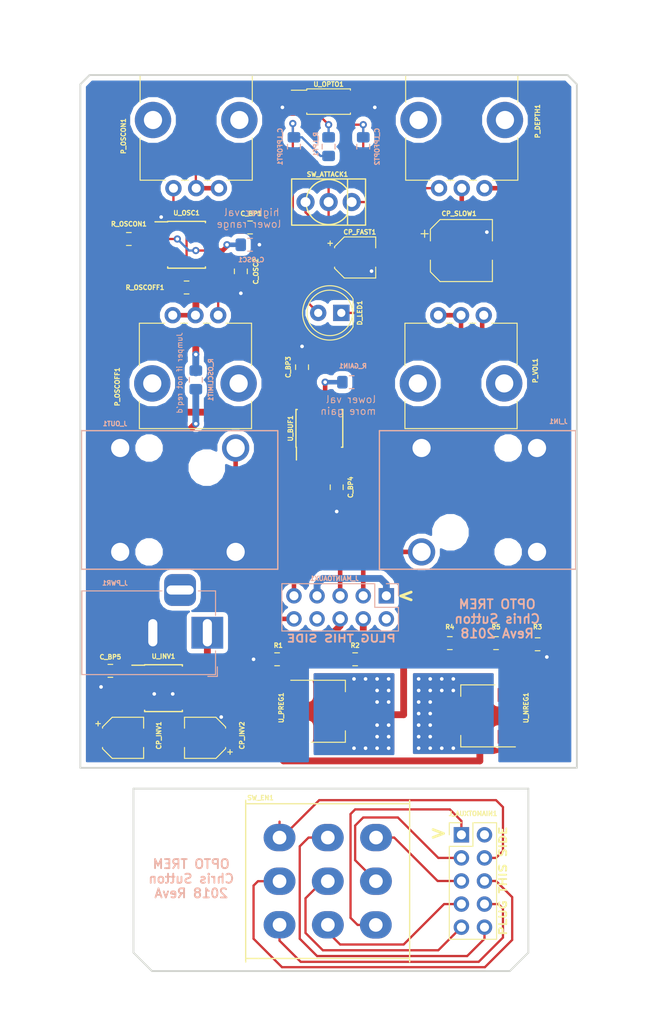
<source format=kicad_pcb>
(kicad_pcb (version 20171130) (host pcbnew "(5.0.0-3-g5ebb6b6)")

  (general
    (thickness 1.6)
    (drawings 27)
    (tracks 397)
    (zones 0)
    (modules 40)
    (nets 41)
  )

  (page A4)
  (title_block
    (comment 1 https://www.hammfg.com/files/parts/pdf/1590B.pdf)
  )

  (layers
    (0 F.Cu signal)
    (31 B.Cu signal)
    (32 B.Adhes user)
    (33 F.Adhes user)
    (34 B.Paste user)
    (35 F.Paste user)
    (36 B.SilkS user)
    (37 F.SilkS user)
    (38 B.Mask user)
    (39 F.Mask user)
    (40 Dwgs.User user)
    (41 Cmts.User user)
    (42 Eco1.User user)
    (43 Eco2.User user)
    (44 Edge.Cuts user)
    (45 Margin user)
    (46 B.CrtYd user hide)
    (47 F.CrtYd user hide)
    (48 B.Fab user hide)
    (49 F.Fab user hide)
  )

  (setup
    (last_trace_width 0.25)
    (user_trace_width 0.5)
    (user_trace_width 0.75)
    (trace_clearance 0.2)
    (zone_clearance 0.508)
    (zone_45_only no)
    (trace_min 0.2)
    (segment_width 0.2)
    (edge_width 0.2)
    (via_size 0.8)
    (via_drill 0.4)
    (via_min_size 0.4)
    (via_min_drill 0.3)
    (uvia_size 0.3)
    (uvia_drill 0.1)
    (uvias_allowed no)
    (uvia_min_size 0.2)
    (uvia_min_drill 0.1)
    (pcb_text_width 0.3)
    (pcb_text_size 1.5 1.5)
    (mod_edge_width 0.15)
    (mod_text_size 0.5 0.5)
    (mod_text_width 0.125)
    (pad_size 1.15 1.4)
    (pad_drill 0)
    (pad_to_mask_clearance 0.2)
    (aux_axis_origin 0 0)
    (visible_elements 7FFFFFFF)
    (pcbplotparams
      (layerselection 0x010fc_ffffffff)
      (usegerberextensions false)
      (usegerberattributes false)
      (usegerberadvancedattributes false)
      (creategerberjobfile false)
      (excludeedgelayer true)
      (linewidth 0.100000)
      (plotframeref false)
      (viasonmask false)
      (mode 1)
      (useauxorigin false)
      (hpglpennumber 1)
      (hpglpenspeed 20)
      (hpglpendiameter 15.000000)
      (psnegative false)
      (psa4output false)
      (plotreference true)
      (plotvalue true)
      (plotinvisibletext false)
      (padsonsilk false)
      (subtractmaskfromsilk false)
      (outputformat 1)
      (mirror false)
      (drillshape 0)
      (scaleselection 1)
      (outputdirectory "docs/GERBERS/"))
  )

  (net 0 "")
  (net 1 -9V)
  (net 2 /3PDT_8_EXT)
  (net 3 +5V)
  (net 4 -5V)
  (net 5 +9V)
  (net 6 "Net-(C_OSC1-Pad1)")
  (net 7 /3PDT_2_EXT)
  (net 8 /3PDT_4_EXT)
  (net 9 /3PDT_3_EXT)
  (net 10 /3PDT_5_EXT)
  (net 11 /3PDT_6_EXT)
  (net 12 "Net-(P_DEPTH1-Pad2)")
  (net 13 "Net-(P_DEPTH1-Pad1)")
  (net 14 "Net-(P_VOL1-Pad1)")
  (net 15 "Net-(R1-Pad1)")
  (net 16 "Net-(R3-Pad1)")
  (net 17 "Net-(R4-Pad1)")
  (net 18 "Net-(R_LPF1-Pad2)")
  (net 19 "Net-(C_LPFOPT1-Pad1)")
  (net 20 "Net-(CP_INV1-Pad2)")
  (net 21 "Net-(CP_INV1-Pad1)")
  (net 22 "Net-(C_OSC2-Pad1)")
  (net 23 /555PWMTremolo_3PDT/3PDT_9_INT)
  (net 24 /555PWMTremolo_3PDT/3PDT_8_INT)
  (net 25 /555PWMTremolo_3PDT/3PDT_7_INT)
  (net 26 /555PWMTremolo_3PDT/3PDT_6_INT)
  (net 27 /555PWMTremolo_3PDT/3PDT_5_INT)
  (net 28 /555PWMTremolo_3PDT/3PDT_4_INT)
  (net 29 /555PWMTremolo_3PDT/3PDT_3_INT)
  (net 30 /555PWMTremolo_3PDT/3PDT_2_INT)
  (net 31 /555PWMTremolo_3PDT/3PDT_1_INT)
  (net 32 /555PWMTremolo_Clock/CLK_OUT)
  (net 33 "Net-(P_OSCOFF1-Pad1)")
  (net 34 "Net-(P_OSCOFF1-Pad3)")
  (net 35 "Net-(P_OSCON1-Pad1)")
  (net 36 /GND)
  (net 37 "Net-(C_BP1-Pad1)")
  (net 38 "Net-(C_LPFOPT2-Pad1)")
  (net 39 "Net-(CP_FAST1-Pad1)")
  (net 40 "Net-(CP_SLOW1-Pad1)")

  (net_class Default "This is the default net class."
    (clearance 0.2)
    (trace_width 0.25)
    (via_dia 0.8)
    (via_drill 0.4)
    (uvia_dia 0.3)
    (uvia_drill 0.1)
    (add_net +5V)
    (add_net +9V)
    (add_net -5V)
    (add_net -9V)
    (add_net /3PDT_2_EXT)
    (add_net /3PDT_3_EXT)
    (add_net /3PDT_4_EXT)
    (add_net /3PDT_5_EXT)
    (add_net /3PDT_6_EXT)
    (add_net /3PDT_8_EXT)
    (add_net /555PWMTremolo_3PDT/3PDT_1_INT)
    (add_net /555PWMTremolo_3PDT/3PDT_2_INT)
    (add_net /555PWMTremolo_3PDT/3PDT_3_INT)
    (add_net /555PWMTremolo_3PDT/3PDT_4_INT)
    (add_net /555PWMTremolo_3PDT/3PDT_5_INT)
    (add_net /555PWMTremolo_3PDT/3PDT_6_INT)
    (add_net /555PWMTremolo_3PDT/3PDT_7_INT)
    (add_net /555PWMTremolo_3PDT/3PDT_8_INT)
    (add_net /555PWMTremolo_3PDT/3PDT_9_INT)
    (add_net /555PWMTremolo_Clock/CLK_OUT)
    (add_net /GND)
    (add_net "Net-(CP_FAST1-Pad1)")
    (add_net "Net-(CP_INV1-Pad1)")
    (add_net "Net-(CP_INV1-Pad2)")
    (add_net "Net-(CP_SLOW1-Pad1)")
    (add_net "Net-(C_BP1-Pad1)")
    (add_net "Net-(C_LPFOPT1-Pad1)")
    (add_net "Net-(C_LPFOPT2-Pad1)")
    (add_net "Net-(C_OSC1-Pad1)")
    (add_net "Net-(C_OSC2-Pad1)")
    (add_net "Net-(P_DEPTH1-Pad1)")
    (add_net "Net-(P_DEPTH1-Pad2)")
    (add_net "Net-(P_OSCOFF1-Pad1)")
    (add_net "Net-(P_OSCOFF1-Pad3)")
    (add_net "Net-(P_OSCON1-Pad1)")
    (add_net "Net-(P_VOL1-Pad1)")
    (add_net "Net-(R1-Pad1)")
    (add_net "Net-(R3-Pad1)")
    (add_net "Net-(R4-Pad1)")
    (add_net "Net-(R_LPF1-Pad2)")
  )

  (module Capacitor_SMD:C_0805_2012Metric_Pad1.15x1.40mm_HandSolder (layer B.Cu) (tedit 5B36C52B) (tstamp 5C2A2B57)
    (at 76.835 79.248 270)
    (descr "Capacitor SMD 0805 (2012 Metric), square (rectangular) end terminal, IPC_7351 nominal with elongated pad for handsoldering. (Body size source: https://docs.google.com/spreadsheets/d/1BsfQQcO9C6DZCsRaXUlFlo91Tg2WpOkGARC1WS5S8t0/edit?usp=sharing), generated with kicad-footprint-generator")
    (tags "capacitor handsolder")
    (path /5BF54A3F/5C18735B)
    (attr smd)
    (fp_text reference C_LPFOPT1 (at 0 1.524 270) (layer B.SilkS)
      (effects (font (size 0.5 0.5) (thickness 0.125)) (justify mirror))
    )
    (fp_text value 100nF (at 0 -1.65 270) (layer B.Fab)
      (effects (font (size 0.5 0.5) (thickness 0.125)) (justify mirror))
    )
    (fp_text user %R (at 0 0 270) (layer B.Fab)
      (effects (font (size 0.5 0.5) (thickness 0.125)) (justify mirror))
    )
    (fp_line (start 1.85 -0.95) (end -1.85 -0.95) (layer B.CrtYd) (width 0.05))
    (fp_line (start 1.85 0.95) (end 1.85 -0.95) (layer B.CrtYd) (width 0.05))
    (fp_line (start -1.85 0.95) (end 1.85 0.95) (layer B.CrtYd) (width 0.05))
    (fp_line (start -1.85 -0.95) (end -1.85 0.95) (layer B.CrtYd) (width 0.05))
    (fp_line (start -0.261252 -0.71) (end 0.261252 -0.71) (layer B.SilkS) (width 0.12))
    (fp_line (start -0.261252 0.71) (end 0.261252 0.71) (layer B.SilkS) (width 0.12))
    (fp_line (start 1 -0.6) (end -1 -0.6) (layer B.Fab) (width 0.1))
    (fp_line (start 1 0.6) (end 1 -0.6) (layer B.Fab) (width 0.1))
    (fp_line (start -1 0.6) (end 1 0.6) (layer B.Fab) (width 0.1))
    (fp_line (start -1 -0.6) (end -1 0.6) (layer B.Fab) (width 0.1))
    (pad 2 smd roundrect (at 1.025 0 270) (size 1.15 1.4) (layers B.Cu B.Paste B.Mask) (roundrect_rratio 0.217391)
      (net 36 /GND))
    (pad 1 smd roundrect (at -1.025 0 270) (size 1.15 1.4) (layers B.Cu B.Paste B.Mask) (roundrect_rratio 0.217391)
      (net 19 "Net-(C_LPFOPT1-Pad1)"))
    (model ${KISYS3DMOD}/Capacitor_SMD.3dshapes/C_0805_2012Metric.wrl
      (at (xyz 0 0 0))
      (scale (xyz 1 1 1))
      (rotate (xyz 0 0 0))
    )
  )

  (module Capacitor_SMD:C_0805_2012Metric_Pad1.15x1.40mm_HandSolder (layer B.Cu) (tedit 5B36C52B) (tstamp 5C2A2B27)
    (at 84.455 79.248 270)
    (descr "Capacitor SMD 0805 (2012 Metric), square (rectangular) end terminal, IPC_7351 nominal with elongated pad for handsoldering. (Body size source: https://docs.google.com/spreadsheets/d/1BsfQQcO9C6DZCsRaXUlFlo91Tg2WpOkGARC1WS5S8t0/edit?usp=sharing), generated with kicad-footprint-generator")
    (tags "capacitor handsolder")
    (path /5BF54A3F/5C18730A)
    (attr smd)
    (fp_text reference C_LPFOPT2 (at 0 -1.524 90) (layer B.SilkS)
      (effects (font (size 0.5 0.5) (thickness 0.125)) (justify mirror))
    )
    (fp_text value 10uF (at 0 -1.65 270) (layer B.Fab)
      (effects (font (size 0.5 0.5) (thickness 0.125)) (justify mirror))
    )
    (fp_line (start -1 -0.6) (end -1 0.6) (layer B.Fab) (width 0.1))
    (fp_line (start -1 0.6) (end 1 0.6) (layer B.Fab) (width 0.1))
    (fp_line (start 1 0.6) (end 1 -0.6) (layer B.Fab) (width 0.1))
    (fp_line (start 1 -0.6) (end -1 -0.6) (layer B.Fab) (width 0.1))
    (fp_line (start -0.261252 0.71) (end 0.261252 0.71) (layer B.SilkS) (width 0.12))
    (fp_line (start -0.261252 -0.71) (end 0.261252 -0.71) (layer B.SilkS) (width 0.12))
    (fp_line (start -1.85 -0.95) (end -1.85 0.95) (layer B.CrtYd) (width 0.05))
    (fp_line (start -1.85 0.95) (end 1.85 0.95) (layer B.CrtYd) (width 0.05))
    (fp_line (start 1.85 0.95) (end 1.85 -0.95) (layer B.CrtYd) (width 0.05))
    (fp_line (start 1.85 -0.95) (end -1.85 -0.95) (layer B.CrtYd) (width 0.05))
    (fp_text user %R (at 0 0 270) (layer B.Fab)
      (effects (font (size 0.5 0.5) (thickness 0.125)) (justify mirror))
    )
    (pad 1 smd roundrect (at -1.025 0 270) (size 1.15 1.4) (layers B.Cu B.Paste B.Mask) (roundrect_rratio 0.217391)
      (net 38 "Net-(C_LPFOPT2-Pad1)"))
    (pad 2 smd roundrect (at 1.025 0 270) (size 1.15 1.4) (layers B.Cu B.Paste B.Mask) (roundrect_rratio 0.217391)
      (net 36 /GND))
    (model ${KISYS3DMOD}/Capacitor_SMD.3dshapes/C_0805_2012Metric.wrl
      (at (xyz 0 0 0))
      (scale (xyz 1 1 1))
      (rotate (xyz 0 0 0))
    )
  )

  (module Resistor_SMD:R_0805_2012Metric_Pad1.15x1.40mm_HandSolder (layer B.Cu) (tedit 5B36C52B) (tstamp 5C2A2D94)
    (at 80.645 79.248 90)
    (descr "Resistor SMD 0805 (2012 Metric), square (rectangular) end terminal, IPC_7351 nominal with elongated pad for handsoldering. (Body size source: https://docs.google.com/spreadsheets/d/1BsfQQcO9C6DZCsRaXUlFlo91Tg2WpOkGARC1WS5S8t0/edit?usp=sharing), generated with kicad-footprint-generator")
    (tags "resistor handsolder")
    (path /5BF54A3F/5BF61CAE)
    (attr smd)
    (fp_text reference R_LPF1 (at 0.254 -1.397 -90) (layer B.SilkS)
      (effects (font (size 0.5 0.5) (thickness 0.125)) (justify mirror))
    )
    (fp_text value 100R (at 0 -1.65 90) (layer B.Fab)
      (effects (font (size 0.5 0.5) (thickness 0.125)) (justify mirror))
    )
    (fp_text user %R (at 0 0 90) (layer B.Fab)
      (effects (font (size 0.5 0.5) (thickness 0.125)) (justify mirror))
    )
    (fp_line (start 1.85 -0.95) (end -1.85 -0.95) (layer B.CrtYd) (width 0.05))
    (fp_line (start 1.85 0.95) (end 1.85 -0.95) (layer B.CrtYd) (width 0.05))
    (fp_line (start -1.85 0.95) (end 1.85 0.95) (layer B.CrtYd) (width 0.05))
    (fp_line (start -1.85 -0.95) (end -1.85 0.95) (layer B.CrtYd) (width 0.05))
    (fp_line (start -0.261252 -0.71) (end 0.261252 -0.71) (layer B.SilkS) (width 0.12))
    (fp_line (start -0.261252 0.71) (end 0.261252 0.71) (layer B.SilkS) (width 0.12))
    (fp_line (start 1 -0.6) (end -1 -0.6) (layer B.Fab) (width 0.1))
    (fp_line (start 1 0.6) (end 1 -0.6) (layer B.Fab) (width 0.1))
    (fp_line (start -1 0.6) (end 1 0.6) (layer B.Fab) (width 0.1))
    (fp_line (start -1 -0.6) (end -1 0.6) (layer B.Fab) (width 0.1))
    (pad 2 smd roundrect (at 1.025 0 90) (size 1.15 1.4) (layers B.Cu B.Paste B.Mask) (roundrect_rratio 0.217391)
      (net 18 "Net-(R_LPF1-Pad2)"))
    (pad 1 smd roundrect (at -1.025 0 90) (size 1.15 1.4) (layers B.Cu B.Paste B.Mask) (roundrect_rratio 0.217391)
      (net 19 "Net-(C_LPFOPT1-Pad1)"))
    (model ${KISYS3DMOD}/Resistor_SMD.3dshapes/R_0805_2012Metric.wrl
      (at (xyz 0 0 0))
      (scale (xyz 1 1 1))
      (rotate (xyz 0 0 0))
    )
  )

  (module custom_sw:SW_3PDT_W18MM_L17.3MM_P5.3MM_D2MM (layer F.Cu) (tedit 5BE45A54) (tstamp 5BE5D8CF)
    (at 80.5434 160.0327 180)
    (path /5BFCF63F/5BFCF869)
    (fp_text reference SW_EN1 (at 7.3914 9.1567 180) (layer F.SilkS)
      (effects (font (size 0.5 0.5) (thickness 0.125)))
    )
    (fp_text value SW_3PDT_on_on (at 0.254 14.478 180) (layer F.Fab)
      (effects (font (size 0.5 0.5) (thickness 0.125)))
    )
    (fp_line (start -8.89 -8.509) (end 7.62 -8.509) (layer F.SilkS) (width 0.15))
    (fp_line (start 7.62 -8.509) (end 8.89 -8.509) (layer F.SilkS) (width 0.15))
    (fp_line (start 9.017 -8.89) (end 9.017 8.89) (layer F.SilkS) (width 0.15))
    (fp_line (start 8.89 8.509) (end -8.89 8.509) (layer F.SilkS) (width 0.15))
    (fp_line (start -9.017 8.89) (end -9.017 -8.89) (layer F.SilkS) (width 0.15))
    (pad 1 thru_hole oval (at -5.29336 -4.81838 180) (size 3.5 3) (drill 1.5) (layers *.Cu *.Mask)
      (net 31 /555PWMTremolo_3PDT/3PDT_1_INT))
    (pad 4 thru_hole oval (at -0.02032 -4.80568 180) (size 3.5 3) (drill 1.5) (layers *.Cu *.Mask)
      (net 28 /555PWMTremolo_3PDT/3PDT_4_INT))
    (pad 7 thru_hole oval (at 5.2959 -4.8006 180) (size 3.5 3) (drill 1.5) (layers *.Cu *.Mask)
      (net 25 /555PWMTremolo_3PDT/3PDT_7_INT))
    (pad 2 thru_hole oval (at -5.3086 -0.0127 180) (size 3.5 3) (drill 1.5) (layers *.Cu *.Mask)
      (net 30 /555PWMTremolo_3PDT/3PDT_2_INT))
    (pad 5 thru_hole oval (at -0.0127 -0.0127 180) (size 3.5 3) (drill 1.5) (layers *.Cu *.Mask)
      (net 27 /555PWMTremolo_3PDT/3PDT_5_INT))
    (pad 8 thru_hole oval (at 5.2959 -0.0127 180) (size 3.5 3) (drill 1.5) (layers *.Cu *.Mask)
      (net 24 /555PWMTremolo_3PDT/3PDT_8_INT))
    (pad 3 thru_hole oval (at -5.3213 4.7879 180) (size 3.5 3) (drill 1.5) (layers *.Cu *.Mask)
      (net 29 /555PWMTremolo_3PDT/3PDT_3_INT))
    (pad 6 thru_hole oval (at -0.0127 4.7879 180) (size 3.5 3) (drill 1.5) (layers *.Cu *.Mask)
      (net 26 /555PWMTremolo_3PDT/3PDT_6_INT))
    (pad 9 thru_hole oval (at 5.2959 4.7879 180) (size 3.5 3) (drill 1.5) (layers *.Cu *.Mask)
      (net 23 /555PWMTremolo_3PDT/3PDT_9_INT))
    (model "${KIPRJMOD}/LIBS/3D/3PDT Switch/3PDT.stp"
      (offset (xyz -9 -6.25 0))
      (scale (xyz 1 1 1))
      (rotate (xyz 0 0 0))
    )
  )

  (module Resistor_SMD:R_0805_2012Metric_Pad1.15x1.40mm_HandSolder (layer B.Cu) (tedit 5B36C52B) (tstamp 5BE52FB6)
    (at 83.185 105.156)
    (descr "Resistor SMD 0805 (2012 Metric), square (rectangular) end terminal, IPC_7351 nominal with elongated pad for handsoldering. (Body size source: https://docs.google.com/spreadsheets/d/1BsfQQcO9C6DZCsRaXUlFlo91Tg2WpOkGARC1WS5S8t0/edit?usp=sharing), generated with kicad-footprint-generator")
    (tags "resistor handsolder")
    (path /5BE2AB83)
    (attr smd)
    (fp_text reference R_GAIN1 (at 0.127 -1.778) (layer B.SilkS)
      (effects (font (size 0.5 0.5) (thickness 0.125)) (justify mirror))
    )
    (fp_text value 3K9 (at 0 -1.65) (layer B.Fab)
      (effects (font (size 0.5 0.5) (thickness 0.125)) (justify mirror))
    )
    (fp_line (start -1 -0.6) (end -1 0.6) (layer B.Fab) (width 0.1))
    (fp_line (start -1 0.6) (end 1 0.6) (layer B.Fab) (width 0.1))
    (fp_line (start 1 0.6) (end 1 -0.6) (layer B.Fab) (width 0.1))
    (fp_line (start 1 -0.6) (end -1 -0.6) (layer B.Fab) (width 0.1))
    (fp_line (start -0.261252 0.71) (end 0.261252 0.71) (layer B.SilkS) (width 0.12))
    (fp_line (start -0.261252 -0.71) (end 0.261252 -0.71) (layer B.SilkS) (width 0.12))
    (fp_line (start -1.85 -0.95) (end -1.85 0.95) (layer B.CrtYd) (width 0.05))
    (fp_line (start -1.85 0.95) (end 1.85 0.95) (layer B.CrtYd) (width 0.05))
    (fp_line (start 1.85 0.95) (end 1.85 -0.95) (layer B.CrtYd) (width 0.05))
    (fp_line (start 1.85 -0.95) (end -1.85 -0.95) (layer B.CrtYd) (width 0.05))
    (fp_text user %R (at 0 0) (layer B.Fab)
      (effects (font (size 0.5 0.5) (thickness 0.125)) (justify mirror))
    )
    (pad 1 smd roundrect (at -1.025 0) (size 1.15 1.4) (layers B.Cu B.Paste B.Mask) (roundrect_rratio 0.217391)
      (net 14 "Net-(P_VOL1-Pad1)"))
    (pad 2 smd roundrect (at 1.025 0) (size 1.15 1.4) (layers B.Cu B.Paste B.Mask) (roundrect_rratio 0.217391)
      (net 36 /GND))
    (model ${KISYS3DMOD}/Resistor_SMD.3dshapes/R_0805_2012Metric.wrl
      (at (xyz 0 0 0))
      (scale (xyz 1 1 1))
      (rotate (xyz 0 0 0))
    )
  )

  (module LED_THT:LED_D5.0mm (layer F.Cu) (tedit 5995936A) (tstamp 5C2A27A7)
    (at 82.042 97.536 180)
    (descr "LED, diameter 5.0mm, 2 pins, http://cdn-reichelt.de/documents/datenblatt/A500/LL-504BC2E-009.pdf")
    (tags "LED diameter 5.0mm 2 pins")
    (path /5BF54A3F/5BF61C9C)
    (fp_text reference D_LED1 (at -2.032 0 90) (layer F.SilkS)
      (effects (font (size 0.5 0.5) (thickness 0.125)))
    )
    (fp_text value LED (at 1.27 3.96 180) (layer F.Fab)
      (effects (font (size 0.5 0.5) (thickness 0.125)))
    )
    (fp_arc (start 1.27 0) (end -1.23 -1.469694) (angle 299.1) (layer F.Fab) (width 0.1))
    (fp_arc (start 1.27 0) (end -1.29 -1.54483) (angle 148.9) (layer F.SilkS) (width 0.12))
    (fp_arc (start 1.27 0) (end -1.29 1.54483) (angle -148.9) (layer F.SilkS) (width 0.12))
    (fp_circle (center 1.27 0) (end 3.77 0) (layer F.Fab) (width 0.1))
    (fp_circle (center 1.27 0) (end 3.77 0) (layer F.SilkS) (width 0.12))
    (fp_line (start -1.23 -1.469694) (end -1.23 1.469694) (layer F.Fab) (width 0.1))
    (fp_line (start -1.29 -1.545) (end -1.29 1.545) (layer F.SilkS) (width 0.12))
    (fp_line (start -1.95 -3.25) (end -1.95 3.25) (layer F.CrtYd) (width 0.05))
    (fp_line (start -1.95 3.25) (end 4.5 3.25) (layer F.CrtYd) (width 0.05))
    (fp_line (start 4.5 3.25) (end 4.5 -3.25) (layer F.CrtYd) (width 0.05))
    (fp_line (start 4.5 -3.25) (end -1.95 -3.25) (layer F.CrtYd) (width 0.05))
    (fp_text user %R (at 1.25 0 180) (layer F.Fab)
      (effects (font (size 0.5 0.5) (thickness 0.125)))
    )
    (pad 1 thru_hole rect (at 0 0 180) (size 1.8 1.8) (drill 0.9) (layers *.Cu *.Mask)
      (net 38 "Net-(C_LPFOPT2-Pad1)"))
    (pad 2 thru_hole circle (at 2.54 0 180) (size 1.8 1.8) (drill 0.9) (layers *.Cu *.Mask)
      (net 19 "Net-(C_LPFOPT1-Pad1)"))
    (model ${KISYS3DMOD}/LED_THT.3dshapes/LED_D5.0mm.wrl
      (at (xyz 0 0 0))
      (scale (xyz 1 1 1))
      (rotate (xyz 0 0 0))
    )
  )

  (module Package_TO_SOT_SMD:SOT-223-3_TabPin2 (layer F.Cu) (tedit 5A02FF57) (tstamp 5BE5A047)
    (at 97.0915 141.859 180)
    (descr "module CMS SOT223 4 pins")
    (tags "CMS SOT")
    (path /5BE2DBE2)
    (attr smd)
    (fp_text reference U_NREG1 (at -5.2705 0.889 90) (layer F.SilkS)
      (effects (font (size 0.5 0.5) (thickness 0.125)))
    )
    (fp_text value LM337_SOT223 (at 0 4.5 180) (layer F.Fab)
      (effects (font (size 0.5 0.5) (thickness 0.125)))
    )
    (fp_line (start 1.85 -3.35) (end 1.85 3.35) (layer F.Fab) (width 0.1))
    (fp_line (start -1.85 3.35) (end 1.85 3.35) (layer F.Fab) (width 0.1))
    (fp_line (start -4.1 -3.41) (end 1.91 -3.41) (layer F.SilkS) (width 0.12))
    (fp_line (start -0.85 -3.35) (end 1.85 -3.35) (layer F.Fab) (width 0.1))
    (fp_line (start -1.85 3.41) (end 1.91 3.41) (layer F.SilkS) (width 0.12))
    (fp_line (start -1.85 -2.35) (end -1.85 3.35) (layer F.Fab) (width 0.1))
    (fp_line (start -1.85 -2.35) (end -0.85 -3.35) (layer F.Fab) (width 0.1))
    (fp_line (start -4.4 -3.6) (end -4.4 3.6) (layer F.CrtYd) (width 0.05))
    (fp_line (start -4.4 3.6) (end 4.4 3.6) (layer F.CrtYd) (width 0.05))
    (fp_line (start 4.4 3.6) (end 4.4 -3.6) (layer F.CrtYd) (width 0.05))
    (fp_line (start 4.4 -3.6) (end -4.4 -3.6) (layer F.CrtYd) (width 0.05))
    (fp_line (start 1.91 -3.41) (end 1.91 -2.15) (layer F.SilkS) (width 0.12))
    (fp_line (start 1.91 3.41) (end 1.91 2.15) (layer F.SilkS) (width 0.12))
    (fp_text user %R (at 0 0 270) (layer F.Fab)
      (effects (font (size 0.5 0.5) (thickness 0.125)))
    )
    (pad 1 smd rect (at -3.15 -2.3 180) (size 2 1.5) (layers F.Cu F.Paste F.Mask)
      (net 16 "Net-(R3-Pad1)"))
    (pad 3 smd rect (at -3.15 2.3 180) (size 2 1.5) (layers F.Cu F.Paste F.Mask)
      (net 4 -5V))
    (pad 2 smd rect (at -3.15 0 180) (size 2 1.5) (layers F.Cu F.Paste F.Mask)
      (net 1 -9V))
    (pad 2 smd rect (at 3.15 0 180) (size 2 3.8) (layers F.Cu F.Paste F.Mask)
      (net 1 -9V))
    (model ${KISYS3DMOD}/Package_TO_SOT_SMD.3dshapes/SOT-223.wrl
      (at (xyz 0 0 0))
      (scale (xyz 1 1 1))
      (rotate (xyz 0 0 0))
    )
  )

  (module Capacitor_SMD:C_0805_2012Metric_Pad1.15x1.40mm_HandSolder (layer F.Cu) (tedit 5B36C52B) (tstamp 5BF13C08)
    (at 72.009 88.138)
    (descr "Capacitor SMD 0805 (2012 Metric), square (rectangular) end terminal, IPC_7351 nominal with elongated pad for handsoldering. (Body size source: https://docs.google.com/spreadsheets/d/1BsfQQcO9C6DZCsRaXUlFlo91Tg2WpOkGARC1WS5S8t0/edit?usp=sharing), generated with kicad-footprint-generator")
    (tags "capacitor handsolder")
    (path /5BF54A3F/5BEBE4C2)
    (attr smd)
    (fp_text reference C_BP1 (at 0.127 -1.524 180) (layer F.SilkS)
      (effects (font (size 0.5 0.5) (thickness 0.125)))
    )
    (fp_text value 100nF (at 0 1.65) (layer F.Fab)
      (effects (font (size 0.5 0.5) (thickness 0.125)))
    )
    (fp_line (start -1 0.6) (end -1 -0.6) (layer F.Fab) (width 0.1))
    (fp_line (start -1 -0.6) (end 1 -0.6) (layer F.Fab) (width 0.1))
    (fp_line (start 1 -0.6) (end 1 0.6) (layer F.Fab) (width 0.1))
    (fp_line (start 1 0.6) (end -1 0.6) (layer F.Fab) (width 0.1))
    (fp_line (start -0.261252 -0.71) (end 0.261252 -0.71) (layer F.SilkS) (width 0.12))
    (fp_line (start -0.261252 0.71) (end 0.261252 0.71) (layer F.SilkS) (width 0.12))
    (fp_line (start -1.85 0.95) (end -1.85 -0.95) (layer F.CrtYd) (width 0.05))
    (fp_line (start -1.85 -0.95) (end 1.85 -0.95) (layer F.CrtYd) (width 0.05))
    (fp_line (start 1.85 -0.95) (end 1.85 0.95) (layer F.CrtYd) (width 0.05))
    (fp_line (start 1.85 0.95) (end -1.85 0.95) (layer F.CrtYd) (width 0.05))
    (fp_text user %R (at 0 0) (layer F.Fab)
      (effects (font (size 0.5 0.5) (thickness 0.125)))
    )
    (pad 1 smd roundrect (at -1.025 0) (size 1.15 1.4) (layers F.Cu F.Paste F.Mask) (roundrect_rratio 0.217391)
      (net 37 "Net-(C_BP1-Pad1)"))
    (pad 2 smd roundrect (at 1.025 0) (size 1.15 1.4) (layers F.Cu F.Paste F.Mask) (roundrect_rratio 0.217391)
      (net 36 /GND))
    (model ${KISYS3DMOD}/Capacitor_SMD.3dshapes/C_0805_2012Metric.wrl
      (at (xyz 0 0 0))
      (scale (xyz 1 1 1))
      (rotate (xyz 0 0 0))
    )
  )

  (module Capacitor_SMD:C_0805_2012Metric_Pad1.15x1.40mm_HandSolder (layer F.Cu) (tedit 5B36C52B) (tstamp 5C165443)
    (at 77.724 103.505 270)
    (descr "Capacitor SMD 0805 (2012 Metric), square (rectangular) end terminal, IPC_7351 nominal with elongated pad for handsoldering. (Body size source: https://docs.google.com/spreadsheets/d/1BsfQQcO9C6DZCsRaXUlFlo91Tg2WpOkGARC1WS5S8t0/edit?usp=sharing), generated with kicad-footprint-generator")
    (tags "capacitor handsolder")
    (path /5BED3C35)
    (attr smd)
    (fp_text reference C_BP3 (at 0 1.524 270) (layer F.SilkS)
      (effects (font (size 0.5 0.5) (thickness 0.125)))
    )
    (fp_text value 100nF (at 0 1.65 270) (layer F.Fab)
      (effects (font (size 0.5 0.5) (thickness 0.125)))
    )
    (fp_text user %R (at 0 0 270) (layer F.Fab)
      (effects (font (size 0.5 0.5) (thickness 0.125)))
    )
    (fp_line (start 1.85 0.95) (end -1.85 0.95) (layer F.CrtYd) (width 0.05))
    (fp_line (start 1.85 -0.95) (end 1.85 0.95) (layer F.CrtYd) (width 0.05))
    (fp_line (start -1.85 -0.95) (end 1.85 -0.95) (layer F.CrtYd) (width 0.05))
    (fp_line (start -1.85 0.95) (end -1.85 -0.95) (layer F.CrtYd) (width 0.05))
    (fp_line (start -0.261252 0.71) (end 0.261252 0.71) (layer F.SilkS) (width 0.12))
    (fp_line (start -0.261252 -0.71) (end 0.261252 -0.71) (layer F.SilkS) (width 0.12))
    (fp_line (start 1 0.6) (end -1 0.6) (layer F.Fab) (width 0.1))
    (fp_line (start 1 -0.6) (end 1 0.6) (layer F.Fab) (width 0.1))
    (fp_line (start -1 -0.6) (end 1 -0.6) (layer F.Fab) (width 0.1))
    (fp_line (start -1 0.6) (end -1 -0.6) (layer F.Fab) (width 0.1))
    (pad 2 smd roundrect (at 1.025 0 270) (size 1.15 1.4) (layers F.Cu F.Paste F.Mask) (roundrect_rratio 0.217391)
      (net 3 +5V))
    (pad 1 smd roundrect (at -1.025 0 270) (size 1.15 1.4) (layers F.Cu F.Paste F.Mask) (roundrect_rratio 0.217391)
      (net 36 /GND))
    (model ${KISYS3DMOD}/Capacitor_SMD.3dshapes/C_0805_2012Metric.wrl
      (at (xyz 0 0 0))
      (scale (xyz 1 1 1))
      (rotate (xyz 0 0 0))
    )
  )

  (module Capacitor_SMD:C_0805_2012Metric_Pad1.15x1.40mm_HandSolder (layer F.Cu) (tedit 5B36C52B) (tstamp 5BE52E0F)
    (at 81.534 116.713 270)
    (descr "Capacitor SMD 0805 (2012 Metric), square (rectangular) end terminal, IPC_7351 nominal with elongated pad for handsoldering. (Body size source: https://docs.google.com/spreadsheets/d/1BsfQQcO9C6DZCsRaXUlFlo91Tg2WpOkGARC1WS5S8t0/edit?usp=sharing), generated with kicad-footprint-generator")
    (tags "capacitor handsolder")
    (path /5BED3C3D)
    (attr smd)
    (fp_text reference C_BP4 (at 0 -1.524 270) (layer F.SilkS)
      (effects (font (size 0.5 0.5) (thickness 0.125)))
    )
    (fp_text value 100nF (at 0 1.65 270) (layer F.Fab)
      (effects (font (size 0.5 0.5) (thickness 0.125)))
    )
    (fp_text user %R (at 0 0 270) (layer F.Fab)
      (effects (font (size 0.5 0.5) (thickness 0.125)))
    )
    (fp_line (start 1.85 0.95) (end -1.85 0.95) (layer F.CrtYd) (width 0.05))
    (fp_line (start 1.85 -0.95) (end 1.85 0.95) (layer F.CrtYd) (width 0.05))
    (fp_line (start -1.85 -0.95) (end 1.85 -0.95) (layer F.CrtYd) (width 0.05))
    (fp_line (start -1.85 0.95) (end -1.85 -0.95) (layer F.CrtYd) (width 0.05))
    (fp_line (start -0.261252 0.71) (end 0.261252 0.71) (layer F.SilkS) (width 0.12))
    (fp_line (start -0.261252 -0.71) (end 0.261252 -0.71) (layer F.SilkS) (width 0.12))
    (fp_line (start 1 0.6) (end -1 0.6) (layer F.Fab) (width 0.1))
    (fp_line (start 1 -0.6) (end 1 0.6) (layer F.Fab) (width 0.1))
    (fp_line (start -1 -0.6) (end 1 -0.6) (layer F.Fab) (width 0.1))
    (fp_line (start -1 0.6) (end -1 -0.6) (layer F.Fab) (width 0.1))
    (pad 2 smd roundrect (at 1.025 0 270) (size 1.15 1.4) (layers F.Cu F.Paste F.Mask) (roundrect_rratio 0.217391)
      (net 36 /GND))
    (pad 1 smd roundrect (at -1.025 0 270) (size 1.15 1.4) (layers F.Cu F.Paste F.Mask) (roundrect_rratio 0.217391)
      (net 4 -5V))
    (model ${KISYS3DMOD}/Capacitor_SMD.3dshapes/C_0805_2012Metric.wrl
      (at (xyz 0 0 0))
      (scale (xyz 1 1 1))
      (rotate (xyz 0 0 0))
    )
  )

  (module Capacitor_SMD:C_0805_2012Metric_Pad1.15x1.40mm_HandSolder (layer F.Cu) (tedit 5B36C52B) (tstamp 5BE5A012)
    (at 56.642 136.906)
    (descr "Capacitor SMD 0805 (2012 Metric), square (rectangular) end terminal, IPC_7351 nominal with elongated pad for handsoldering. (Body size source: https://docs.google.com/spreadsheets/d/1BsfQQcO9C6DZCsRaXUlFlo91Tg2WpOkGARC1WS5S8t0/edit?usp=sharing), generated with kicad-footprint-generator")
    (tags "capacitor handsolder")
    (path /5BF220BE)
    (attr smd)
    (fp_text reference C_BP5 (at 0 -1.524) (layer F.SilkS)
      (effects (font (size 0.5 0.5) (thickness 0.125)))
    )
    (fp_text value 100nF (at 0 1.65) (layer F.Fab)
      (effects (font (size 0.5 0.5) (thickness 0.125)))
    )
    (fp_line (start -1 0.6) (end -1 -0.6) (layer F.Fab) (width 0.1))
    (fp_line (start -1 -0.6) (end 1 -0.6) (layer F.Fab) (width 0.1))
    (fp_line (start 1 -0.6) (end 1 0.6) (layer F.Fab) (width 0.1))
    (fp_line (start 1 0.6) (end -1 0.6) (layer F.Fab) (width 0.1))
    (fp_line (start -0.261252 -0.71) (end 0.261252 -0.71) (layer F.SilkS) (width 0.12))
    (fp_line (start -0.261252 0.71) (end 0.261252 0.71) (layer F.SilkS) (width 0.12))
    (fp_line (start -1.85 0.95) (end -1.85 -0.95) (layer F.CrtYd) (width 0.05))
    (fp_line (start -1.85 -0.95) (end 1.85 -0.95) (layer F.CrtYd) (width 0.05))
    (fp_line (start 1.85 -0.95) (end 1.85 0.95) (layer F.CrtYd) (width 0.05))
    (fp_line (start 1.85 0.95) (end -1.85 0.95) (layer F.CrtYd) (width 0.05))
    (fp_text user %R (at 0 0) (layer F.Fab)
      (effects (font (size 0.5 0.5) (thickness 0.125)))
    )
    (pad 1 smd roundrect (at -1.025 0) (size 1.15 1.4) (layers F.Cu F.Paste F.Mask) (roundrect_rratio 0.217391)
      (net 36 /GND))
    (pad 2 smd roundrect (at 1.025 0) (size 1.15 1.4) (layers F.Cu F.Paste F.Mask) (roundrect_rratio 0.217391)
      (net 5 +9V))
    (model ${KISYS3DMOD}/Capacitor_SMD.3dshapes/C_0805_2012Metric.wrl
      (at (xyz 0 0 0))
      (scale (xyz 1 1 1))
      (rotate (xyz 0 0 0))
    )
  )

  (module Capacitor_SMD:C_0805_2012Metric_Pad1.15x1.40mm_HandSolder (layer B.Cu) (tedit 5B36C52B) (tstamp 5BF13C38)
    (at 72.009 90.043)
    (descr "Capacitor SMD 0805 (2012 Metric), square (rectangular) end terminal, IPC_7351 nominal with elongated pad for handsoldering. (Body size source: https://docs.google.com/spreadsheets/d/1BsfQQcO9C6DZCsRaXUlFlo91Tg2WpOkGARC1WS5S8t0/edit?usp=sharing), generated with kicad-footprint-generator")
    (tags "capacitor handsolder")
    (path /5BF54A3F/5BE6DE72)
    (attr smd)
    (fp_text reference C_OSC1 (at 0.127 1.651 180) (layer B.SilkS)
      (effects (font (size 0.5 0.5) (thickness 0.125)) (justify mirror))
    )
    (fp_text value 22uF (at 0 -1.65) (layer B.Fab)
      (effects (font (size 0.5 0.5) (thickness 0.125)) (justify mirror))
    )
    (fp_line (start -1 -0.6) (end -1 0.6) (layer B.Fab) (width 0.1))
    (fp_line (start -1 0.6) (end 1 0.6) (layer B.Fab) (width 0.1))
    (fp_line (start 1 0.6) (end 1 -0.6) (layer B.Fab) (width 0.1))
    (fp_line (start 1 -0.6) (end -1 -0.6) (layer B.Fab) (width 0.1))
    (fp_line (start -0.261252 0.71) (end 0.261252 0.71) (layer B.SilkS) (width 0.12))
    (fp_line (start -0.261252 -0.71) (end 0.261252 -0.71) (layer B.SilkS) (width 0.12))
    (fp_line (start -1.85 -0.95) (end -1.85 0.95) (layer B.CrtYd) (width 0.05))
    (fp_line (start -1.85 0.95) (end 1.85 0.95) (layer B.CrtYd) (width 0.05))
    (fp_line (start 1.85 0.95) (end 1.85 -0.95) (layer B.CrtYd) (width 0.05))
    (fp_line (start 1.85 -0.95) (end -1.85 -0.95) (layer B.CrtYd) (width 0.05))
    (fp_text user %R (at 0 0) (layer B.Fab)
      (effects (font (size 0.5 0.5) (thickness 0.125)) (justify mirror))
    )
    (pad 1 smd roundrect (at -1.025 0) (size 1.15 1.4) (layers B.Cu B.Paste B.Mask) (roundrect_rratio 0.217391)
      (net 6 "Net-(C_OSC1-Pad1)"))
    (pad 2 smd roundrect (at 1.025 0) (size 1.15 1.4) (layers B.Cu B.Paste B.Mask) (roundrect_rratio 0.217391)
      (net 36 /GND))
    (model ${KISYS3DMOD}/Capacitor_SMD.3dshapes/C_0805_2012Metric.wrl
      (at (xyz 0 0 0))
      (scale (xyz 1 1 1))
      (rotate (xyz 0 0 0))
    )
  )

  (module custom_sockets:6_35MM_JACK_MONO_FlatTop (layer B.Cu) (tedit 5BE3026B) (tstamp 5BE52DDB)
    (at 97.028 118.11)
    (path /5BE61397)
    (fp_text reference J_IN1 (at 8.89 -8.636) (layer B.SilkS)
      (effects (font (size 0.5 0.5) (thickness 0.125)) (justify mirror))
    )
    (fp_text value JACK__MONO_2P_NC (at 0 10.16) (layer B.Fab)
      (effects (font (size 0.5 0.5) (thickness 0.125)) (justify mirror))
    )
    (fp_line (start 19.685 4.064) (end 19.685 -7.112) (layer Dwgs.User) (width 0.15))
    (fp_line (start 19.685 4.064) (end -10.795 4.064) (layer Dwgs.User) (width 0.15))
    (fp_line (start 19.685 -7.112) (end -10.795 -7.112) (layer Dwgs.User) (width 0.15))
    (fp_line (start 10.795 -1.524) (end -10.795 -1.524) (layer Dwgs.User) (width 0.15))
    (fp_line (start -10.795 -7.62) (end 10.795 -7.62) (layer B.SilkS) (width 0.15))
    (fp_line (start -10.795 7.62) (end -10.795 -7.62) (layer B.SilkS) (width 0.15))
    (fp_line (start 10.795 7.62) (end -10.795 7.62) (layer B.SilkS) (width 0.15))
    (fp_line (start 10.795 -7.62) (end 10.795 7.62) (layer B.SilkS) (width 0.15))
    (pad "" np_thru_hole circle (at 3.3655 -5.715) (size 2 2) (drill 2) (layers *.Cu *.Mask))
    (pad "" np_thru_hole circle (at 3.3655 5.715) (size 2 2) (drill 2) (layers *.Cu *.Mask))
    (pad "" np_thru_hole circle (at -2.9845 3.556) (size 3 3) (drill 3) (layers *.Cu *.Mask))
    (pad 4 thru_hole circle (at 6.5405 5.715) (size 3 3) (drill 2) (layers *.Cu *.Mask)
      (net 36 /GND))
    (pad 3 thru_hole circle (at 6.5405 -5.715) (size 3 3) (drill 2) (layers *.Cu *.Mask)
      (net 36 /GND))
    (pad 2 thru_hole circle (at -6.1595 -5.715) (size 3 3) (drill 2) (layers *.Cu *.Mask)
      (net 36 /GND))
    (pad 1 thru_hole circle (at -6.1595 5.715) (size 3 3) (drill 2) (layers *.Cu *.Mask)
      (net 7 /3PDT_2_EXT))
    (model ${KIPRJMOD}/LIBS/3D/3D+File+NRJ4HF.stp
      (offset (xyz 10.75 -1.5 0))
      (scale (xyz 1 1 1))
      (rotate (xyz 90 180 90))
    )
  )

  (module Connector_BarrelJack:BarrelJack_Horizontal (layer B.Cu) (tedit 5A1DBF6A) (tstamp 5C2A2656)
    (at 67.31 132.715)
    (descr "DC Barrel Jack")
    (tags "Power Jack")
    (path /5BE7895A)
    (fp_text reference J_PWR1 (at -10.16 -5.461) (layer B.SilkS)
      (effects (font (size 0.5 0.5) (thickness 0.125)) (justify mirror))
    )
    (fp_text value Jack-DC (at -6.2 5.5) (layer B.Fab)
      (effects (font (size 0.5 0.5) (thickness 0.125)) (justify mirror))
    )
    (fp_text user %R (at -3 2.95) (layer B.Fab)
      (effects (font (size 0.5 0.5) (thickness 0.125)) (justify mirror))
    )
    (fp_line (start -0.003213 4.505425) (end 0.8 3.75) (layer B.Fab) (width 0.1))
    (fp_line (start 1.1 3.75) (end 1.1 4.8) (layer B.SilkS) (width 0.12))
    (fp_line (start 0.05 4.8) (end 1.1 4.8) (layer B.SilkS) (width 0.12))
    (fp_line (start 1 4.5) (end 1 4.75) (layer B.CrtYd) (width 0.05))
    (fp_line (start 1 4.75) (end -14 4.75) (layer B.CrtYd) (width 0.05))
    (fp_line (start 1 4.5) (end 1 2) (layer B.CrtYd) (width 0.05))
    (fp_line (start 1 2) (end 2 2) (layer B.CrtYd) (width 0.05))
    (fp_line (start 2 2) (end 2 -2) (layer B.CrtYd) (width 0.05))
    (fp_line (start 2 -2) (end 1 -2) (layer B.CrtYd) (width 0.05))
    (fp_line (start 1 -2) (end 1 -4.75) (layer B.CrtYd) (width 0.05))
    (fp_line (start 1 -4.75) (end -1 -4.75) (layer B.CrtYd) (width 0.05))
    (fp_line (start -1 -4.75) (end -1 -6.75) (layer B.CrtYd) (width 0.05))
    (fp_line (start -1 -6.75) (end -5 -6.75) (layer B.CrtYd) (width 0.05))
    (fp_line (start -5 -6.75) (end -5 -4.75) (layer B.CrtYd) (width 0.05))
    (fp_line (start -5 -4.75) (end -14 -4.75) (layer B.CrtYd) (width 0.05))
    (fp_line (start -14 -4.75) (end -14 4.75) (layer B.CrtYd) (width 0.05))
    (fp_line (start -5 -4.6) (end -13.8 -4.6) (layer B.SilkS) (width 0.12))
    (fp_line (start -13.8 -4.6) (end -13.8 4.6) (layer B.SilkS) (width 0.12))
    (fp_line (start 0.9 -1.9) (end 0.9 -4.6) (layer B.SilkS) (width 0.12))
    (fp_line (start 0.9 -4.6) (end -1 -4.6) (layer B.SilkS) (width 0.12))
    (fp_line (start -13.8 4.6) (end 0.9 4.6) (layer B.SilkS) (width 0.12))
    (fp_line (start 0.9 4.6) (end 0.9 2) (layer B.SilkS) (width 0.12))
    (fp_line (start -10.2 4.5) (end -10.2 -4.5) (layer B.Fab) (width 0.1))
    (fp_line (start -13.7 4.5) (end -13.7 -4.5) (layer B.Fab) (width 0.1))
    (fp_line (start -13.7 -4.5) (end 0.8 -4.5) (layer B.Fab) (width 0.1))
    (fp_line (start 0.8 -4.5) (end 0.8 3.75) (layer B.Fab) (width 0.1))
    (fp_line (start 0 4.5) (end -13.7 4.5) (layer B.Fab) (width 0.1))
    (pad 1 thru_hole rect (at 0 0) (size 3.5 3.5) (drill oval 1 3) (layers *.Cu *.Mask)
      (net 5 +9V))
    (pad 2 thru_hole roundrect (at -6 0) (size 3 3.5) (drill oval 1 3) (layers *.Cu *.Mask) (roundrect_rratio 0.25)
      (net 36 /GND))
    (pad 3 thru_hole roundrect (at -3 -4.7) (size 3.5 3.5) (drill oval 3 1) (layers *.Cu *.Mask) (roundrect_rratio 0.25))
    (model ${KISYS3DMOD}/Connector_BarrelJack.3dshapes/BarrelJack_Horizontal.wrl
      (offset (xyz 4.5 0 0))
      (scale (xyz 1 1 1))
      (rotate (xyz 0 0 0))
    )
    (model ${KIPRJMOD}/LIBS/3D/dc-power-barrel-2mm-jack-pth-1.snapshot.3/AB2_PB_2MM_JACK_PTH.wrl
      (offset (xyz -13.5 0 0))
      (scale (xyz 0.4 0.4 0.4))
      (rotate (xyz 0 0 90))
    )
  )

  (module Potentiometer_THT:Potentiometer_Alps_RK09L_Single_Vertical (layer F.Cu) (tedit 5A3D4993) (tstamp 5C2A25FE)
    (at 97.79 83.82 90)
    (descr "Potentiometer, vertical, Alps RK09L Single, http://www.alps.com/prod/info/E/HTML/Potentiometer/RotaryPotentiometers/RK09L/RK09L_list.html")
    (tags "Potentiometer vertical Alps RK09L Single")
    (path /5BE21679)
    (fp_text reference P_DEPTH1 (at 7.366 5.842 270) (layer F.SilkS)
      (effects (font (size 0.5 0.5) (thickness 0.125)))
    )
    (fp_text value B50k (at 5.725 5.5 90) (layer F.Fab)
      (effects (font (size 0.5 0.5) (thickness 0.125)))
    )
    (fp_circle (center 7.5 -2.5) (end 10.5 -2.5) (layer F.Fab) (width 0.1))
    (fp_line (start 1 -8.55) (end 1 3.55) (layer F.Fab) (width 0.1))
    (fp_line (start 1 3.55) (end 12.35 3.55) (layer F.Fab) (width 0.1))
    (fp_line (start 12.35 3.55) (end 12.35 -8.55) (layer F.Fab) (width 0.1))
    (fp_line (start 12.35 -8.55) (end 1 -8.55) (layer F.Fab) (width 0.1))
    (fp_line (start 0.88 -8.67) (end 5.546 -8.67) (layer F.SilkS) (width 0.12))
    (fp_line (start 9.455 -8.67) (end 12.47 -8.67) (layer F.SilkS) (width 0.12))
    (fp_line (start 0.88 3.67) (end 5.546 3.67) (layer F.SilkS) (width 0.12))
    (fp_line (start 9.455 3.67) (end 12.47 3.67) (layer F.SilkS) (width 0.12))
    (fp_line (start 0.88 -8.67) (end 0.88 -5.871) (layer F.SilkS) (width 0.12))
    (fp_line (start 0.88 -4.129) (end 0.88 -3.37) (layer F.SilkS) (width 0.12))
    (fp_line (start 0.88 -1.629) (end 0.88 -0.87) (layer F.SilkS) (width 0.12))
    (fp_line (start 0.88 0.87) (end 0.88 3.67) (layer F.SilkS) (width 0.12))
    (fp_line (start 12.47 -8.67) (end 12.47 3.67) (layer F.SilkS) (width 0.12))
    (fp_line (start -1.15 -9.5) (end -1.15 4.5) (layer F.CrtYd) (width 0.05))
    (fp_line (start -1.15 4.5) (end 12.6 4.5) (layer F.CrtYd) (width 0.05))
    (fp_line (start 12.6 4.5) (end 12.6 -9.5) (layer F.CrtYd) (width 0.05))
    (fp_line (start 12.6 -9.5) (end -1.15 -9.5) (layer F.CrtYd) (width 0.05))
    (fp_text user %R (at 2 -2.5 -180) (layer F.Fab)
      (effects (font (size 0.5 0.5) (thickness 0.125)))
    )
    (pad 3 thru_hole circle (at 0 -5 90) (size 1.8 1.8) (drill 1) (layers *.Cu *.Mask)
      (net 32 /555PWMTremolo_Clock/CLK_OUT))
    (pad 2 thru_hole circle (at 0 -2.5 90) (size 1.8 1.8) (drill 1) (layers *.Cu *.Mask)
      (net 12 "Net-(P_DEPTH1-Pad2)"))
    (pad 1 thru_hole circle (at 0 0 90) (size 1.8 1.8) (drill 1) (layers *.Cu *.Mask)
      (net 13 "Net-(P_DEPTH1-Pad1)"))
    (pad "" np_thru_hole circle (at 7.5 -7.25 90) (size 4 4) (drill 2) (layers *.Cu *.Mask))
    (pad "" np_thru_hole circle (at 7.5 2.25 90) (size 4 4) (drill 2) (layers *.Cu *.Mask))
    (model ${KISYS3DMOD}/Potentiometer_THT.3dshapes/Potentiometer_Alps_RK09L_Single_Vertical.wrl
      (at (xyz 0 0 0))
      (scale (xyz 1 1 1))
      (rotate (xyz 0 0 0))
    )
    (model ${KIPRJMOD}/LIBS/3D/RK09L1140A5P/RK09L1140A5P.STEP
      (offset (xyz 7.5 2.5 6))
      (scale (xyz 1 1 1))
      (rotate (xyz -180 0 -90))
    )
  )

  (module Potentiometer_THT:Potentiometer_Alps_RK09L_Single_Vertical (layer F.Cu) (tedit 5BE4E681) (tstamp 5C2A2E8F)
    (at 92.71 97.79 270)
    (descr "Potentiometer, vertical, Alps RK09L Single, http://www.alps.com/prod/info/E/HTML/Potentiometer/RotaryPotentiometers/RK09L/RK09L_list.html")
    (tags "Potentiometer vertical Alps RK09L Single")
    (path /5BE216FA)
    (fp_text reference P_VOL1 (at 6.096 -10.668 90) (layer F.SilkS)
      (effects (font (size 0.5 0.5) (thickness 0.125)))
    )
    (fp_text value B10K (at 5.725 5.5 270) (layer F.Fab)
      (effects (font (size 0.5 0.5) (thickness 0.125)))
    )
    (fp_text user %R (at 2 -2.5) (layer F.Fab)
      (effects (font (size 0.5 0.5) (thickness 0.125)))
    )
    (fp_line (start 12.6 -9.5) (end -1.15 -9.5) (layer F.CrtYd) (width 0.05))
    (fp_line (start 12.6 4.5) (end 12.6 -9.5) (layer F.CrtYd) (width 0.05))
    (fp_line (start -1.15 4.5) (end 12.6 4.5) (layer F.CrtYd) (width 0.05))
    (fp_line (start -1.15 -9.5) (end -1.15 4.5) (layer F.CrtYd) (width 0.05))
    (fp_line (start 12.47 -8.67) (end 12.47 3.67) (layer F.SilkS) (width 0.12))
    (fp_line (start 0.88 0.87) (end 0.88 3.67) (layer F.SilkS) (width 0.12))
    (fp_line (start 0.88 -1.629) (end 0.88 -0.87) (layer F.SilkS) (width 0.12))
    (fp_line (start 0.88 -4.129) (end 0.88 -3.37) (layer F.SilkS) (width 0.12))
    (fp_line (start 0.88 -8.67) (end 0.88 -5.871) (layer F.SilkS) (width 0.12))
    (fp_line (start 9.455 3.67) (end 12.47 3.67) (layer F.SilkS) (width 0.12))
    (fp_line (start 0.88 3.67) (end 5.546 3.67) (layer F.SilkS) (width 0.12))
    (fp_line (start 9.455 -8.67) (end 12.47 -8.67) (layer F.SilkS) (width 0.12))
    (fp_line (start 0.88 -8.67) (end 5.546 -8.67) (layer F.SilkS) (width 0.12))
    (fp_line (start 12.35 -8.55) (end 1 -8.55) (layer F.Fab) (width 0.1))
    (fp_line (start 12.35 3.55) (end 12.35 -8.55) (layer F.Fab) (width 0.1))
    (fp_line (start 1 3.55) (end 12.35 3.55) (layer F.Fab) (width 0.1))
    (fp_line (start 1 -8.55) (end 1 3.55) (layer F.Fab) (width 0.1))
    (fp_circle (center 7.5 -2.5) (end 10.5 -2.5) (layer F.Fab) (width 0.1))
    (pad "" np_thru_hole circle (at 7.5 2.25 270) (size 4 4) (drill 2) (layers *.Cu *.Mask))
    (pad "" np_thru_hole circle (at 7.5 -7.25 270) (size 4 4) (drill 2) (layers *.Cu *.Mask))
    (pad 1 thru_hole circle (at 0 0 270) (size 1.8 1.8) (drill 1) (layers *.Cu *.Mask)
      (net 14 "Net-(P_VOL1-Pad1)"))
    (pad 2 thru_hole circle (at 0 -2.5 270) (size 1.8 1.8) (drill 1) (layers *.Cu *.Mask)
      (net 14 "Net-(P_VOL1-Pad1)"))
    (pad 3 thru_hole circle (at 0 -5 270) (size 1.8 1.8) (drill 1) (layers *.Cu *.Mask)
      (net 11 /3PDT_6_EXT))
    (model ${KISYS3DMOD}/Potentiometer_THT.3dshapes/Potentiometer_Alps_RK09L_Single_Vertical.wrl
      (at (xyz 0 0 0))
      (scale (xyz 1 1 1))
      (rotate (xyz 0 0 0))
    )
    (model ${KIPRJMOD}/LIBS/3D/RK09L1140A66/RK09L11-L125.STEP
      (offset (xyz 7.5 2.5 7.5))
      (scale (xyz 1 1 1))
      (rotate (xyz 180 0 -90))
    )
  )

  (module Resistor_SMD:R_0805_2012Metric_Pad1.15x1.40mm_HandSolder (layer F.Cu) (tedit 5B36C52B) (tstamp 5C1654B7)
    (at 74.9808 135.636 180)
    (descr "Resistor SMD 0805 (2012 Metric), square (rectangular) end terminal, IPC_7351 nominal with elongated pad for handsoldering. (Body size source: https://docs.google.com/spreadsheets/d/1BsfQQcO9C6DZCsRaXUlFlo91Tg2WpOkGARC1WS5S8t0/edit?usp=sharing), generated with kicad-footprint-generator")
    (tags "resistor handsolder")
    (path /5BE11469)
    (attr smd)
    (fp_text reference R1 (at -0.127 1.524) (layer F.SilkS)
      (effects (font (size 0.5 0.5) (thickness 0.125)))
    )
    (fp_text value 1K (at 0 1.65 180) (layer F.Fab)
      (effects (font (size 0.5 0.5) (thickness 0.125)))
    )
    (fp_text user %R (at 0 0 180) (layer F.Fab)
      (effects (font (size 0.5 0.5) (thickness 0.125)))
    )
    (fp_line (start 1.85 0.95) (end -1.85 0.95) (layer F.CrtYd) (width 0.05))
    (fp_line (start 1.85 -0.95) (end 1.85 0.95) (layer F.CrtYd) (width 0.05))
    (fp_line (start -1.85 -0.95) (end 1.85 -0.95) (layer F.CrtYd) (width 0.05))
    (fp_line (start -1.85 0.95) (end -1.85 -0.95) (layer F.CrtYd) (width 0.05))
    (fp_line (start -0.261252 0.71) (end 0.261252 0.71) (layer F.SilkS) (width 0.12))
    (fp_line (start -0.261252 -0.71) (end 0.261252 -0.71) (layer F.SilkS) (width 0.12))
    (fp_line (start 1 0.6) (end -1 0.6) (layer F.Fab) (width 0.1))
    (fp_line (start 1 -0.6) (end 1 0.6) (layer F.Fab) (width 0.1))
    (fp_line (start -1 -0.6) (end 1 -0.6) (layer F.Fab) (width 0.1))
    (fp_line (start -1 0.6) (end -1 -0.6) (layer F.Fab) (width 0.1))
    (pad 2 smd roundrect (at 1.025 0 180) (size 1.15 1.4) (layers F.Cu F.Paste F.Mask) (roundrect_rratio 0.217391)
      (net 36 /GND))
    (pad 1 smd roundrect (at -1.025 0 180) (size 1.15 1.4) (layers F.Cu F.Paste F.Mask) (roundrect_rratio 0.217391)
      (net 15 "Net-(R1-Pad1)"))
    (model ${KISYS3DMOD}/Resistor_SMD.3dshapes/R_0805_2012Metric.wrl
      (at (xyz 0 0 0))
      (scale (xyz 1 1 1))
      (rotate (xyz 0 0 0))
    )
  )

  (module Resistor_SMD:R_0805_2012Metric_Pad1.15x1.40mm_HandSolder (layer F.Cu) (tedit 5B36C52B) (tstamp 5BE59FB2)
    (at 83.566 135.636 180)
    (descr "Resistor SMD 0805 (2012 Metric), square (rectangular) end terminal, IPC_7351 nominal with elongated pad for handsoldering. (Body size source: https://docs.google.com/spreadsheets/d/1BsfQQcO9C6DZCsRaXUlFlo91Tg2WpOkGARC1WS5S8t0/edit?usp=sharing), generated with kicad-footprint-generator")
    (tags "resistor handsolder")
    (path /5BE0FDA6)
    (attr smd)
    (fp_text reference R2 (at 0 1.524) (layer F.SilkS)
      (effects (font (size 0.5 0.5) (thickness 0.125)))
    )
    (fp_text value 330R (at 0 1.65 180) (layer F.Fab)
      (effects (font (size 0.5 0.5) (thickness 0.125)))
    )
    (fp_line (start -1 0.6) (end -1 -0.6) (layer F.Fab) (width 0.1))
    (fp_line (start -1 -0.6) (end 1 -0.6) (layer F.Fab) (width 0.1))
    (fp_line (start 1 -0.6) (end 1 0.6) (layer F.Fab) (width 0.1))
    (fp_line (start 1 0.6) (end -1 0.6) (layer F.Fab) (width 0.1))
    (fp_line (start -0.261252 -0.71) (end 0.261252 -0.71) (layer F.SilkS) (width 0.12))
    (fp_line (start -0.261252 0.71) (end 0.261252 0.71) (layer F.SilkS) (width 0.12))
    (fp_line (start -1.85 0.95) (end -1.85 -0.95) (layer F.CrtYd) (width 0.05))
    (fp_line (start -1.85 -0.95) (end 1.85 -0.95) (layer F.CrtYd) (width 0.05))
    (fp_line (start 1.85 -0.95) (end 1.85 0.95) (layer F.CrtYd) (width 0.05))
    (fp_line (start 1.85 0.95) (end -1.85 0.95) (layer F.CrtYd) (width 0.05))
    (fp_text user %R (at 0 0 180) (layer F.Fab)
      (effects (font (size 0.5 0.5) (thickness 0.125)))
    )
    (pad 1 smd roundrect (at -1.025 0 180) (size 1.15 1.4) (layers F.Cu F.Paste F.Mask) (roundrect_rratio 0.217391)
      (net 3 +5V))
    (pad 2 smd roundrect (at 1.025 0 180) (size 1.15 1.4) (layers F.Cu F.Paste F.Mask) (roundrect_rratio 0.217391)
      (net 15 "Net-(R1-Pad1)"))
    (model ${KISYS3DMOD}/Resistor_SMD.3dshapes/R_0805_2012Metric.wrl
      (at (xyz 0 0 0))
      (scale (xyz 1 1 1))
      (rotate (xyz 0 0 0))
    )
  )

  (module Resistor_SMD:R_0805_2012Metric_Pad1.15x1.40mm_HandSolder (layer F.Cu) (tedit 5B36C52B) (tstamp 5BE59F82)
    (at 103.632 133.985)
    (descr "Resistor SMD 0805 (2012 Metric), square (rectangular) end terminal, IPC_7351 nominal with elongated pad for handsoldering. (Body size source: https://docs.google.com/spreadsheets/d/1BsfQQcO9C6DZCsRaXUlFlo91Tg2WpOkGARC1WS5S8t0/edit?usp=sharing), generated with kicad-footprint-generator")
    (tags "resistor handsolder")
    (path /5BE175D9)
    (attr smd)
    (fp_text reference R3 (at 0 -1.905) (layer F.SilkS)
      (effects (font (size 0.5 0.5) (thickness 0.125)))
    )
    (fp_text value 1K (at 0 1.65) (layer F.Fab)
      (effects (font (size 0.5 0.5) (thickness 0.125)))
    )
    (fp_line (start -1 0.6) (end -1 -0.6) (layer F.Fab) (width 0.1))
    (fp_line (start -1 -0.6) (end 1 -0.6) (layer F.Fab) (width 0.1))
    (fp_line (start 1 -0.6) (end 1 0.6) (layer F.Fab) (width 0.1))
    (fp_line (start 1 0.6) (end -1 0.6) (layer F.Fab) (width 0.1))
    (fp_line (start -0.261252 -0.71) (end 0.261252 -0.71) (layer F.SilkS) (width 0.12))
    (fp_line (start -0.261252 0.71) (end 0.261252 0.71) (layer F.SilkS) (width 0.12))
    (fp_line (start -1.85 0.95) (end -1.85 -0.95) (layer F.CrtYd) (width 0.05))
    (fp_line (start -1.85 -0.95) (end 1.85 -0.95) (layer F.CrtYd) (width 0.05))
    (fp_line (start 1.85 -0.95) (end 1.85 0.95) (layer F.CrtYd) (width 0.05))
    (fp_line (start 1.85 0.95) (end -1.85 0.95) (layer F.CrtYd) (width 0.05))
    (fp_text user %R (at 0 0) (layer F.Fab)
      (effects (font (size 0.5 0.5) (thickness 0.125)))
    )
    (pad 1 smd roundrect (at -1.025 0) (size 1.15 1.4) (layers F.Cu F.Paste F.Mask) (roundrect_rratio 0.217391)
      (net 16 "Net-(R3-Pad1)"))
    (pad 2 smd roundrect (at 1.025 0) (size 1.15 1.4) (layers F.Cu F.Paste F.Mask) (roundrect_rratio 0.217391)
      (net 36 /GND))
    (model ${KISYS3DMOD}/Resistor_SMD.3dshapes/R_0805_2012Metric.wrl
      (at (xyz 0 0 0))
      (scale (xyz 1 1 1))
      (rotate (xyz 0 0 0))
    )
  )

  (module Resistor_SMD:R_0805_2012Metric_Pad1.15x1.40mm_HandSolder (layer F.Cu) (tedit 5B36C52B) (tstamp 5BE59F52)
    (at 93.98 133.858 180)
    (descr "Resistor SMD 0805 (2012 Metric), square (rectangular) end terminal, IPC_7351 nominal with elongated pad for handsoldering. (Body size source: https://docs.google.com/spreadsheets/d/1BsfQQcO9C6DZCsRaXUlFlo91Tg2WpOkGARC1WS5S8t0/edit?usp=sharing), generated with kicad-footprint-generator")
    (tags "resistor handsolder")
    (path /5BE144F3)
    (attr smd)
    (fp_text reference R4 (at 0 1.778 180) (layer F.SilkS)
      (effects (font (size 0.5 0.5) (thickness 0.125)))
    )
    (fp_text value 270R (at 0 1.65 180) (layer F.Fab)
      (effects (font (size 0.5 0.5) (thickness 0.125)))
    )
    (fp_line (start -1 0.6) (end -1 -0.6) (layer F.Fab) (width 0.1))
    (fp_line (start -1 -0.6) (end 1 -0.6) (layer F.Fab) (width 0.1))
    (fp_line (start 1 -0.6) (end 1 0.6) (layer F.Fab) (width 0.1))
    (fp_line (start 1 0.6) (end -1 0.6) (layer F.Fab) (width 0.1))
    (fp_line (start -0.261252 -0.71) (end 0.261252 -0.71) (layer F.SilkS) (width 0.12))
    (fp_line (start -0.261252 0.71) (end 0.261252 0.71) (layer F.SilkS) (width 0.12))
    (fp_line (start -1.85 0.95) (end -1.85 -0.95) (layer F.CrtYd) (width 0.05))
    (fp_line (start -1.85 -0.95) (end 1.85 -0.95) (layer F.CrtYd) (width 0.05))
    (fp_line (start 1.85 -0.95) (end 1.85 0.95) (layer F.CrtYd) (width 0.05))
    (fp_line (start 1.85 0.95) (end -1.85 0.95) (layer F.CrtYd) (width 0.05))
    (fp_text user %R (at 0 0 180) (layer F.Fab)
      (effects (font (size 0.5 0.5) (thickness 0.125)))
    )
    (pad 1 smd roundrect (at -1.025 0 180) (size 1.15 1.4) (layers F.Cu F.Paste F.Mask) (roundrect_rratio 0.217391)
      (net 17 "Net-(R4-Pad1)"))
    (pad 2 smd roundrect (at 1.025 0 180) (size 1.15 1.4) (layers F.Cu F.Paste F.Mask) (roundrect_rratio 0.217391)
      (net 4 -5V))
    (model ${KISYS3DMOD}/Resistor_SMD.3dshapes/R_0805_2012Metric.wrl
      (at (xyz 0 0 0))
      (scale (xyz 1 1 1))
      (rotate (xyz 0 0 0))
    )
  )

  (module Resistor_SMD:R_0805_2012Metric_Pad1.15x1.40mm_HandSolder (layer F.Cu) (tedit 5B36C52B) (tstamp 5BE59F22)
    (at 99.06 133.858)
    (descr "Resistor SMD 0805 (2012 Metric), square (rectangular) end terminal, IPC_7351 nominal with elongated pad for handsoldering. (Body size source: https://docs.google.com/spreadsheets/d/1BsfQQcO9C6DZCsRaXUlFlo91Tg2WpOkGARC1WS5S8t0/edit?usp=sharing), generated with kicad-footprint-generator")
    (tags "resistor handsolder")
    (path /5BE16594)
    (attr smd)
    (fp_text reference R5 (at 0 -1.778) (layer F.SilkS)
      (effects (font (size 0.5 0.5) (thickness 0.125)))
    )
    (fp_text value 47R (at 0 1.65) (layer F.Fab)
      (effects (font (size 0.5 0.5) (thickness 0.125)))
    )
    (fp_text user %R (at 0 0) (layer F.Fab)
      (effects (font (size 0.5 0.5) (thickness 0.125)))
    )
    (fp_line (start 1.85 0.95) (end -1.85 0.95) (layer F.CrtYd) (width 0.05))
    (fp_line (start 1.85 -0.95) (end 1.85 0.95) (layer F.CrtYd) (width 0.05))
    (fp_line (start -1.85 -0.95) (end 1.85 -0.95) (layer F.CrtYd) (width 0.05))
    (fp_line (start -1.85 0.95) (end -1.85 -0.95) (layer F.CrtYd) (width 0.05))
    (fp_line (start -0.261252 0.71) (end 0.261252 0.71) (layer F.SilkS) (width 0.12))
    (fp_line (start -0.261252 -0.71) (end 0.261252 -0.71) (layer F.SilkS) (width 0.12))
    (fp_line (start 1 0.6) (end -1 0.6) (layer F.Fab) (width 0.1))
    (fp_line (start 1 -0.6) (end 1 0.6) (layer F.Fab) (width 0.1))
    (fp_line (start -1 -0.6) (end 1 -0.6) (layer F.Fab) (width 0.1))
    (fp_line (start -1 0.6) (end -1 -0.6) (layer F.Fab) (width 0.1))
    (pad 2 smd roundrect (at 1.025 0) (size 1.15 1.4) (layers F.Cu F.Paste F.Mask) (roundrect_rratio 0.217391)
      (net 16 "Net-(R3-Pad1)"))
    (pad 1 smd roundrect (at -1.025 0) (size 1.15 1.4) (layers F.Cu F.Paste F.Mask) (roundrect_rratio 0.217391)
      (net 17 "Net-(R4-Pad1)"))
    (model ${KISYS3DMOD}/Resistor_SMD.3dshapes/R_0805_2012Metric.wrl
      (at (xyz 0 0 0))
      (scale (xyz 1 1 1))
      (rotate (xyz 0 0 0))
    )
  )

  (module Package_SO:SOIC-8_3.9x4.9mm_P1.27mm (layer F.Cu) (tedit 5A02F2D3) (tstamp 5BE52F6E)
    (at 79.629 110.236 90)
    (descr "8-Lead Plastic Small Outline (SN) - Narrow, 3.90 mm Body [SOIC] (see Microchip Packaging Specification 00000049BS.pdf)")
    (tags "SOIC 1.27")
    (path /5BE1E27D)
    (attr smd)
    (fp_text reference U_BUF1 (at 0 -3.175 270) (layer F.SilkS)
      (effects (font (size 0.5 0.5) (thickness 0.125)))
    )
    (fp_text value TL072 (at 0 3.5 90) (layer F.Fab)
      (effects (font (size 0.5 0.5) (thickness 0.125)))
    )
    (fp_line (start -2.075 -2.525) (end -3.475 -2.525) (layer F.SilkS) (width 0.15))
    (fp_line (start -2.075 2.575) (end 2.075 2.575) (layer F.SilkS) (width 0.15))
    (fp_line (start -2.075 -2.575) (end 2.075 -2.575) (layer F.SilkS) (width 0.15))
    (fp_line (start -2.075 2.575) (end -2.075 2.43) (layer F.SilkS) (width 0.15))
    (fp_line (start 2.075 2.575) (end 2.075 2.43) (layer F.SilkS) (width 0.15))
    (fp_line (start 2.075 -2.575) (end 2.075 -2.43) (layer F.SilkS) (width 0.15))
    (fp_line (start -2.075 -2.575) (end -2.075 -2.525) (layer F.SilkS) (width 0.15))
    (fp_line (start -3.73 2.7) (end 3.73 2.7) (layer F.CrtYd) (width 0.05))
    (fp_line (start -3.73 -2.7) (end 3.73 -2.7) (layer F.CrtYd) (width 0.05))
    (fp_line (start 3.73 -2.7) (end 3.73 2.7) (layer F.CrtYd) (width 0.05))
    (fp_line (start -3.73 -2.7) (end -3.73 2.7) (layer F.CrtYd) (width 0.05))
    (fp_line (start -1.95 -1.45) (end -0.95 -2.45) (layer F.Fab) (width 0.1))
    (fp_line (start -1.95 2.45) (end -1.95 -1.45) (layer F.Fab) (width 0.1))
    (fp_line (start 1.95 2.45) (end -1.95 2.45) (layer F.Fab) (width 0.1))
    (fp_line (start 1.95 -2.45) (end 1.95 2.45) (layer F.Fab) (width 0.1))
    (fp_line (start -0.95 -2.45) (end 1.95 -2.45) (layer F.Fab) (width 0.1))
    (fp_text user %R (at 0 0 90) (layer F.Fab)
      (effects (font (size 0.5 0.5) (thickness 0.125)))
    )
    (pad 8 smd rect (at 2.7 -1.905 90) (size 1.55 0.6) (layers F.Cu F.Paste F.Mask)
      (net 3 +5V))
    (pad 7 smd rect (at 2.7 -0.635 90) (size 1.55 0.6) (layers F.Cu F.Paste F.Mask)
      (net 11 /3PDT_6_EXT))
    (pad 6 smd rect (at 2.7 0.635 90) (size 1.55 0.6) (layers F.Cu F.Paste F.Mask)
      (net 14 "Net-(P_VOL1-Pad1)"))
    (pad 5 smd rect (at 2.7 1.905 90) (size 1.55 0.6) (layers F.Cu F.Paste F.Mask)
      (net 12 "Net-(P_DEPTH1-Pad2)"))
    (pad 4 smd rect (at -2.7 1.905 90) (size 1.55 0.6) (layers F.Cu F.Paste F.Mask)
      (net 4 -5V))
    (pad 3 smd rect (at -2.7 0.635 90) (size 1.55 0.6) (layers F.Cu F.Paste F.Mask)
      (net 9 /3PDT_3_EXT))
    (pad 2 smd rect (at -2.7 -0.635 90) (size 1.55 0.6) (layers F.Cu F.Paste F.Mask)
      (net 13 "Net-(P_DEPTH1-Pad1)"))
    (pad 1 smd rect (at -2.7 -1.905 90) (size 1.55 0.6) (layers F.Cu F.Paste F.Mask)
      (net 13 "Net-(P_DEPTH1-Pad1)"))
    (model ${KISYS3DMOD}/Package_SO.3dshapes/SOIC-8_3.9x4.9mm_P1.27mm.wrl
      (at (xyz 0 0 0))
      (scale (xyz 1 1 1))
      (rotate (xyz 0 0 0))
    )
  )

  (module Package_TO_SOT_SMD:SOT-223-3_TabPin2 (layer F.Cu) (tedit 5A02FF57) (tstamp 5BE63FC5)
    (at 80.5815 141.351)
    (descr "module CMS SOT223 4 pins")
    (tags "CMS SOT")
    (path /5BE0E29B)
    (attr smd)
    (fp_text reference U_PREG1 (at -5.1435 -0.381 90) (layer F.SilkS)
      (effects (font (size 0.5 0.5) (thickness 0.125)))
    )
    (fp_text value LM317_3PinPackage (at 8.0645 -0.254 270) (layer F.Fab)
      (effects (font (size 0.5 0.5) (thickness 0.125)))
    )
    (fp_text user %R (at 0 0 90) (layer F.Fab)
      (effects (font (size 0.5 0.5) (thickness 0.125)))
    )
    (fp_line (start 1.91 3.41) (end 1.91 2.15) (layer F.SilkS) (width 0.12))
    (fp_line (start 1.91 -3.41) (end 1.91 -2.15) (layer F.SilkS) (width 0.12))
    (fp_line (start 4.4 -3.6) (end -4.4 -3.6) (layer F.CrtYd) (width 0.05))
    (fp_line (start 4.4 3.6) (end 4.4 -3.6) (layer F.CrtYd) (width 0.05))
    (fp_line (start -4.4 3.6) (end 4.4 3.6) (layer F.CrtYd) (width 0.05))
    (fp_line (start -4.4 -3.6) (end -4.4 3.6) (layer F.CrtYd) (width 0.05))
    (fp_line (start -1.85 -2.35) (end -0.85 -3.35) (layer F.Fab) (width 0.1))
    (fp_line (start -1.85 -2.35) (end -1.85 3.35) (layer F.Fab) (width 0.1))
    (fp_line (start -1.85 3.41) (end 1.91 3.41) (layer F.SilkS) (width 0.12))
    (fp_line (start -0.85 -3.35) (end 1.85 -3.35) (layer F.Fab) (width 0.1))
    (fp_line (start -4.1 -3.41) (end 1.91 -3.41) (layer F.SilkS) (width 0.12))
    (fp_line (start -1.85 3.35) (end 1.85 3.35) (layer F.Fab) (width 0.1))
    (fp_line (start 1.85 -3.35) (end 1.85 3.35) (layer F.Fab) (width 0.1))
    (pad 2 smd rect (at 3.15 0) (size 2 3.8) (layers F.Cu F.Paste F.Mask)
      (net 3 +5V))
    (pad 2 smd rect (at -3.15 0) (size 2 1.5) (layers F.Cu F.Paste F.Mask)
      (net 3 +5V))
    (pad 3 smd rect (at -3.15 2.3) (size 2 1.5) (layers F.Cu F.Paste F.Mask)
      (net 5 +9V))
    (pad 1 smd rect (at -3.15 -2.3) (size 2 1.5) (layers F.Cu F.Paste F.Mask)
      (net 15 "Net-(R1-Pad1)"))
    (model ${KISYS3DMOD}/Package_TO_SOT_SMD.3dshapes/SOT-223.wrl
      (at (xyz 0 0 0))
      (scale (xyz 1 1 1))
      (rotate (xyz 0 0 0))
    )
  )

  (module Capacitor_SMD:CP_Elec_4x5.4 (layer F.Cu) (tedit 5A841F9D) (tstamp 5C2A2AC9)
    (at 58.039 144.272)
    (descr "SMT capacitor, aluminium electrolytic, 4x5.4, Panasonic A5, Nichicon ")
    (tags "Capacitor Electrolytic")
    (path /5BE0D68C)
    (attr smd)
    (fp_text reference CP_INV1 (at 3.937 -0.254 -90) (layer F.SilkS)
      (effects (font (size 0.5 0.5) (thickness 0.125)))
    )
    (fp_text value 10uF (at 0 3.2) (layer F.Fab)
      (effects (font (size 0.5 0.5) (thickness 0.125)))
    )
    (fp_text user %R (at 0 0) (layer F.Fab)
      (effects (font (size 0.5 0.5) (thickness 0.125)))
    )
    (fp_line (start -3.35 1.05) (end -2.4 1.05) (layer F.CrtYd) (width 0.05))
    (fp_line (start -3.35 -1.05) (end -3.35 1.05) (layer F.CrtYd) (width 0.05))
    (fp_line (start -2.4 -1.05) (end -3.35 -1.05) (layer F.CrtYd) (width 0.05))
    (fp_line (start -2.4 1.05) (end -2.4 1.25) (layer F.CrtYd) (width 0.05))
    (fp_line (start -2.4 -1.25) (end -2.4 -1.05) (layer F.CrtYd) (width 0.05))
    (fp_line (start -2.4 -1.25) (end -1.25 -2.4) (layer F.CrtYd) (width 0.05))
    (fp_line (start -2.4 1.25) (end -1.25 2.4) (layer F.CrtYd) (width 0.05))
    (fp_line (start -1.25 -2.4) (end 2.4 -2.4) (layer F.CrtYd) (width 0.05))
    (fp_line (start -1.25 2.4) (end 2.4 2.4) (layer F.CrtYd) (width 0.05))
    (fp_line (start 2.4 1.05) (end 2.4 2.4) (layer F.CrtYd) (width 0.05))
    (fp_line (start 3.35 1.05) (end 2.4 1.05) (layer F.CrtYd) (width 0.05))
    (fp_line (start 3.35 -1.05) (end 3.35 1.05) (layer F.CrtYd) (width 0.05))
    (fp_line (start 2.4 -1.05) (end 3.35 -1.05) (layer F.CrtYd) (width 0.05))
    (fp_line (start 2.4 -2.4) (end 2.4 -1.05) (layer F.CrtYd) (width 0.05))
    (fp_line (start -2.75 -1.81) (end -2.75 -1.31) (layer F.SilkS) (width 0.12))
    (fp_line (start -3 -1.56) (end -2.5 -1.56) (layer F.SilkS) (width 0.12))
    (fp_line (start -2.26 1.195563) (end -1.195563 2.26) (layer F.SilkS) (width 0.12))
    (fp_line (start -2.26 -1.195563) (end -1.195563 -2.26) (layer F.SilkS) (width 0.12))
    (fp_line (start -2.26 -1.195563) (end -2.26 -1.06) (layer F.SilkS) (width 0.12))
    (fp_line (start -2.26 1.195563) (end -2.26 1.06) (layer F.SilkS) (width 0.12))
    (fp_line (start -1.195563 2.26) (end 2.26 2.26) (layer F.SilkS) (width 0.12))
    (fp_line (start -1.195563 -2.26) (end 2.26 -2.26) (layer F.SilkS) (width 0.12))
    (fp_line (start 2.26 -2.26) (end 2.26 -1.06) (layer F.SilkS) (width 0.12))
    (fp_line (start 2.26 2.26) (end 2.26 1.06) (layer F.SilkS) (width 0.12))
    (fp_line (start -1.374773 -1.2) (end -1.374773 -0.8) (layer F.Fab) (width 0.1))
    (fp_line (start -1.574773 -1) (end -1.174773 -1) (layer F.Fab) (width 0.1))
    (fp_line (start -2.15 1.15) (end -1.15 2.15) (layer F.Fab) (width 0.1))
    (fp_line (start -2.15 -1.15) (end -1.15 -2.15) (layer F.Fab) (width 0.1))
    (fp_line (start -2.15 -1.15) (end -2.15 1.15) (layer F.Fab) (width 0.1))
    (fp_line (start -1.15 2.15) (end 2.15 2.15) (layer F.Fab) (width 0.1))
    (fp_line (start -1.15 -2.15) (end 2.15 -2.15) (layer F.Fab) (width 0.1))
    (fp_line (start 2.15 -2.15) (end 2.15 2.15) (layer F.Fab) (width 0.1))
    (fp_circle (center 0 0) (end 2 0) (layer F.Fab) (width 0.1))
    (pad 2 smd rect (at 1.8 0) (size 2.6 1.6) (layers F.Cu F.Paste F.Mask)
      (net 20 "Net-(CP_INV1-Pad2)"))
    (pad 1 smd rect (at -1.8 0) (size 2.6 1.6) (layers F.Cu F.Paste F.Mask)
      (net 21 "Net-(CP_INV1-Pad1)"))
    (model ${KISYS3DMOD}/Capacitor_SMD.3dshapes/CP_Elec_4x5.4.wrl
      (at (xyz 0 0 0))
      (scale (xyz 1 1 1))
      (rotate (xyz 0 0 0))
    )
  )

  (module Capacitor_SMD:CP_Elec_4x5.4 (layer F.Cu) (tedit 5A841F9D) (tstamp 5C2A2A54)
    (at 67.056 144.272 180)
    (descr "SMT capacitor, aluminium electrolytic, 4x5.4, Panasonic A5, Nichicon ")
    (tags "Capacitor Electrolytic")
    (path /5BE0D571)
    (attr smd)
    (fp_text reference CP_INV2 (at -4.064 0.254 270) (layer F.SilkS)
      (effects (font (size 0.5 0.5) (thickness 0.125)))
    )
    (fp_text value 10uF (at 0 3.2 180) (layer F.Fab)
      (effects (font (size 0.5 0.5) (thickness 0.125)))
    )
    (fp_circle (center 0 0) (end 2 0) (layer F.Fab) (width 0.1))
    (fp_line (start 2.15 -2.15) (end 2.15 2.15) (layer F.Fab) (width 0.1))
    (fp_line (start -1.15 -2.15) (end 2.15 -2.15) (layer F.Fab) (width 0.1))
    (fp_line (start -1.15 2.15) (end 2.15 2.15) (layer F.Fab) (width 0.1))
    (fp_line (start -2.15 -1.15) (end -2.15 1.15) (layer F.Fab) (width 0.1))
    (fp_line (start -2.15 -1.15) (end -1.15 -2.15) (layer F.Fab) (width 0.1))
    (fp_line (start -2.15 1.15) (end -1.15 2.15) (layer F.Fab) (width 0.1))
    (fp_line (start -1.574773 -1) (end -1.174773 -1) (layer F.Fab) (width 0.1))
    (fp_line (start -1.374773 -1.2) (end -1.374773 -0.8) (layer F.Fab) (width 0.1))
    (fp_line (start 2.26 2.26) (end 2.26 1.06) (layer F.SilkS) (width 0.12))
    (fp_line (start 2.26 -2.26) (end 2.26 -1.06) (layer F.SilkS) (width 0.12))
    (fp_line (start -1.195563 -2.26) (end 2.26 -2.26) (layer F.SilkS) (width 0.12))
    (fp_line (start -1.195563 2.26) (end 2.26 2.26) (layer F.SilkS) (width 0.12))
    (fp_line (start -2.26 1.195563) (end -2.26 1.06) (layer F.SilkS) (width 0.12))
    (fp_line (start -2.26 -1.195563) (end -2.26 -1.06) (layer F.SilkS) (width 0.12))
    (fp_line (start -2.26 -1.195563) (end -1.195563 -2.26) (layer F.SilkS) (width 0.12))
    (fp_line (start -2.26 1.195563) (end -1.195563 2.26) (layer F.SilkS) (width 0.12))
    (fp_line (start -3 -1.56) (end -2.5 -1.56) (layer F.SilkS) (width 0.12))
    (fp_line (start -2.75 -1.81) (end -2.75 -1.31) (layer F.SilkS) (width 0.12))
    (fp_line (start 2.4 -2.4) (end 2.4 -1.05) (layer F.CrtYd) (width 0.05))
    (fp_line (start 2.4 -1.05) (end 3.35 -1.05) (layer F.CrtYd) (width 0.05))
    (fp_line (start 3.35 -1.05) (end 3.35 1.05) (layer F.CrtYd) (width 0.05))
    (fp_line (start 3.35 1.05) (end 2.4 1.05) (layer F.CrtYd) (width 0.05))
    (fp_line (start 2.4 1.05) (end 2.4 2.4) (layer F.CrtYd) (width 0.05))
    (fp_line (start -1.25 2.4) (end 2.4 2.4) (layer F.CrtYd) (width 0.05))
    (fp_line (start -1.25 -2.4) (end 2.4 -2.4) (layer F.CrtYd) (width 0.05))
    (fp_line (start -2.4 1.25) (end -1.25 2.4) (layer F.CrtYd) (width 0.05))
    (fp_line (start -2.4 -1.25) (end -1.25 -2.4) (layer F.CrtYd) (width 0.05))
    (fp_line (start -2.4 -1.25) (end -2.4 -1.05) (layer F.CrtYd) (width 0.05))
    (fp_line (start -2.4 1.05) (end -2.4 1.25) (layer F.CrtYd) (width 0.05))
    (fp_line (start -2.4 -1.05) (end -3.35 -1.05) (layer F.CrtYd) (width 0.05))
    (fp_line (start -3.35 -1.05) (end -3.35 1.05) (layer F.CrtYd) (width 0.05))
    (fp_line (start -3.35 1.05) (end -2.4 1.05) (layer F.CrtYd) (width 0.05))
    (fp_text user %R (at 0 0 180) (layer F.Fab)
      (effects (font (size 0.5 0.5) (thickness 0.125)))
    )
    (pad 1 smd rect (at -1.8 0 180) (size 2.6 1.6) (layers F.Cu F.Paste F.Mask)
      (net 36 /GND))
    (pad 2 smd rect (at 1.8 0 180) (size 2.6 1.6) (layers F.Cu F.Paste F.Mask)
      (net 1 -9V))
    (model ${KISYS3DMOD}/Capacitor_SMD.3dshapes/CP_Elec_4x5.4.wrl
      (at (xyz 0 0 0))
      (scale (xyz 1 1 1))
      (rotate (xyz 0 0 0))
    )
  )

  (module Capacitor_SMD:C_0805_2012Metric_Pad1.15x1.40mm_HandSolder (layer F.Cu) (tedit 5BE4EF93) (tstamp 5BF13B51)
    (at 70.993 92.964 270)
    (descr "Capacitor SMD 0805 (2012 Metric), square (rectangular) end terminal, IPC_7351 nominal with elongated pad for handsoldering. (Body size source: https://docs.google.com/spreadsheets/d/1BsfQQcO9C6DZCsRaXUlFlo91Tg2WpOkGARC1WS5S8t0/edit?usp=sharing), generated with kicad-footprint-generator")
    (tags "capacitor handsolder")
    (path /5BF54A3F/5BE75094)
    (attr smd)
    (fp_text reference C_OSC2 (at 0 -1.651 270) (layer F.SilkS)
      (effects (font (size 0.5 0.5) (thickness 0.125)))
    )
    (fp_text value 100nF (at 0 1.65 270) (layer F.Fab)
      (effects (font (size 0.5 0.5) (thickness 0.125)))
    )
    (fp_line (start -1 0.6) (end -1 -0.6) (layer F.Fab) (width 0.1))
    (fp_line (start -1 -0.6) (end 1 -0.6) (layer F.Fab) (width 0.1))
    (fp_line (start 1 -0.6) (end 1 0.6) (layer F.Fab) (width 0.1))
    (fp_line (start 1 0.6) (end -1 0.6) (layer F.Fab) (width 0.1))
    (fp_line (start -0.261252 -0.71) (end 0.261252 -0.71) (layer F.SilkS) (width 0.12))
    (fp_line (start -0.261252 0.71) (end 0.261252 0.71) (layer F.SilkS) (width 0.12))
    (fp_line (start -1.85 0.95) (end -1.85 -0.95) (layer F.CrtYd) (width 0.05))
    (fp_line (start -1.85 -0.95) (end 1.85 -0.95) (layer F.CrtYd) (width 0.05))
    (fp_line (start 1.85 -0.95) (end 1.85 0.95) (layer F.CrtYd) (width 0.05))
    (fp_line (start 1.85 0.95) (end -1.85 0.95) (layer F.CrtYd) (width 0.05))
    (fp_text user %R (at 0 0 270) (layer F.Fab)
      (effects (font (size 0.5 0.5) (thickness 0.125)))
    )
    (pad 1 smd roundrect (at -1.025 0 270) (size 1.15 1.4) (layers F.Cu F.Paste F.Mask) (roundrect_rratio 0.217391)
      (net 22 "Net-(C_OSC2-Pad1)"))
    (pad 2 smd roundrect (at 1.025 0 270) (size 1.15 1.4) (layers F.Cu F.Paste F.Mask) (roundrect_rratio 0.217)
      (net 36 /GND))
    (model ${KISYS3DMOD}/Capacitor_SMD.3dshapes/C_0805_2012Metric.wrl
      (at (xyz 0 0 0))
      (scale (xyz 1 1 1))
      (rotate (xyz 0 0 0))
    )
  )

  (module Resistor_SMD:R_0805_2012Metric_Pad1.15x1.40mm_HandSolder (layer F.Cu) (tedit 5B36C52B) (tstamp 5BF13B21)
    (at 65.024 94.742 180)
    (descr "Resistor SMD 0805 (2012 Metric), square (rectangular) end terminal, IPC_7351 nominal with elongated pad for handsoldering. (Body size source: https://docs.google.com/spreadsheets/d/1BsfQQcO9C6DZCsRaXUlFlo91Tg2WpOkGARC1WS5S8t0/edit?usp=sharing), generated with kicad-footprint-generator")
    (tags "resistor handsolder")
    (path /5BF54A3F/5BE76FCF)
    (attr smd)
    (fp_text reference R_OSCOFF1 (at 4.572 0 180) (layer F.SilkS)
      (effects (font (size 0.5 0.5) (thickness 0.125)))
    )
    (fp_text value 100R (at 0 1.65 180) (layer F.Fab)
      (effects (font (size 0.5 0.5) (thickness 0.125)))
    )
    (fp_text user %R (at 0 0 180) (layer F.Fab)
      (effects (font (size 0.5 0.5) (thickness 0.125)))
    )
    (fp_line (start 1.85 0.95) (end -1.85 0.95) (layer F.CrtYd) (width 0.05))
    (fp_line (start 1.85 -0.95) (end 1.85 0.95) (layer F.CrtYd) (width 0.05))
    (fp_line (start -1.85 -0.95) (end 1.85 -0.95) (layer F.CrtYd) (width 0.05))
    (fp_line (start -1.85 0.95) (end -1.85 -0.95) (layer F.CrtYd) (width 0.05))
    (fp_line (start -0.261252 0.71) (end 0.261252 0.71) (layer F.SilkS) (width 0.12))
    (fp_line (start -0.261252 -0.71) (end 0.261252 -0.71) (layer F.SilkS) (width 0.12))
    (fp_line (start 1 0.6) (end -1 0.6) (layer F.Fab) (width 0.1))
    (fp_line (start 1 -0.6) (end 1 0.6) (layer F.Fab) (width 0.1))
    (fp_line (start -1 -0.6) (end 1 -0.6) (layer F.Fab) (width 0.1))
    (fp_line (start -1 0.6) (end -1 -0.6) (layer F.Fab) (width 0.1))
    (pad 2 smd roundrect (at 1.025 0 180) (size 1.15 1.4) (layers F.Cu F.Paste F.Mask) (roundrect_rratio 0.217391)
      (net 37 "Net-(C_BP1-Pad1)"))
    (pad 1 smd roundrect (at -1.025 0 180) (size 1.15 1.4) (layers F.Cu F.Paste F.Mask) (roundrect_rratio 0.217391)
      (net 33 "Net-(P_OSCOFF1-Pad1)"))
    (model ${KISYS3DMOD}/Resistor_SMD.3dshapes/R_0805_2012Metric.wrl
      (at (xyz 0 0 0))
      (scale (xyz 1 1 1))
      (rotate (xyz 0 0 0))
    )
  )

  (module Resistor_SMD:R_0805_2012Metric_Pad1.15x1.40mm_HandSolder (layer F.Cu) (tedit 5B36C52B) (tstamp 5BF13AF1)
    (at 58.674 89.408)
    (descr "Resistor SMD 0805 (2012 Metric), square (rectangular) end terminal, IPC_7351 nominal with elongated pad for handsoldering. (Body size source: https://docs.google.com/spreadsheets/d/1BsfQQcO9C6DZCsRaXUlFlo91Tg2WpOkGARC1WS5S8t0/edit?usp=sharing), generated with kicad-footprint-generator")
    (tags "resistor handsolder")
    (path /5BF54A3F/5BE70559)
    (attr smd)
    (fp_text reference R_OSCON1 (at 0 -1.65) (layer F.SilkS)
      (effects (font (size 0.5 0.5) (thickness 0.125)))
    )
    (fp_text value 100R (at 0 1.65) (layer F.Fab)
      (effects (font (size 0.5 0.5) (thickness 0.125)))
    )
    (fp_line (start -1 0.6) (end -1 -0.6) (layer F.Fab) (width 0.1))
    (fp_line (start -1 -0.6) (end 1 -0.6) (layer F.Fab) (width 0.1))
    (fp_line (start 1 -0.6) (end 1 0.6) (layer F.Fab) (width 0.1))
    (fp_line (start 1 0.6) (end -1 0.6) (layer F.Fab) (width 0.1))
    (fp_line (start -0.261252 -0.71) (end 0.261252 -0.71) (layer F.SilkS) (width 0.12))
    (fp_line (start -0.261252 0.71) (end 0.261252 0.71) (layer F.SilkS) (width 0.12))
    (fp_line (start -1.85 0.95) (end -1.85 -0.95) (layer F.CrtYd) (width 0.05))
    (fp_line (start -1.85 -0.95) (end 1.85 -0.95) (layer F.CrtYd) (width 0.05))
    (fp_line (start 1.85 -0.95) (end 1.85 0.95) (layer F.CrtYd) (width 0.05))
    (fp_line (start 1.85 0.95) (end -1.85 0.95) (layer F.CrtYd) (width 0.05))
    (fp_text user %R (at 0 0) (layer F.Fab)
      (effects (font (size 0.5 0.5) (thickness 0.125)))
    )
    (pad 1 smd roundrect (at -1.025 0) (size 1.15 1.4) (layers F.Cu F.Paste F.Mask) (roundrect_rratio 0.217391)
      (net 35 "Net-(P_OSCON1-Pad1)"))
    (pad 2 smd roundrect (at 1.025 0) (size 1.15 1.4) (layers F.Cu F.Paste F.Mask) (roundrect_rratio 0.217391)
      (net 6 "Net-(C_OSC1-Pad1)"))
    (model ${KISYS3DMOD}/Resistor_SMD.3dshapes/R_0805_2012Metric.wrl
      (at (xyz 0 0 0))
      (scale (xyz 1 1 1))
      (rotate (xyz 0 0 0))
    )
  )

  (module Package_SO:SOIC-8_3.9x4.9mm_P1.27mm (layer F.Cu) (tedit 5A02F2D3) (tstamp 5BF13B8D)
    (at 65.024 90.043)
    (descr "8-Lead Plastic Small Outline (SN) - Narrow, 3.90 mm Body [SOIC] (see Microchip Packaging Specification 00000049BS.pdf)")
    (tags "SOIC 1.27")
    (path /5BF54A3F/5BE6F1FC)
    (attr smd)
    (fp_text reference U_OSC1 (at 0 -3.5) (layer F.SilkS)
      (effects (font (size 0.5 0.5) (thickness 0.125)))
    )
    (fp_text value TLC555 (at 0 3.5) (layer F.Fab)
      (effects (font (size 0.5 0.5) (thickness 0.125)))
    )
    (fp_text user %R (at 0 0) (layer F.Fab)
      (effects (font (size 0.5 0.5) (thickness 0.125)))
    )
    (fp_line (start -0.95 -2.45) (end 1.95 -2.45) (layer F.Fab) (width 0.1))
    (fp_line (start 1.95 -2.45) (end 1.95 2.45) (layer F.Fab) (width 0.1))
    (fp_line (start 1.95 2.45) (end -1.95 2.45) (layer F.Fab) (width 0.1))
    (fp_line (start -1.95 2.45) (end -1.95 -1.45) (layer F.Fab) (width 0.1))
    (fp_line (start -1.95 -1.45) (end -0.95 -2.45) (layer F.Fab) (width 0.1))
    (fp_line (start -3.73 -2.7) (end -3.73 2.7) (layer F.CrtYd) (width 0.05))
    (fp_line (start 3.73 -2.7) (end 3.73 2.7) (layer F.CrtYd) (width 0.05))
    (fp_line (start -3.73 -2.7) (end 3.73 -2.7) (layer F.CrtYd) (width 0.05))
    (fp_line (start -3.73 2.7) (end 3.73 2.7) (layer F.CrtYd) (width 0.05))
    (fp_line (start -2.075 -2.575) (end -2.075 -2.525) (layer F.SilkS) (width 0.15))
    (fp_line (start 2.075 -2.575) (end 2.075 -2.43) (layer F.SilkS) (width 0.15))
    (fp_line (start 2.075 2.575) (end 2.075 2.43) (layer F.SilkS) (width 0.15))
    (fp_line (start -2.075 2.575) (end -2.075 2.43) (layer F.SilkS) (width 0.15))
    (fp_line (start -2.075 -2.575) (end 2.075 -2.575) (layer F.SilkS) (width 0.15))
    (fp_line (start -2.075 2.575) (end 2.075 2.575) (layer F.SilkS) (width 0.15))
    (fp_line (start -2.075 -2.525) (end -3.475 -2.525) (layer F.SilkS) (width 0.15))
    (pad 1 smd rect (at -2.7 -1.905) (size 1.55 0.6) (layers F.Cu F.Paste F.Mask)
      (net 36 /GND))
    (pad 2 smd rect (at -2.7 -0.635) (size 1.55 0.6) (layers F.Cu F.Paste F.Mask)
      (net 6 "Net-(C_OSC1-Pad1)"))
    (pad 3 smd rect (at -2.7 0.635) (size 1.55 0.6) (layers F.Cu F.Paste F.Mask)
      (net 18 "Net-(R_LPF1-Pad2)"))
    (pad 4 smd rect (at -2.7 1.905) (size 1.55 0.6) (layers F.Cu F.Paste F.Mask)
      (net 37 "Net-(C_BP1-Pad1)"))
    (pad 5 smd rect (at 2.7 1.905) (size 1.55 0.6) (layers F.Cu F.Paste F.Mask)
      (net 22 "Net-(C_OSC2-Pad1)"))
    (pad 6 smd rect (at 2.7 0.635) (size 1.55 0.6) (layers F.Cu F.Paste F.Mask)
      (net 6 "Net-(C_OSC1-Pad1)"))
    (pad 7 smd rect (at 2.7 -0.635) (size 1.55 0.6) (layers F.Cu F.Paste F.Mask)
      (net 34 "Net-(P_OSCOFF1-Pad3)"))
    (pad 8 smd rect (at 2.7 -1.905) (size 1.55 0.6) (layers F.Cu F.Paste F.Mask)
      (net 37 "Net-(C_BP1-Pad1)"))
    (model ${KISYS3DMOD}/Package_SO.3dshapes/SOIC-8_3.9x4.9mm_P1.27mm.wrl
      (at (xyz 0 0 0))
      (scale (xyz 1 1 1))
      (rotate (xyz 0 0 0))
    )
  )

  (module Potentiometer_THT:Potentiometer_Alps_RK09L_Single_Vertical (layer F.Cu) (tedit 5A3D4993) (tstamp 5BF1461D)
    (at 63.5 97.79 270)
    (descr "Potentiometer, vertical, Alps RK09L Single, http://www.alps.com/prod/info/E/HTML/Potentiometer/RotaryPotentiometers/RK09L/RK09L_list.html")
    (tags "Potentiometer vertical Alps RK09L Single")
    (path /5BF54A3F/5BE76FC9)
    (fp_text reference P_OSCOFF1 (at 7.874 6.096 90) (layer F.SilkS)
      (effects (font (size 0.5 0.5) (thickness 0.125)))
    )
    (fp_text value B10K (at 5.725 5.5 270) (layer F.Fab)
      (effects (font (size 0.5 0.5) (thickness 0.125)))
    )
    (fp_text user %R (at 2 -2.5) (layer F.Fab)
      (effects (font (size 0.5 0.5) (thickness 0.125)))
    )
    (fp_line (start 12.6 -9.5) (end -1.15 -9.5) (layer F.CrtYd) (width 0.05))
    (fp_line (start 12.6 4.5) (end 12.6 -9.5) (layer F.CrtYd) (width 0.05))
    (fp_line (start -1.15 4.5) (end 12.6 4.5) (layer F.CrtYd) (width 0.05))
    (fp_line (start -1.15 -9.5) (end -1.15 4.5) (layer F.CrtYd) (width 0.05))
    (fp_line (start 12.47 -8.67) (end 12.47 3.67) (layer F.SilkS) (width 0.12))
    (fp_line (start 0.88 0.87) (end 0.88 3.67) (layer F.SilkS) (width 0.12))
    (fp_line (start 0.88 -1.629) (end 0.88 -0.87) (layer F.SilkS) (width 0.12))
    (fp_line (start 0.88 -4.129) (end 0.88 -3.37) (layer F.SilkS) (width 0.12))
    (fp_line (start 0.88 -8.67) (end 0.88 -5.871) (layer F.SilkS) (width 0.12))
    (fp_line (start 9.455 3.67) (end 12.47 3.67) (layer F.SilkS) (width 0.12))
    (fp_line (start 0.88 3.67) (end 5.546 3.67) (layer F.SilkS) (width 0.12))
    (fp_line (start 9.455 -8.67) (end 12.47 -8.67) (layer F.SilkS) (width 0.12))
    (fp_line (start 0.88 -8.67) (end 5.546 -8.67) (layer F.SilkS) (width 0.12))
    (fp_line (start 12.35 -8.55) (end 1 -8.55) (layer F.Fab) (width 0.1))
    (fp_line (start 12.35 3.55) (end 12.35 -8.55) (layer F.Fab) (width 0.1))
    (fp_line (start 1 3.55) (end 12.35 3.55) (layer F.Fab) (width 0.1))
    (fp_line (start 1 -8.55) (end 1 3.55) (layer F.Fab) (width 0.1))
    (fp_circle (center 7.5 -2.5) (end 10.5 -2.5) (layer F.Fab) (width 0.1))
    (pad "" np_thru_hole circle (at 7.5 2.25 270) (size 4 4) (drill 2) (layers *.Cu *.Mask))
    (pad "" np_thru_hole circle (at 7.5 -7.25 270) (size 4 4) (drill 2) (layers *.Cu *.Mask))
    (pad 1 thru_hole circle (at 0 0 270) (size 1.8 1.8) (drill 1) (layers *.Cu *.Mask)
      (net 33 "Net-(P_OSCOFF1-Pad1)"))
    (pad 2 thru_hole circle (at 0 -2.5 270) (size 1.8 1.8) (drill 1) (layers *.Cu *.Mask)
      (net 33 "Net-(P_OSCOFF1-Pad1)"))
    (pad 3 thru_hole circle (at 0 -5 270) (size 1.8 1.8) (drill 1) (layers *.Cu *.Mask)
      (net 34 "Net-(P_OSCOFF1-Pad3)"))
    (model ${KISYS3DMOD}/Potentiometer_THT.3dshapes/Potentiometer_Alps_RK09L_Single_Vertical.wrl
      (at (xyz 0 0 0))
      (scale (xyz 1 1 1))
      (rotate (xyz 0 0 0))
    )
    (model ${KIPRJMOD}/LIBS/3D/RK09L1140A66/RK09L11-L125.STEP
      (offset (xyz 7.5 2.5 6.5))
      (scale (xyz 1 1 1))
      (rotate (xyz -180 0 -90))
    )
  )

  (module Potentiometer_THT:Potentiometer_Alps_RK09L_Single_Vertical (layer F.Cu) (tedit 5A3D4993) (tstamp 5BF14638)
    (at 68.58 83.82 90)
    (descr "Potentiometer, vertical, Alps RK09L Single, http://www.alps.com/prod/info/E/HTML/Potentiometer/RotaryPotentiometers/RK09L/RK09L_list.html")
    (tags "Potentiometer vertical Alps RK09L Single")
    (path /5BF54A3F/5BE6F106)
    (fp_text reference P_OSCON1 (at 5.725 -10.5 90) (layer F.SilkS)
      (effects (font (size 0.5 0.5) (thickness 0.125)))
    )
    (fp_text value B10K (at 5.725 5.5 90) (layer F.Fab)
      (effects (font (size 0.5 0.5) (thickness 0.125)))
    )
    (fp_circle (center 7.5 -2.5) (end 10.5 -2.5) (layer F.Fab) (width 0.1))
    (fp_line (start 1 -8.55) (end 1 3.55) (layer F.Fab) (width 0.1))
    (fp_line (start 1 3.55) (end 12.35 3.55) (layer F.Fab) (width 0.1))
    (fp_line (start 12.35 3.55) (end 12.35 -8.55) (layer F.Fab) (width 0.1))
    (fp_line (start 12.35 -8.55) (end 1 -8.55) (layer F.Fab) (width 0.1))
    (fp_line (start 0.88 -8.67) (end 5.546 -8.67) (layer F.SilkS) (width 0.12))
    (fp_line (start 9.455 -8.67) (end 12.47 -8.67) (layer F.SilkS) (width 0.12))
    (fp_line (start 0.88 3.67) (end 5.546 3.67) (layer F.SilkS) (width 0.12))
    (fp_line (start 9.455 3.67) (end 12.47 3.67) (layer F.SilkS) (width 0.12))
    (fp_line (start 0.88 -8.67) (end 0.88 -5.871) (layer F.SilkS) (width 0.12))
    (fp_line (start 0.88 -4.129) (end 0.88 -3.37) (layer F.SilkS) (width 0.12))
    (fp_line (start 0.88 -1.629) (end 0.88 -0.87) (layer F.SilkS) (width 0.12))
    (fp_line (start 0.88 0.87) (end 0.88 3.67) (layer F.SilkS) (width 0.12))
    (fp_line (start 12.47 -8.67) (end 12.47 3.67) (layer F.SilkS) (width 0.12))
    (fp_line (start -1.15 -9.5) (end -1.15 4.5) (layer F.CrtYd) (width 0.05))
    (fp_line (start -1.15 4.5) (end 12.6 4.5) (layer F.CrtYd) (width 0.05))
    (fp_line (start 12.6 4.5) (end 12.6 -9.5) (layer F.CrtYd) (width 0.05))
    (fp_line (start 12.6 -9.5) (end -1.15 -9.5) (layer F.CrtYd) (width 0.05))
    (fp_text user %R (at 2 -2.5 180) (layer F.Fab)
      (effects (font (size 0.5 0.5) (thickness 0.125)))
    )
    (pad 3 thru_hole circle (at 0 -5 90) (size 1.8 1.8) (drill 1) (layers *.Cu *.Mask)
      (net 34 "Net-(P_OSCOFF1-Pad3)"))
    (pad 2 thru_hole circle (at 0 -2.5 90) (size 1.8 1.8) (drill 1) (layers *.Cu *.Mask)
      (net 35 "Net-(P_OSCON1-Pad1)"))
    (pad 1 thru_hole circle (at 0 0 90) (size 1.8 1.8) (drill 1) (layers *.Cu *.Mask)
      (net 35 "Net-(P_OSCON1-Pad1)"))
    (pad "" np_thru_hole circle (at 7.5 -7.25 90) (size 4 4) (drill 2) (layers *.Cu *.Mask))
    (pad "" np_thru_hole circle (at 7.5 2.25 90) (size 4 4) (drill 2) (layers *.Cu *.Mask))
    (model ${KISYS3DMOD}/Potentiometer_THT.3dshapes/Potentiometer_Alps_RK09L_Single_Vertical.wrl
      (at (xyz 0 0 0))
      (scale (xyz 1 1 1))
      (rotate (xyz 0 0 0))
    )
    (model ${KIPRJMOD}/LIBS/3D/RK09L1140A66/RK09L11-L125.STEP
      (offset (xyz 7.5 2.5 6.5))
      (scale (xyz 1 1 1))
      (rotate (xyz 180 0 -90))
    )
  )

  (module Package_SO:SOIC-8_3.9x4.9mm_P1.27mm (layer F.Cu) (tedit 5A02F2D3) (tstamp 5BF16E51)
    (at 62.484 138.811)
    (descr "8-Lead Plastic Small Outline (SN) - Narrow, 3.90 mm Body [SOIC] (see Microchip Packaging Specification 00000049BS.pdf)")
    (tags "SOIC 1.27")
    (path /5BE0D4DB)
    (attr smd)
    (fp_text reference U_INV1 (at 0 -3.5) (layer F.SilkS)
      (effects (font (size 0.5 0.5) (thickness 0.125)))
    )
    (fp_text value TC7662Bx0A (at 0 3.5) (layer F.Fab)
      (effects (font (size 0.5 0.5) (thickness 0.125)))
    )
    (fp_line (start -2.075 -2.525) (end -3.475 -2.525) (layer F.SilkS) (width 0.15))
    (fp_line (start -2.075 2.575) (end 2.075 2.575) (layer F.SilkS) (width 0.15))
    (fp_line (start -2.075 -2.575) (end 2.075 -2.575) (layer F.SilkS) (width 0.15))
    (fp_line (start -2.075 2.575) (end -2.075 2.43) (layer F.SilkS) (width 0.15))
    (fp_line (start 2.075 2.575) (end 2.075 2.43) (layer F.SilkS) (width 0.15))
    (fp_line (start 2.075 -2.575) (end 2.075 -2.43) (layer F.SilkS) (width 0.15))
    (fp_line (start -2.075 -2.575) (end -2.075 -2.525) (layer F.SilkS) (width 0.15))
    (fp_line (start -3.73 2.7) (end 3.73 2.7) (layer F.CrtYd) (width 0.05))
    (fp_line (start -3.73 -2.7) (end 3.73 -2.7) (layer F.CrtYd) (width 0.05))
    (fp_line (start 3.73 -2.7) (end 3.73 2.7) (layer F.CrtYd) (width 0.05))
    (fp_line (start -3.73 -2.7) (end -3.73 2.7) (layer F.CrtYd) (width 0.05))
    (fp_line (start -1.95 -1.45) (end -0.95 -2.45) (layer F.Fab) (width 0.1))
    (fp_line (start -1.95 2.45) (end -1.95 -1.45) (layer F.Fab) (width 0.1))
    (fp_line (start 1.95 2.45) (end -1.95 2.45) (layer F.Fab) (width 0.1))
    (fp_line (start 1.95 -2.45) (end 1.95 2.45) (layer F.Fab) (width 0.1))
    (fp_line (start -0.95 -2.45) (end 1.95 -2.45) (layer F.Fab) (width 0.1))
    (fp_text user %R (at 0 0) (layer F.Fab)
      (effects (font (size 0.5 0.5) (thickness 0.125)))
    )
    (pad 8 smd rect (at 2.7 -1.905) (size 1.55 0.6) (layers F.Cu F.Paste F.Mask)
      (net 5 +9V))
    (pad 7 smd rect (at 2.7 -0.635) (size 1.55 0.6) (layers F.Cu F.Paste F.Mask))
    (pad 6 smd rect (at 2.7 0.635) (size 1.55 0.6) (layers F.Cu F.Paste F.Mask)
      (net 36 /GND))
    (pad 5 smd rect (at 2.7 1.905) (size 1.55 0.6) (layers F.Cu F.Paste F.Mask)
      (net 1 -9V))
    (pad 4 smd rect (at -2.7 1.905) (size 1.55 0.6) (layers F.Cu F.Paste F.Mask)
      (net 20 "Net-(CP_INV1-Pad2)"))
    (pad 3 smd rect (at -2.7 0.635) (size 1.55 0.6) (layers F.Cu F.Paste F.Mask)
      (net 36 /GND))
    (pad 2 smd rect (at -2.7 -0.635) (size 1.55 0.6) (layers F.Cu F.Paste F.Mask)
      (net 21 "Net-(CP_INV1-Pad1)"))
    (pad 1 smd rect (at -2.7 -1.905) (size 1.55 0.6) (layers F.Cu F.Paste F.Mask)
      (net 5 +9V))
    (model ${KISYS3DMOD}/Package_SO.3dshapes/SOIC-8_3.9x4.9mm_P1.27mm.wrl
      (at (xyz 0 0 0))
      (scale (xyz 1 1 1))
      (rotate (xyz 0 0 0))
    )
  )

  (module Package_SO:SO-4_4.4x2.3mm_P1.27mm (layer F.Cu) (tedit 5B1E4D3A) (tstamp 5BF22219)
    (at 80.645 74.295)
    (descr "4-Lead Plastic Small Outline (SO), see http://datasheet.octopart.com/OPIA403BTRE-Optek-datasheet-5328560.pdf")
    (tags "SO SOIC 1.27")
    (path /5BF54A3F/5BE5F080)
    (attr smd)
    (fp_text reference U_OPTO1 (at 0 -1.905) (layer F.SilkS)
      (effects (font (size 0.5 0.5) (thickness 0.125)))
    )
    (fp_text value LTV-357T (at 0 2.3) (layer F.Fab)
      (effects (font (size 0.5 0.5) (thickness 0.125)))
    )
    (fp_line (start 4.4 1.45) (end -4.4 1.45) (layer F.CrtYd) (width 0.05))
    (fp_line (start 4.4 1.45) (end 4.4 -1.45) (layer F.CrtYd) (width 0.05))
    (fp_line (start -4.4 -1.45) (end -4.4 1.45) (layer F.CrtYd) (width 0.05))
    (fp_line (start -4.4 -1.45) (end 4.4 -1.45) (layer F.CrtYd) (width 0.05))
    (fp_line (start 2.4 -1.4) (end 2.4 -1.25) (layer F.SilkS) (width 0.12))
    (fp_line (start -2.4 -1.4) (end 2.4 -1.4) (layer F.SilkS) (width 0.12))
    (fp_line (start -2.4 -1.25) (end -2.4 -1.4) (layer F.SilkS) (width 0.12))
    (fp_line (start -2.4 1.4) (end -2.4 1.25) (layer F.SilkS) (width 0.12))
    (fp_line (start 2.4 1.4) (end -2.4 1.4) (layer F.SilkS) (width 0.12))
    (fp_line (start 2.4 1.25) (end 2.4 1.4) (layer F.SilkS) (width 0.12))
    (fp_line (start -2.4 -1.25) (end -4.1 -1.25) (layer F.SilkS) (width 0.12))
    (fp_line (start -2.2 -0.7) (end -2.2 1.2) (layer F.Fab) (width 0.12))
    (fp_line (start -1.7 -1.2) (end -2.2 -0.7) (layer F.Fab) (width 0.12))
    (fp_line (start 2.2 -1.2) (end -1.7 -1.2) (layer F.Fab) (width 0.12))
    (fp_line (start 2.2 1.2) (end 2.2 -1.2) (layer F.Fab) (width 0.12))
    (fp_line (start -2.2 1.2) (end 2.2 1.2) (layer F.Fab) (width 0.12))
    (fp_text user %R (at 0 -0.065) (layer F.Fab)
      (effects (font (size 0.5 0.5) (thickness 0.125)))
    )
    (pad 4 smd rect (at 3.15 -0.635) (size 2 0.64) (layers F.Cu F.Paste F.Mask)
      (net 32 /555PWMTremolo_Clock/CLK_OUT))
    (pad 3 smd rect (at 3.15 0.635) (size 2 0.64) (layers F.Cu F.Paste F.Mask)
      (net 36 /GND))
    (pad 2 smd rect (at -3.15 0.635) (size 2 0.64) (layers F.Cu F.Paste F.Mask)
      (net 36 /GND))
    (pad 1 smd rect (at -3.15 -0.635) (size 2 0.64) (layers F.Cu F.Paste F.Mask)
      (net 38 "Net-(C_LPFOPT2-Pad1)"))
    (model ${KISYS3DMOD}/Package_SO.3dshapes/SO-4_4.4x2.3mm_P1.27mm.wrl
      (at (xyz 0 0 0))
      (scale (xyz 1 1 1))
      (rotate (xyz 0 0 0))
    )
    (model ${KISYS3DMOD}/Package_SO.3dshapes/SOP-4_4.4x2.8mm_P1.27mm.step
      (at (xyz 0 0 0))
      (scale (xyz 1 1 1))
      (rotate (xyz 0 0 0))
    )
  )

  (module CustomHeaders:IDCHeader_02x05_P2.54mm_Vertical_Counter_Clockwise (layer F.Cu) (tedit 5BE58C88) (tstamp 5C162985)
    (at 95.25 154.94)
    (descr "Through hole straight pin header, 2x05, 2.54mm pitch, double rows")
    (tags "Through hole pin header THT 2x05 2.54mm double row")
    (path /5BFCF63F/5BE5CA85)
    (fp_text reference J_AUXTOMAIN1 (at 1.27 -2.33) (layer F.SilkS)
      (effects (font (size 0.5 0.5) (thickness 0.125)))
    )
    (fp_text value Conn_02x05_Counter_Clockwise (at 1.27 12.49) (layer F.Fab)
      (effects (font (size 0.5 0.5) (thickness 0.125)))
    )
    (fp_text user %R (at 1.27 5.08 90) (layer F.Fab)
      (effects (font (size 0.5 0.5) (thickness 0.125)))
    )
    (fp_line (start 4.35 -1.8) (end -1.8 -1.8) (layer F.CrtYd) (width 0.05))
    (fp_line (start 4.35 11.95) (end 4.35 -1.8) (layer F.CrtYd) (width 0.05))
    (fp_line (start -1.8 11.95) (end 4.35 11.95) (layer F.CrtYd) (width 0.05))
    (fp_line (start -1.8 -1.8) (end -1.8 11.95) (layer F.CrtYd) (width 0.05))
    (fp_line (start -1.33 -1.33) (end 0 -1.33) (layer F.SilkS) (width 0.12))
    (fp_line (start -1.33 0) (end -1.33 -1.33) (layer F.SilkS) (width 0.12))
    (fp_line (start 1.27 -1.33) (end 3.87 -1.33) (layer F.SilkS) (width 0.12))
    (fp_line (start 1.27 1.27) (end 1.27 -1.33) (layer F.SilkS) (width 0.12))
    (fp_line (start -1.33 1.27) (end 1.27 1.27) (layer F.SilkS) (width 0.12))
    (fp_line (start 3.87 -1.33) (end 3.87 11.49) (layer F.SilkS) (width 0.12))
    (fp_line (start -1.33 1.27) (end -1.33 11.49) (layer F.SilkS) (width 0.12))
    (fp_line (start -1.33 11.49) (end 3.87 11.49) (layer F.SilkS) (width 0.12))
    (fp_line (start -1.27 0) (end 0 -1.27) (layer F.Fab) (width 0.1))
    (fp_line (start -1.27 11.43) (end -1.27 0) (layer F.Fab) (width 0.1))
    (fp_line (start 3.81 11.43) (end -1.27 11.43) (layer F.Fab) (width 0.1))
    (fp_line (start 3.81 -1.27) (end 3.81 11.43) (layer F.Fab) (width 0.1))
    (fp_line (start 0 -1.27) (end 3.81 -1.27) (layer F.Fab) (width 0.1))
    (pad 10 thru_hole oval (at 2.54 0) (size 1.7 1.7) (drill 1) (layers *.Cu *.Mask))
    (pad 9 thru_hole oval (at 2.54 2.54) (size 1.7 1.7) (drill 1) (layers *.Cu *.Mask)
      (net 23 /555PWMTremolo_3PDT/3PDT_9_INT))
    (pad 8 thru_hole oval (at 2.54 5.08) (size 1.7 1.7) (drill 1) (layers *.Cu *.Mask)
      (net 24 /555PWMTremolo_3PDT/3PDT_8_INT))
    (pad 7 thru_hole oval (at 2.54 7.62) (size 1.7 1.7) (drill 1) (layers *.Cu *.Mask)
      (net 25 /555PWMTremolo_3PDT/3PDT_7_INT))
    (pad 6 thru_hole oval (at 2.54 10.16) (size 1.7 1.7) (drill 1) (layers *.Cu *.Mask)
      (net 26 /555PWMTremolo_3PDT/3PDT_6_INT))
    (pad 5 thru_hole oval (at 0 10.16) (size 1.7 1.7) (drill 1) (layers *.Cu *.Mask)
      (net 27 /555PWMTremolo_3PDT/3PDT_5_INT))
    (pad 4 thru_hole oval (at 0 7.62) (size 1.7 1.7) (drill 1) (layers *.Cu *.Mask)
      (net 28 /555PWMTremolo_3PDT/3PDT_4_INT))
    (pad 3 thru_hole oval (at 0 5.08) (size 1.7 1.7) (drill 1) (layers *.Cu *.Mask)
      (net 29 /555PWMTremolo_3PDT/3PDT_3_INT))
    (pad 2 thru_hole oval (at 0 2.54) (size 1.7 1.7) (drill 1) (layers *.Cu *.Mask)
      (net 30 /555PWMTremolo_3PDT/3PDT_2_INT))
    (pad 1 thru_hole rect (at 0 0) (size 1.7 1.7) (drill 1) (layers *.Cu *.Mask)
      (net 31 /555PWMTremolo_3PDT/3PDT_1_INT))
    (model ${KISYS3DMOD}/Connector_PinHeader_2.54mm.3dshapes/PinHeader_2x05_P2.54mm_Vertical.wrl
      (at (xyz 0 0 0))
      (scale (xyz 1 1 1))
      (rotate (xyz 0 0 0))
    )
  )

  (module custom_sockets:6_35MM_JACK_MONO_FlatTop (layer B.Cu) (tedit 5BE3B443) (tstamp 5C1629C3)
    (at 64.262 118.11 180)
    (path /5BE39EEA)
    (fp_text reference J_OUT1 (at 7.112 8.382 180) (layer B.SilkS)
      (effects (font (size 0.5 0.5) (thickness 0.125)) (justify mirror))
    )
    (fp_text value JACK__MONO_2P_NC (at 0 10.16 180) (layer B.Fab)
      (effects (font (size 0.5 0.5) (thickness 0.125)) (justify mirror))
    )
    (fp_line (start 10.795 -7.62) (end 10.795 7.62) (layer B.SilkS) (width 0.15))
    (fp_line (start 10.795 7.62) (end -10.795 7.62) (layer B.SilkS) (width 0.15))
    (fp_line (start -10.795 7.62) (end -10.795 -7.62) (layer B.SilkS) (width 0.15))
    (fp_line (start -10.795 -7.62) (end 10.795 -7.62) (layer B.SilkS) (width 0.15))
    (fp_line (start 10.795 -1.524) (end -10.795 -1.524) (layer Dwgs.User) (width 0.15))
    (fp_line (start 19.685 -7.112) (end -10.795 -7.112) (layer Dwgs.User) (width 0.15))
    (fp_line (start 19.685 4.064) (end -10.795 4.064) (layer Dwgs.User) (width 0.15))
    (fp_line (start 19.685 4.064) (end 19.685 -7.112) (layer Dwgs.User) (width 0.15))
    (pad 1 thru_hole circle (at -6.1595 5.715 180) (size 3 3) (drill 2) (layers *.Cu *.Mask)
      (net 10 /3PDT_5_EXT))
    (pad 2 thru_hole circle (at -6.1595 -5.715 180) (size 3 3) (drill 2) (layers *.Cu *.Mask)
      (net 36 /GND))
    (pad 3 thru_hole circle (at 6.5405 -5.715 180) (size 3 3) (drill 2) (layers *.Cu *.Mask)
      (net 36 /GND))
    (pad 4 thru_hole circle (at 6.5405 5.715 180) (size 3 3) (drill 2) (layers *.Cu *.Mask)
      (net 36 /GND))
    (pad "" np_thru_hole circle (at -2.9845 3.556 180) (size 3 3) (drill 3) (layers *.Cu *.Mask))
    (pad "" np_thru_hole circle (at 3.3655 5.715 180) (size 2 2) (drill 2) (layers *.Cu *.Mask))
    (pad "" np_thru_hole circle (at 3.3655 -5.715 180) (size 2 2) (drill 2) (layers *.Cu *.Mask))
    (model ${KIPRJMOD}/LIBS/3D+File+NRJ4HF.stp
      (at (xyz 0 0 0))
      (scale (xyz 1 1 1))
      (rotate (xyz 0 0 0))
    )
    (model ${KIPRJMOD}/LIBS/3D/3D+File+NRJ4HF.stp
      (offset (xyz 10.75 -1.5 0))
      (scale (xyz 1 1 1))
      (rotate (xyz 90 180 90))
    )
  )

  (module Resistor_SMD:R_0805_2012Metric_Pad1.15x1.40mm_HandSolder (layer B.Cu) (tedit 5B36C52B) (tstamp 5BF20AB8)
    (at 66.04 104.902 90)
    (descr "Resistor SMD 0805 (2012 Metric), square (rectangular) end terminal, IPC_7351 nominal with elongated pad for handsoldering. (Body size source: https://docs.google.com/spreadsheets/d/1BsfQQcO9C6DZCsRaXUlFlo91Tg2WpOkGARC1WS5S8t0/edit?usp=sharing), generated with kicad-footprint-generator")
    (tags "resistor handsolder")
    (path /5BF54A3F/5BE63342)
    (attr smd)
    (fp_text reference R_OSCLIMIT1 (at 0 1.65 90) (layer B.SilkS)
      (effects (font (size 0.5 0.5) (thickness 0.125)) (justify mirror))
    )
    (fp_text value 100R (at 0 -1.65 90) (layer B.Fab)
      (effects (font (size 0.5 0.5) (thickness 0.125)) (justify mirror))
    )
    (fp_line (start -1 -0.6) (end -1 0.6) (layer B.Fab) (width 0.1))
    (fp_line (start -1 0.6) (end 1 0.6) (layer B.Fab) (width 0.1))
    (fp_line (start 1 0.6) (end 1 -0.6) (layer B.Fab) (width 0.1))
    (fp_line (start 1 -0.6) (end -1 -0.6) (layer B.Fab) (width 0.1))
    (fp_line (start -0.261252 0.71) (end 0.261252 0.71) (layer B.SilkS) (width 0.12))
    (fp_line (start -0.261252 -0.71) (end 0.261252 -0.71) (layer B.SilkS) (width 0.12))
    (fp_line (start -1.85 -0.95) (end -1.85 0.95) (layer B.CrtYd) (width 0.05))
    (fp_line (start -1.85 0.95) (end 1.85 0.95) (layer B.CrtYd) (width 0.05))
    (fp_line (start 1.85 0.95) (end 1.85 -0.95) (layer B.CrtYd) (width 0.05))
    (fp_line (start 1.85 -0.95) (end -1.85 -0.95) (layer B.CrtYd) (width 0.05))
    (fp_text user %R (at 0 0 90) (layer B.Fab)
      (effects (font (size 0.5 0.5) (thickness 0.125)) (justify mirror))
    )
    (pad 1 smd roundrect (at -1.025 0 90) (size 1.15 1.4) (layers B.Cu B.Paste B.Mask) (roundrect_rratio 0.217391)
      (net 2 /3PDT_8_EXT))
    (pad 2 smd roundrect (at 1.025 0 90) (size 1.15 1.4) (layers B.Cu B.Paste B.Mask) (roundrect_rratio 0.217391)
      (net 37 "Net-(C_BP1-Pad1)"))
    (model ${KISYS3DMOD}/Resistor_SMD.3dshapes/R_0805_2012Metric.wrl
      (at (xyz 0 0 0))
      (scale (xyz 1 1 1))
      (rotate (xyz 0 0 0))
    )
  )

  (module Capacitor_SMD:CP_Elec_4x5.4 (layer F.Cu) (tedit 5A841F9D) (tstamp 5BF22A4F)
    (at 83.566 91.44)
    (descr "SMT capacitor, aluminium electrolytic, 4x5.4, Panasonic A5, Nichicon ")
    (tags "Capacitor Electrolytic")
    (path /5BF54A3F/5BF61CB5)
    (attr smd)
    (fp_text reference CP_FAST1 (at 0.508 -2.794) (layer F.SilkS)
      (effects (font (size 0.5 0.5) (thickness 0.125)))
    )
    (fp_text value 22uF (at 0 3.2) (layer F.Fab)
      (effects (font (size 0.5 0.5) (thickness 0.125)))
    )
    (fp_circle (center 0 0) (end 2 0) (layer F.Fab) (width 0.1))
    (fp_line (start 2.15 -2.15) (end 2.15 2.15) (layer F.Fab) (width 0.1))
    (fp_line (start -1.15 -2.15) (end 2.15 -2.15) (layer F.Fab) (width 0.1))
    (fp_line (start -1.15 2.15) (end 2.15 2.15) (layer F.Fab) (width 0.1))
    (fp_line (start -2.15 -1.15) (end -2.15 1.15) (layer F.Fab) (width 0.1))
    (fp_line (start -2.15 -1.15) (end -1.15 -2.15) (layer F.Fab) (width 0.1))
    (fp_line (start -2.15 1.15) (end -1.15 2.15) (layer F.Fab) (width 0.1))
    (fp_line (start -1.574773 -1) (end -1.174773 -1) (layer F.Fab) (width 0.1))
    (fp_line (start -1.374773 -1.2) (end -1.374773 -0.8) (layer F.Fab) (width 0.1))
    (fp_line (start 2.26 2.26) (end 2.26 1.06) (layer F.SilkS) (width 0.12))
    (fp_line (start 2.26 -2.26) (end 2.26 -1.06) (layer F.SilkS) (width 0.12))
    (fp_line (start -1.195563 -2.26) (end 2.26 -2.26) (layer F.SilkS) (width 0.12))
    (fp_line (start -1.195563 2.26) (end 2.26 2.26) (layer F.SilkS) (width 0.12))
    (fp_line (start -2.26 1.195563) (end -2.26 1.06) (layer F.SilkS) (width 0.12))
    (fp_line (start -2.26 -1.195563) (end -2.26 -1.06) (layer F.SilkS) (width 0.12))
    (fp_line (start -2.26 -1.195563) (end -1.195563 -2.26) (layer F.SilkS) (width 0.12))
    (fp_line (start -2.26 1.195563) (end -1.195563 2.26) (layer F.SilkS) (width 0.12))
    (fp_line (start -3 -1.56) (end -2.5 -1.56) (layer F.SilkS) (width 0.12))
    (fp_line (start -2.75 -1.81) (end -2.75 -1.31) (layer F.SilkS) (width 0.12))
    (fp_line (start 2.4 -2.4) (end 2.4 -1.05) (layer F.CrtYd) (width 0.05))
    (fp_line (start 2.4 -1.05) (end 3.35 -1.05) (layer F.CrtYd) (width 0.05))
    (fp_line (start 3.35 -1.05) (end 3.35 1.05) (layer F.CrtYd) (width 0.05))
    (fp_line (start 3.35 1.05) (end 2.4 1.05) (layer F.CrtYd) (width 0.05))
    (fp_line (start 2.4 1.05) (end 2.4 2.4) (layer F.CrtYd) (width 0.05))
    (fp_line (start -1.25 2.4) (end 2.4 2.4) (layer F.CrtYd) (width 0.05))
    (fp_line (start -1.25 -2.4) (end 2.4 -2.4) (layer F.CrtYd) (width 0.05))
    (fp_line (start -2.4 1.25) (end -1.25 2.4) (layer F.CrtYd) (width 0.05))
    (fp_line (start -2.4 -1.25) (end -1.25 -2.4) (layer F.CrtYd) (width 0.05))
    (fp_line (start -2.4 -1.25) (end -2.4 -1.05) (layer F.CrtYd) (width 0.05))
    (fp_line (start -2.4 1.05) (end -2.4 1.25) (layer F.CrtYd) (width 0.05))
    (fp_line (start -2.4 -1.05) (end -3.35 -1.05) (layer F.CrtYd) (width 0.05))
    (fp_line (start -3.35 -1.05) (end -3.35 1.05) (layer F.CrtYd) (width 0.05))
    (fp_line (start -3.35 1.05) (end -2.4 1.05) (layer F.CrtYd) (width 0.05))
    (fp_text user %R (at 0 0) (layer F.Fab)
      (effects (font (size 0.5 0.5) (thickness 0.125)))
    )
    (pad 1 smd rect (at -1.8 0) (size 2.6 1.6) (layers F.Cu F.Paste F.Mask)
      (net 39 "Net-(CP_FAST1-Pad1)"))
    (pad 2 smd rect (at 1.8 0) (size 2.6 1.6) (layers F.Cu F.Paste F.Mask)
      (net 36 /GND))
    (model ${KISYS3DMOD}/Capacitor_SMD.3dshapes/CP_Elec_4x5.4.wrl
      (at (xyz 0 0 0))
      (scale (xyz 1 1 1))
      (rotate (xyz 0 0 0))
    )
  )

  (module Capacitor_SMD:CP_Elec_6.3x5.4 (layer F.Cu) (tedit 5A841F9D) (tstamp 5BF22A77)
    (at 95.25 90.678)
    (descr "SMT capacitor, aluminium electrolytic, 6.3x5.4, Panasonic C55 ")
    (tags "Capacitor Electrolytic")
    (path /5BF54A3F/5BE6F69D)
    (attr smd)
    (fp_text reference CP_SLOW1 (at -0.254 -4.064) (layer F.SilkS)
      (effects (font (size 0.5 0.5) (thickness 0.125)))
    )
    (fp_text value 220uF (at 0 4.35) (layer F.Fab)
      (effects (font (size 0.5 0.5) (thickness 0.125)))
    )
    (fp_circle (center 0 0) (end 3.15 0) (layer F.Fab) (width 0.1))
    (fp_line (start 3.3 -3.3) (end 3.3 3.3) (layer F.Fab) (width 0.1))
    (fp_line (start -2.3 -3.3) (end 3.3 -3.3) (layer F.Fab) (width 0.1))
    (fp_line (start -2.3 3.3) (end 3.3 3.3) (layer F.Fab) (width 0.1))
    (fp_line (start -3.3 -2.3) (end -3.3 2.3) (layer F.Fab) (width 0.1))
    (fp_line (start -3.3 -2.3) (end -2.3 -3.3) (layer F.Fab) (width 0.1))
    (fp_line (start -3.3 2.3) (end -2.3 3.3) (layer F.Fab) (width 0.1))
    (fp_line (start -2.704838 -1.33) (end -2.074838 -1.33) (layer F.Fab) (width 0.1))
    (fp_line (start -2.389838 -1.645) (end -2.389838 -1.015) (layer F.Fab) (width 0.1))
    (fp_line (start 3.41 3.41) (end 3.41 1.06) (layer F.SilkS) (width 0.12))
    (fp_line (start 3.41 -3.41) (end 3.41 -1.06) (layer F.SilkS) (width 0.12))
    (fp_line (start -2.345563 -3.41) (end 3.41 -3.41) (layer F.SilkS) (width 0.12))
    (fp_line (start -2.345563 3.41) (end 3.41 3.41) (layer F.SilkS) (width 0.12))
    (fp_line (start -3.41 2.345563) (end -3.41 1.06) (layer F.SilkS) (width 0.12))
    (fp_line (start -3.41 -2.345563) (end -3.41 -1.06) (layer F.SilkS) (width 0.12))
    (fp_line (start -3.41 -2.345563) (end -2.345563 -3.41) (layer F.SilkS) (width 0.12))
    (fp_line (start -3.41 2.345563) (end -2.345563 3.41) (layer F.SilkS) (width 0.12))
    (fp_line (start -4.4375 -1.8475) (end -3.65 -1.8475) (layer F.SilkS) (width 0.12))
    (fp_line (start -4.04375 -2.24125) (end -4.04375 -1.45375) (layer F.SilkS) (width 0.12))
    (fp_line (start 3.55 -3.55) (end 3.55 -1.05) (layer F.CrtYd) (width 0.05))
    (fp_line (start 3.55 -1.05) (end 4.8 -1.05) (layer F.CrtYd) (width 0.05))
    (fp_line (start 4.8 -1.05) (end 4.8 1.05) (layer F.CrtYd) (width 0.05))
    (fp_line (start 4.8 1.05) (end 3.55 1.05) (layer F.CrtYd) (width 0.05))
    (fp_line (start 3.55 1.05) (end 3.55 3.55) (layer F.CrtYd) (width 0.05))
    (fp_line (start -2.4 3.55) (end 3.55 3.55) (layer F.CrtYd) (width 0.05))
    (fp_line (start -2.4 -3.55) (end 3.55 -3.55) (layer F.CrtYd) (width 0.05))
    (fp_line (start -3.55 2.4) (end -2.4 3.55) (layer F.CrtYd) (width 0.05))
    (fp_line (start -3.55 -2.4) (end -2.4 -3.55) (layer F.CrtYd) (width 0.05))
    (fp_line (start -3.55 -2.4) (end -3.55 -1.05) (layer F.CrtYd) (width 0.05))
    (fp_line (start -3.55 1.05) (end -3.55 2.4) (layer F.CrtYd) (width 0.05))
    (fp_line (start -3.55 -1.05) (end -4.8 -1.05) (layer F.CrtYd) (width 0.05))
    (fp_line (start -4.8 -1.05) (end -4.8 1.05) (layer F.CrtYd) (width 0.05))
    (fp_line (start -4.8 1.05) (end -3.55 1.05) (layer F.CrtYd) (width 0.05))
    (fp_text user %R (at 0 0) (layer F.Fab)
      (effects (font (size 0.5 0.5) (thickness 0.125)))
    )
    (pad 1 smd rect (at -2.8 0) (size 3.5 1.6) (layers F.Cu F.Paste F.Mask)
      (net 40 "Net-(CP_SLOW1-Pad1)"))
    (pad 2 smd rect (at 2.8 0) (size 3.5 1.6) (layers F.Cu F.Paste F.Mask)
      (net 36 /GND))
    (model ${KISYS3DMOD}/Capacitor_SMD.3dshapes/CP_Elec_6.3x5.4.wrl
      (at (xyz 0 0 0))
      (scale (xyz 1 1 1))
      (rotate (xyz 0 0 0))
    )
  )

  (module DailywellSwitches:Dailywell_SPDT (layer F.Cu) (tedit 5AF76124) (tstamp 5BF22A85)
    (at 80.645 85.344 270)
    (path /5BF54A3F/5BE6888F)
    (fp_text reference SW_ATTACK1 (at -3.048 0.127) (layer F.SilkS)
      (effects (font (size 0.5 0.5) (thickness 0.125)))
    )
    (fp_text value SW_SPDT (at -0.0254 -7.1755 270) (layer F.Fab)
      (effects (font (size 0.5 0.5) (thickness 0.125)))
    )
    (fp_arc (start 0 0) (end 1.35636 -2.07264) (angle 293.6202808) (layer F.SilkS) (width 0.15))
    (fp_line (start 2.54 -2.0828) (end -2.54 -2.0828) (layer F.SilkS) (width 0.15))
    (fp_line (start -2.54 -4.064) (end -2.54 4.064) (layer F.SilkS) (width 0.15))
    (fp_line (start 2.54 -4.064) (end -2.54 -4.064) (layer F.SilkS) (width 0.15))
    (fp_line (start 2.54 4.064) (end 2.54 -4.064) (layer F.SilkS) (width 0.15))
    (fp_line (start -2.54 4.064) (end 2.54 4.064) (layer F.SilkS) (width 0.15))
    (fp_circle (center 0 0) (end 0 2.4765) (layer Dwgs.User) (width 0.15))
    (pad 2 thru_hole circle (at 0 0 270) (size 2 2) (drill 1.09) (layers *.Cu *.Mask)
      (net 38 "Net-(C_LPFOPT2-Pad1)"))
    (pad 3 thru_hole circle (at 0 -2.54 270) (size 2 2) (drill 1.09) (layers *.Cu *.Mask)
      (net 40 "Net-(CP_SLOW1-Pad1)"))
    (pad 1 thru_hole circle (at 0 2.54 270) (size 2 2) (drill 1.09) (layers *.Cu *.Mask)
      (net 39 "Net-(CP_FAST1-Pad1)"))
    (model "${KIPRJMOD}/LIBS/3D/switch-spdt-on-on-1.snapshot.2/Switch SPDT ON-ON.igs"
      (at (xyz 0 0 0))
      (scale (xyz 1 1 1))
      (rotate (xyz 0 0 90))
    )
  )

  (module CustomHeaders:IDCHeader_02x05_P2.54mm_Vertical_Clockwise (layer B.Cu) (tedit 5BE58CE0) (tstamp 5BF254D9)
    (at 86.995 131.191 90)
    (descr "Through hole straight pin header, 2x05, 2.54mm pitch, double rows")
    (tags "Through hole pin header THT 2x05 2.54mm double row")
    (path /5BFCF63F/5BE5C9F1)
    (fp_text reference J_MAINTOAUX1 (at 4.445 -5.715 180) (layer B.SilkS)
      (effects (font (size 0.5 0.5) (thickness 0.125)) (justify mirror))
    )
    (fp_text value Conn_02x05_Counter_Clockwise (at 1.27 -12.49 90) (layer B.Fab)
      (effects (font (size 0.5 0.5) (thickness 0.125)) (justify mirror))
    )
    (fp_line (start 2.54 1.27) (end -1.27 1.27) (layer B.Fab) (width 0.1))
    (fp_line (start -1.27 1.27) (end -1.27 -11.43) (layer B.Fab) (width 0.1))
    (fp_line (start -1.27 -11.43) (end 3.81 -11.43) (layer B.Fab) (width 0.1))
    (fp_line (start 3.81 -11.43) (end 3.81 0) (layer B.Fab) (width 0.1))
    (fp_line (start 3.81 0) (end 2.54 1.27) (layer B.Fab) (width 0.1))
    (fp_line (start 3.87 -11.49) (end -1.33 -11.49) (layer B.SilkS) (width 0.12))
    (fp_line (start 3.87 -1.27) (end 3.87 -11.49) (layer B.SilkS) (width 0.12))
    (fp_line (start -1.33 1.33) (end -1.33 -11.49) (layer B.SilkS) (width 0.12))
    (fp_line (start 3.87 -1.27) (end 1.27 -1.27) (layer B.SilkS) (width 0.12))
    (fp_line (start 1.27 -1.27) (end 1.27 1.33) (layer B.SilkS) (width 0.12))
    (fp_line (start 1.27 1.33) (end -1.33 1.33) (layer B.SilkS) (width 0.12))
    (fp_line (start 3.87 0) (end 3.87 1.33) (layer B.SilkS) (width 0.12))
    (fp_line (start 3.87 1.33) (end 2.54 1.33) (layer B.SilkS) (width 0.12))
    (fp_line (start 4.34 1.8) (end 4.34 -11.95) (layer B.CrtYd) (width 0.05))
    (fp_line (start 4.34 -11.95) (end -1.81 -11.95) (layer B.CrtYd) (width 0.05))
    (fp_line (start -1.81 -11.95) (end -1.81 1.8) (layer B.CrtYd) (width 0.05))
    (fp_line (start -1.81 1.8) (end 4.34 1.8) (layer B.CrtYd) (width 0.05))
    (fp_text user %R (at 1.27 -5.08) (layer B.Fab)
      (effects (font (size 0.5 0.5) (thickness 0.125)) (justify mirror))
    )
    (pad 1 thru_hole rect (at 2.54 0 90) (size 1.7 1.7) (drill 1) (layers *.Cu *.Mask)
      (net 8 /3PDT_4_EXT))
    (pad 2 thru_hole oval (at 2.54 -2.54 90) (size 1.7 1.7) (drill 1) (layers *.Cu *.Mask)
      (net 7 /3PDT_2_EXT))
    (pad 3 thru_hole oval (at 2.54 -5.08 90) (size 1.7 1.7) (drill 1) (layers *.Cu *.Mask)
      (net 9 /3PDT_3_EXT))
    (pad 4 thru_hole oval (at 2.54 -7.62 90) (size 1.7 1.7) (drill 1) (layers *.Cu *.Mask)
      (net 8 /3PDT_4_EXT))
    (pad 5 thru_hole oval (at 2.54 -10.16 90) (size 1.7 1.7) (drill 1) (layers *.Cu *.Mask)
      (net 10 /3PDT_5_EXT))
    (pad 6 thru_hole oval (at 0 -10.16 90) (size 1.7 1.7) (drill 1) (layers *.Cu *.Mask)
      (net 11 /3PDT_6_EXT))
    (pad 7 thru_hole oval (at 0 -7.62 90) (size 1.7 1.7) (drill 1) (layers *.Cu *.Mask))
    (pad 8 thru_hole oval (at 0 -5.08 90) (size 1.7 1.7) (drill 1) (layers *.Cu *.Mask)
      (net 2 /3PDT_8_EXT))
    (pad 9 thru_hole oval (at 0 -2.54 90) (size 1.7 1.7) (drill 1) (layers *.Cu *.Mask)
      (net 3 +5V))
    (pad 10 thru_hole oval (at 0 0 90) (size 1.7 1.7) (drill 1) (layers *.Cu *.Mask))
    (model ${KISYS3DMOD}/Connector_PinHeader_2.54mm.3dshapes/PinHeader_2x05_P2.54mm_Vertical.wrl
      (at (xyz 0 0 0))
      (scale (xyz 1 1 1))
      (rotate (xyz 0 0 0))
    )
  )

  (gr_text "higher val \nlower range" (at 71.882 87.122) (layer B.SilkS) (tstamp 5BE654AE)
    (effects (font (size 0.8 0.8) (thickness 0.1)) (justify mirror))
  )
  (gr_text "lower val \nmore gain" (at 82.804 107.696) (layer B.SilkS)
    (effects (font (size 0.8 0.8) (thickness 0.1)) (justify mirror))
  )
  (gr_text "Jumper if not req’d" (at 64.262 104.14 90) (layer B.SilkS)
    (effects (font (size 0.6 0.6) (thickness 0.1)) (justify mirror))
  )
  (gr_text > (at 89.154 128.778 180) (layer F.SilkS) (tstamp 5BE642DB)
    (effects (font (size 1.5 1.5) (thickness 0.3)))
  )
  (gr_text > (at 92.71 154.686) (layer F.SilkS)
    (effects (font (size 1.5 1.5) (thickness 0.3)))
  )
  (gr_text "PLUG THIS SIDE" (at 99.822 160.02 90) (layer F.SilkS) (tstamp 5BE64163)
    (effects (font (size 0.8 1) (thickness 0.2)))
  )
  (gr_text "PLUG THIS SIDE" (at 82.042 133.35) (layer B.SilkS)
    (effects (font (size 0.8 1) (thickness 0.2)) (justify mirror))
  )
  (gr_text "OPTO TREM\nChris Sutton\nRevA 2018" (at 99.187 131.191) (layer B.SilkS) (tstamp 5BE5EEC2)
    (effects (font (size 1 1) (thickness 0.2)) (justify mirror))
  )
  (gr_text "OPTO TREM\nChris Sutton\n2018 RevA" (at 65.532 159.766) (layer B.SilkS)
    (effects (font (size 1 1) (thickness 0.2)) (justify mirror))
  )
  (gr_line (start 53.34 72.39) (end 54.356 71.374) (layer Edge.Cuts) (width 0.2))
  (gr_line (start 107.95 72.39) (end 106.934 71.374) (layer Edge.Cuts) (width 0.2))
  (gr_line (start 61.214 169.926) (end 59.182 167.894) (layer Edge.Cuts) (width 0.2))
  (gr_line (start 61.214 169.926) (end 100.584 169.926) (layer Edge.Cuts) (width 0.2) (tstamp 5C2A2830))
  (gr_line (start 102.616 167.894) (end 100.584 169.926) (layer Edge.Cuts) (width 0.2))
  (gr_line (start 102.616 167.894) (end 102.616 149.86) (layer Edge.Cuts) (width 0.2) (tstamp 5BFC1B9B))
  (gr_line (start 59.182 149.86) (end 59.182 167.894) (layer Edge.Cuts) (width 0.2) (tstamp 5C2A2839))
  (gr_line (start 53.34 147.574) (end 107.95 147.574) (layer Edge.Cuts) (width 0.2) (tstamp 5BE51DA2))
  (gr_line (start 59.182 149.86) (end 102.616 149.86) (layer Edge.Cuts) (width 0.2) (tstamp 5BE50D5F))
  (gr_line (start 107.95 72.39) (end 107.95 147.574) (layer Edge.Cuts) (width 0.2) (tstamp 5C2A282D))
  (gr_line (start 53.34 72.39) (end 53.34 147.574) (layer Edge.Cuts) (width 0.2) (tstamp 5BF14ED0))
  (gr_line (start 54.356 71.374) (end 106.934 71.374) (layer Edge.Cuts) (width 0.2) (tstamp 5C2A2827))
  (gr_line (start 52.578 173.1772) (end 109.0676 173.1772) (layer Dwgs.User) (width 0.2) (tstamp 5C2A2824))
  (gr_line (start 52.578 65.6082) (end 109.0676 65.6082) (layer Dwgs.User) (width 0.2) (tstamp 5C2A2821))
  (gr_line (start 50.6222 175.6664) (end 50.6222 63.246) (layer Dwgs.User) (width 0.2) (tstamp 5C2A281E))
  (gr_line (start 111.125 175.6664) (end 50.6222 175.6664) (layer Dwgs.User) (width 0.2) (tstamp 5C2A281B))
  (gr_line (start 111.125 63.2206) (end 111.125 175.6664) (layer Dwgs.User) (width 0.2) (tstamp 5C2A2818))
  (gr_line (start 50.6222 63.2206) (end 111.125 63.2206) (layer Dwgs.User) (width 0.2) (tstamp 5C2A2815))

  (via (at 90.551 145.415) (size 0.8) (drill 0.4) (layers F.Cu B.Cu) (net 1) (tstamp 5BE5A15C))
  (via (at 90.551 144.145) (size 0.8) (drill 0.4) (layers F.Cu B.Cu) (net 1) (tstamp 5BE5A159))
  (via (at 90.551 142.875) (size 0.8) (drill 0.4) (layers F.Cu B.Cu) (net 1) (tstamp 5BE5A156))
  (via (at 90.551 141.605) (size 0.8) (drill 0.4) (layers F.Cu B.Cu) (net 1) (tstamp 5BE5A153))
  (via (at 90.551 140.335) (size 0.8) (drill 0.4) (layers F.Cu B.Cu) (net 1) (tstamp 5BE5A150))
  (via (at 90.551 139.065) (size 0.8) (drill 0.4) (layers F.Cu B.Cu) (net 1) (tstamp 5BE5A14D))
  (via (at 90.551 137.795) (size 0.8) (drill 0.4) (layers F.Cu B.Cu) (net 1) (tstamp 5BE5A14A))
  (via (at 91.821 137.795) (size 0.8) (drill 0.4) (layers F.Cu B.Cu) (net 1) (tstamp 5BE5A147))
  (via (at 91.821 139.065) (size 0.8) (drill 0.4) (layers F.Cu B.Cu) (net 1) (tstamp 5BE5A144))
  (via (at 91.821 140.335) (size 0.8) (drill 0.4) (layers F.Cu B.Cu) (net 1) (tstamp 5BE5A141))
  (via (at 91.821 141.605) (size 0.8) (drill 0.4) (layers F.Cu B.Cu) (net 1) (tstamp 5BE5A13E))
  (via (at 91.821 142.875) (size 0.8) (drill 0.4) (layers F.Cu B.Cu) (net 1) (tstamp 5BE5A13B))
  (via (at 91.821 144.145) (size 0.8) (drill 0.4) (layers F.Cu B.Cu) (net 1) (tstamp 5BE5A138))
  (via (at 91.821 145.415) (size 0.8) (drill 0.4) (layers F.Cu B.Cu) (net 1) (tstamp 5BE5A135))
  (via (at 93.091 145.415) (size 0.8) (drill 0.4) (layers F.Cu B.Cu) (net 1) (tstamp 5BE5A132))
  (via (at 93.091 139.065) (size 0.8) (drill 0.4) (layers F.Cu B.Cu) (net 1) (tstamp 5BE5A12F))
  (via (at 94.361 139.065) (size 0.8) (drill 0.4) (layers F.Cu B.Cu) (net 1) (tstamp 5BE5A12C))
  (via (at 94.361 137.795) (size 0.8) (drill 0.4) (layers F.Cu B.Cu) (net 1) (tstamp 5BE5A129))
  (via (at 93.091 137.795) (size 0.8) (drill 0.4) (layers F.Cu B.Cu) (net 1) (tstamp 5BE5A126))
  (via (at 94.361 145.415) (size 0.8) (drill 0.4) (layers F.Cu B.Cu) (net 1) (tstamp 5BE5A123))
  (segment (start 93.98 141.986) (end 93.9415 141.9475) (width 0.5) (layer F.Cu) (net 1) (tstamp 5BE5A0ED) (status 30))
  (segment (start 93.9415 141.9475) (end 93.9415 141.859) (width 0.5) (layer F.Cu) (net 1) (tstamp 5BE5A0EA) (status 30))
  (segment (start 65.184 144.2) (end 65.256 144.272) (width 0.5) (layer F.Cu) (net 1))
  (segment (start 65.184 140.716) (end 65.184 144.2) (width 0.75) (layer F.Cu) (net 1))
  (segment (start 94.615 141.859) (end 93.9415 141.859) (width 0.5) (layer F.Cu) (net 1) (tstamp 5BE5A0E7))
  (segment (start 97.409 141.859) (end 100.2415 141.859) (width 0.75) (layer F.Cu) (net 1))
  (segment (start 97.282 141.986) (end 97.409 141.859) (width 0.75) (layer F.Cu) (net 1))
  (segment (start 97.282 146.812) (end 97.282 141.224) (width 0.75) (layer F.Cu) (net 1))
  (segment (start 75.692 146.812) (end 97.282 146.812) (width 0.75) (layer F.Cu) (net 1))
  (segment (start 69.596 140.716) (end 75.692 146.812) (width 0.75) (layer F.Cu) (net 1))
  (segment (start 65.184 140.716) (end 69.596 140.716) (width 0.75) (layer F.Cu) (net 1))
  (via (at 66.04 109.728) (size 0.8) (drill 0.4) (layers F.Cu B.Cu) (net 2))
  (segment (start 66.04 105.927) (end 66.04 109.728) (width 0.75) (layer B.Cu) (net 2))
  (segment (start 65.640001 110.127999) (end 66.04 109.728) (width 0.75) (layer F.Cu) (net 2))
  (segment (start 62.992 112.776) (end 65.640001 110.127999) (width 0.75) (layer F.Cu) (net 2))
  (segment (start 81.915 131.953) (end 80.772 133.096) (width 0.75) (layer F.Cu) (net 2))
  (segment (start 71.628 133.096) (end 71.628 128.778) (width 0.75) (layer F.Cu) (net 2))
  (segment (start 62.992 120.142) (end 62.992 112.776) (width 0.75) (layer F.Cu) (net 2))
  (segment (start 71.628 128.778) (end 62.992 120.142) (width 0.75) (layer F.Cu) (net 2))
  (segment (start 80.772 133.096) (end 71.628 133.096) (width 0.75) (layer F.Cu) (net 2))
  (via (at 87.249 137.795) (size 0.8) (drill 0.4) (layers F.Cu B.Cu) (net 3) (tstamp 5BE5A120))
  (via (at 87.249 139.065) (size 0.8) (drill 0.4) (layers F.Cu B.Cu) (net 3) (tstamp 5BE5A11D))
  (via (at 87.249 140.335) (size 0.8) (drill 0.4) (layers F.Cu B.Cu) (net 3) (tstamp 5BE5A11A))
  (via (at 87.249 142.875) (size 0.8) (drill 0.4) (layers F.Cu B.Cu) (net 3) (tstamp 5BE5A117))
  (via (at 87.249 145.415) (size 0.8) (drill 0.4) (layers F.Cu B.Cu) (net 3) (tstamp 5BE5A114))
  (via (at 85.979 145.415) (size 0.8) (drill 0.4) (layers F.Cu B.Cu) (net 3) (tstamp 5BE5A111))
  (via (at 85.979 142.875) (size 0.8) (drill 0.4) (layers F.Cu B.Cu) (net 3) (tstamp 5BE5A10E))
  (via (at 85.979 140.335) (size 0.8) (drill 0.4) (layers F.Cu B.Cu) (net 3) (tstamp 5BE5A10B))
  (via (at 85.979 139.065) (size 0.8) (drill 0.4) (layers F.Cu B.Cu) (net 3) (tstamp 5BE5A108))
  (via (at 85.979 137.795) (size 0.8) (drill 0.4) (layers F.Cu B.Cu) (net 3) (tstamp 5BE5A105))
  (via (at 84.709 137.795) (size 0.8) (drill 0.4) (layers F.Cu B.Cu) (net 3) (tstamp 5BE5A102))
  (via (at 83.439 137.795) (size 0.8) (drill 0.4) (layers F.Cu B.Cu) (net 3) (tstamp 5BE5A0FF))
  (via (at 84.709 145.415) (size 0.8) (drill 0.4) (layers F.Cu B.Cu) (net 3) (tstamp 5BE5A0FC))
  (via (at 83.439 145.415) (size 0.8) (drill 0.4) (layers F.Cu B.Cu) (net 3) (tstamp 5BE5A0F9))
  (via (at 87.249 144.145) (size 0.8) (drill 0.4) (layers F.Cu B.Cu) (net 3) (tstamp 5BE5A0F6))
  (via (at 85.979 144.145) (size 0.8) (drill 0.4) (layers F.Cu B.Cu) (net 3) (tstamp 5BE5A0F3))
  (segment (start 76.9325 140.852) (end 77.4315 141.351) (width 0.5) (layer F.Cu) (net 3) (tstamp 5BE5A0E4) (status 30))
  (segment (start 83.9525 141.572) (end 83.7315 141.351) (width 0.5) (layer F.Cu) (net 3) (tstamp 5BE5A0DE))
  (segment (start 83.7315 142.9135) (end 83.82 143.002) (width 0.5) (layer F.Cu) (net 3) (tstamp 5BE5A0DB))
  (segment (start 83.7315 141.351) (end 83.7315 142.9135) (width 0.5) (layer F.Cu) (net 3) (tstamp 5BE5A0D8))
  (segment (start 85.3825 143.002) (end 83.7315 141.351) (width 0.75) (layer F.Cu) (net 3))
  (segment (start 84.455 135.255) (end 84.455 132.842) (width 0.75) (layer F.Cu) (net 3))
  (segment (start 88.9 141.732) (end 85.3825 141.732) (width 0.75) (layer F.Cu) (net 3))
  (segment (start 84.582 135.636) (end 88.9 135.636) (width 0.75) (layer F.Cu) (net 3))
  (segment (start 88.9 135.636) (end 88.9 141.732) (width 0.75) (layer F.Cu) (net 3))
  (segment (start 84.328 135.382) (end 84.582 135.636) (width 0.75) (layer F.Cu) (net 3))
  (segment (start 76.674 107.536) (end 77.724 107.536) (width 0.75) (layer F.Cu) (net 3))
  (segment (start 75.752 108.458) (end 76.674 107.536) (width 0.75) (layer F.Cu) (net 3))
  (segment (start 54.864 113.919) (end 54.864 108.458) (width 0.75) (layer F.Cu) (net 3))
  (segment (start 70.358 134.112) (end 70.358 129.413) (width 0.75) (layer F.Cu) (net 3))
  (segment (start 54.864 108.458) (end 75.752 108.458) (width 0.75) (layer F.Cu) (net 3))
  (segment (start 70.358 129.413) (end 54.864 113.919) (width 0.75) (layer F.Cu) (net 3))
  (segment (start 84.328 134.112) (end 70.358 134.112) (width 0.75) (layer F.Cu) (net 3))
  (segment (start 84.455 133.985) (end 84.328 134.112) (width 0.75) (layer F.Cu) (net 3))
  (segment (start 84.455 132.842) (end 84.455 133.985) (width 0.75) (layer F.Cu) (net 3))
  (segment (start 84.455 131.191) (end 84.582 131.064) (width 0.75) (layer F.Cu) (net 3))
  (segment (start 84.455 132.842) (end 84.455 131.191) (width 0.75) (layer F.Cu) (net 3))
  (segment (start 77.724 107.536) (end 77.724 104.648) (width 0.5) (layer F.Cu) (net 3))
  (segment (start 100.4815 139.319) (end 100.2415 139.559) (width 0.5) (layer F.Cu) (net 4) (tstamp 5BE5A0D5) (status 30))
  (segment (start 96.52 118.11) (end 97.79 119.38) (width 0.75) (layer F.Cu) (net 4))
  (segment (start 97.79 119.38) (end 97.79 124.188) (width 0.75) (layer F.Cu) (net 4))
  (segment (start 92.955 133.858) (end 92.955 129.023) (width 0.75) (layer F.Cu) (net 4))
  (segment (start 92.955 129.023) (end 93.708 128.27) (width 0.75) (layer F.Cu) (net 4))
  (segment (start 97.79 124.188) (end 93.708 128.27) (width 0.75) (layer F.Cu) (net 4))
  (segment (start 81.534 112.936) (end 84.234 112.936) (width 0.75) (layer F.Cu) (net 4))
  (segment (start 89.408 118.11) (end 96.52 118.11) (width 0.75) (layer F.Cu) (net 4))
  (segment (start 84.234 112.936) (end 89.408 118.11) (width 0.75) (layer F.Cu) (net 4))
  (segment (start 100.33 135.89) (end 100.33 139.446) (width 0.75) (layer F.Cu) (net 4))
  (segment (start 99.695 135.255) (end 100.33 135.89) (width 0.75) (layer F.Cu) (net 4))
  (segment (start 92.955 134.865) (end 93.345 135.255) (width 0.75) (layer F.Cu) (net 4))
  (segment (start 93.345 135.255) (end 99.695 135.255) (width 0.75) (layer F.Cu) (net 4))
  (segment (start 92.955 133.858) (end 92.955 134.865) (width 0.75) (layer F.Cu) (net 4))
  (segment (start 81.534 115.688) (end 81.534 112.936) (width 0.5) (layer F.Cu) (net 4))
  (segment (start 77.4175 143.637) (end 77.4315 143.651) (width 0.5) (layer F.Cu) (net 5) (tstamp 5BE5A0CC) (status 30))
  (segment (start 59.784 136.906) (end 62.484 136.906) (width 0.75) (layer F.Cu) (net 5))
  (segment (start 62.484 136.906) (end 65.184 136.906) (width 0.75) (layer F.Cu) (net 5))
  (segment (start 67.31 135.509) (end 67.31 133.604) (width 0.75) (layer F.Cu) (net 5))
  (segment (start 67.31 136.906) (end 67.31 135.509) (width 0.75) (layer F.Cu) (net 5))
  (segment (start 65.184 136.906) (end 67.31 136.906) (width 0.75) (layer F.Cu) (net 5))
  (segment (start 57.667 136.906) (end 59.784 136.906) (width 0.5) (layer F.Cu) (net 5))
  (segment (start 75.579 143.51) (end 77.4315 143.51) (width 0.75) (layer F.Cu) (net 5))
  (segment (start 68.834 136.906) (end 75.438 143.51) (width 0.75) (layer F.Cu) (net 5))
  (segment (start 67.31 136.906) (end 68.834 136.906) (width 0.75) (layer F.Cu) (net 5))
  (segment (start 59.699 89.408) (end 62.324 89.408) (width 0.25) (layer F.Cu) (net 6) (tstamp 5BF13BCF) (status 30))
  (segment (start 62.324 89.408) (end 64.008 89.408) (width 0.25) (layer F.Cu) (net 6))
  (via (at 64.008 89.408) (size 0.8) (drill 0.4) (layers F.Cu B.Cu) (net 6))
  (segment (start 67.724 90.678) (end 66.04 90.678) (width 0.25) (layer F.Cu) (net 6))
  (segment (start 65.278 90.678) (end 64.008 89.408) (width 0.25) (layer B.Cu) (net 6))
  (segment (start 66.04 90.678) (end 65.278 90.678) (width 0.25) (layer B.Cu) (net 6))
  (via (at 66.04 90.678) (size 0.8) (drill 0.4) (layers F.Cu B.Cu) (net 6))
  (segment (start 69.468999 90.208001) (end 69.468999 90.042999) (width 0.5) (layer F.Cu) (net 6))
  (segment (start 70.984 90.043) (end 70.034684 90.042999) (width 0.5) (layer B.Cu) (net 6))
  (via (at 69.468999 90.042999) (size 0.8) (drill 0.4) (layers F.Cu B.Cu) (net 6))
  (segment (start 68.999 90.678) (end 69.468999 90.208001) (width 0.5) (layer F.Cu) (net 6))
  (segment (start 67.724 90.678) (end 68.999 90.678) (width 0.5) (layer F.Cu) (net 6))
  (segment (start 70.034684 90.042999) (end 69.468999 90.042999) (width 0.5) (layer B.Cu) (net 6))
  (segment (start 90.8685 123.8885) (end 90.8685 123.825) (width 0.5) (layer F.Cu) (net 7))
  (segment (start 85.471 123.825) (end 84.455 124.841) (width 0.5) (layer F.Cu) (net 7))
  (segment (start 90.8685 123.825) (end 85.471 123.825) (width 0.5) (layer F.Cu) (net 7))
  (segment (start 84.455 124.841) (end 84.455 128.651) (width 0.5) (layer F.Cu) (net 7))
  (segment (start 86.995 127.381) (end 86.995 128.651) (width 0.75) (layer B.Cu) (net 8))
  (segment (start 86.36 126.746) (end 86.995 127.381) (width 0.75) (layer B.Cu) (net 8))
  (segment (start 80.01 126.746) (end 86.36 126.746) (width 0.75) (layer B.Cu) (net 8))
  (segment (start 79.375 127.381) (end 80.01 126.746) (width 0.75) (layer B.Cu) (net 8))
  (segment (start 79.375 128.651) (end 79.375 127.381) (width 0.75) (layer B.Cu) (net 8))
  (segment (start 80.264 122.174) (end 81.915 123.825) (width 0.5) (layer F.Cu) (net 9))
  (segment (start 80.264 112.936) (end 80.264 122.174) (width 0.5) (layer F.Cu) (net 9))
  (segment (start 81.915 123.825) (end 81.915 128.651) (width 0.5) (layer F.Cu) (net 9))
  (segment (start 70.4215 114.6175) (end 70.4215 112.395) (width 0.5) (layer F.Cu) (net 10))
  (segment (start 70.4215 114.8715) (end 70.4215 114.6175) (width 0.5) (layer F.Cu) (net 10))
  (segment (start 76.835 121.285) (end 70.4215 114.8715) (width 0.5) (layer F.Cu) (net 10))
  (segment (start 76.708 129.032) (end 76.835 128.905) (width 0.5) (layer F.Cu) (net 10))
  (segment (start 76.835 128.651) (end 76.835 121.285) (width 0.5) (layer F.Cu) (net 10))
  (segment (start 97.71 97.79) (end 97.79 97.71) (width 0.5) (layer F.Cu) (net 11))
  (segment (start 76.454 131.572) (end 76.835 131.191) (width 0.5) (layer F.Cu) (net 11))
  (segment (start 78.994 107.536) (end 78.994 109.474) (width 0.5) (layer F.Cu) (net 11))
  (segment (start 78.994 109.728) (end 78.994 109.474) (width 0.5) (layer F.Cu) (net 11))
  (segment (start 97.536 97.964) (end 97.71 97.79) (width 0.5) (layer F.Cu) (net 11))
  (segment (start 97.536 100.076) (end 97.536 97.964) (width 0.5) (layer F.Cu) (net 11))
  (segment (start 96.52 101.092) (end 97.536 100.076) (width 0.5) (layer F.Cu) (net 11))
  (segment (start 96.52 105.664) (end 96.52 101.092) (width 0.5) (layer F.Cu) (net 11))
  (segment (start 92.456 109.728) (end 96.52 105.664) (width 0.5) (layer F.Cu) (net 11))
  (segment (start 78.994 109.728) (end 92.456 109.728) (width 0.5) (layer F.Cu) (net 11))
  (segment (start 73.66 129.794) (end 75.057 131.191) (width 0.5) (layer F.Cu) (net 11))
  (segment (start 73.66 123.19) (end 73.66 129.794) (width 0.5) (layer F.Cu) (net 11))
  (segment (start 70.358 119.888) (end 73.66 123.19) (width 0.5) (layer F.Cu) (net 11))
  (segment (start 64.77 117.348) (end 67.31 119.888) (width 0.5) (layer F.Cu) (net 11))
  (segment (start 64.77 113.03) (end 64.77 117.348) (width 0.5) (layer F.Cu) (net 11))
  (segment (start 68.072 109.728) (end 64.77 113.03) (width 0.5) (layer F.Cu) (net 11))
  (segment (start 67.31 119.888) (end 70.358 119.888) (width 0.5) (layer F.Cu) (net 11))
  (segment (start 75.057 131.191) (end 76.835 131.191) (width 0.5) (layer F.Cu) (net 11))
  (segment (start 78.994 109.728) (end 68.072 109.728) (width 0.5) (layer F.Cu) (net 11))
  (segment (start 95.29 85.638) (end 95.29 83.82) (width 0.5) (layer F.Cu) (net 12))
  (segment (start 89.916 101.092) (end 89.916 96.774) (width 0.5) (layer F.Cu) (net 12))
  (segment (start 100.584 86.614) (end 99.822 85.852) (width 0.5) (layer F.Cu) (net 12))
  (segment (start 95.504 85.852) (end 95.29 85.638) (width 0.5) (layer F.Cu) (net 12))
  (segment (start 100.584 94.742) (end 100.584 86.614) (width 0.5) (layer F.Cu) (net 12))
  (segment (start 99.822 95.504) (end 100.584 94.742) (width 0.5) (layer F.Cu) (net 12))
  (segment (start 91.186 95.504) (end 99.822 95.504) (width 0.5) (layer F.Cu) (net 12))
  (segment (start 86.36 104.648) (end 89.916 101.092) (width 0.5) (layer F.Cu) (net 12))
  (segment (start 89.916 96.774) (end 91.186 95.504) (width 0.5) (layer F.Cu) (net 12))
  (segment (start 99.822 85.852) (end 95.504 85.852) (width 0.5) (layer F.Cu) (net 12))
  (segment (start 81.534 107.536) (end 86.139 107.536) (width 0.5) (layer F.Cu) (net 12))
  (segment (start 86.36 107.315) (end 86.36 104.648) (width 0.5) (layer F.Cu) (net 12))
  (segment (start 86.139 107.536) (end 86.36 107.315) (width 0.5) (layer F.Cu) (net 12))
  (segment (start 77.724 112.936) (end 78.994 112.936) (width 0.5) (layer F.Cu) (net 13))
  (segment (start 104.775 107.315) (end 104.775 86.995) (width 0.5) (layer F.Cu) (net 13))
  (segment (start 104.775 86.995) (end 101.6 83.82) (width 0.5) (layer F.Cu) (net 13))
  (segment (start 102.87 109.22) (end 104.775 107.315) (width 0.5) (layer F.Cu) (net 13))
  (segment (start 89.53 114.935) (end 93.98 114.935) (width 0.5) (layer F.Cu) (net 13))
  (segment (start 101.6 83.82) (end 97.79 83.82) (width 0.5) (layer F.Cu) (net 13))
  (segment (start 99.695 109.22) (end 102.87 109.22) (width 0.5) (layer F.Cu) (net 13))
  (segment (start 93.98 114.935) (end 99.695 109.22) (width 0.5) (layer F.Cu) (net 13))
  (segment (start 86.04 111.445) (end 89.53 114.935) (width 0.5) (layer F.Cu) (net 13))
  (segment (start 78.994 111.506) (end 79.055 111.445) (width 0.5) (layer F.Cu) (net 13))
  (segment (start 79.055 111.445) (end 86.04 111.445) (width 0.5) (layer F.Cu) (net 13))
  (segment (start 78.994 112.936) (end 78.994 111.506) (width 0.5) (layer F.Cu) (net 13))
  (segment (start 93.98 97.79) (end 95.21 97.79) (width 0.5) (layer F.Cu) (net 14))
  (segment (start 92.71 97.79) (end 93.98 97.79) (width 0.5) (layer F.Cu) (net 14))
  (segment (start 92.456 98.044) (end 92.71 97.79) (width 0.5) (layer F.Cu) (net 14))
  (segment (start 80.264 107.536) (end 80.264 106.261) (width 0.5) (layer F.Cu) (net 14))
  (segment (start 80.264 106.261) (end 80.264 105.156) (width 0.5) (layer F.Cu) (net 14))
  (via (at 80.264 105.156) (size 0.8) (drill 0.4) (layers F.Cu B.Cu) (net 14))
  (segment (start 80.264 105.156) (end 82.16 105.156) (width 0.5) (layer B.Cu) (net 14))
  (segment (start 95.21 99.062792) (end 95.21 97.79) (width 0.5) (layer F.Cu) (net 14))
  (segment (start 95.21 104.942) (end 95.21 99.062792) (width 0.5) (layer F.Cu) (net 14))
  (segment (start 91.186 108.966) (end 95.21 104.942) (width 0.5) (layer F.Cu) (net 14))
  (segment (start 80.264 108.966) (end 91.186 108.966) (width 0.5) (layer F.Cu) (net 14))
  (segment (start 80.264 107.536) (end 80.264 108.966) (width 0.5) (layer F.Cu) (net 14))
  (segment (start 77.1825 138.802) (end 77.4315 139.051) (width 0.5) (layer F.Cu) (net 15) (tstamp 5BE5A0C0) (status 30))
  (segment (start 77.3275 138.947) (end 77.4315 139.051) (width 0.75) (layer F.Cu) (net 15))
  (segment (start 76.708 135.636) (end 77.266 135.636) (width 0.75) (layer F.Cu) (net 15))
  (segment (start 76.0058 135.636) (end 76.5556 135.636) (width 0.75) (layer F.Cu) (net 15))
  (segment (start 77.4315 135.636) (end 82.804 135.636) (width 0.75) (layer F.Cu) (net 15))
  (segment (start 77.4315 139.051) (end 77.4315 135.636) (width 0.75) (layer F.Cu) (net 15))
  (segment (start 100.4815 144.399) (end 100.2415 144.159) (width 0.5) (layer F.Cu) (net 16) (tstamp 5BE5A0B7) (status 30))
  (segment (start 101.9915 144.018) (end 102.616 143.3935) (width 0.75) (layer F.Cu) (net 16))
  (segment (start 100.104 144.018) (end 101.854 144.018) (width 0.75) (layer F.Cu) (net 16))
  (segment (start 102.48 133.858) (end 102.607 133.985) (width 0.75) (layer F.Cu) (net 16))
  (segment (start 100.085 133.858) (end 102.48 133.858) (width 0.75) (layer F.Cu) (net 16))
  (segment (start 102.616 143.256) (end 102.616 134.112) (width 0.75) (layer F.Cu) (net 16))
  (segment (start 95.005 133.858) (end 98.035 133.858) (width 0.75) (layer F.Cu) (net 17))
  (via (at 80.645 76.835) (size 0.8) (drill 0.4) (layers F.Cu B.Cu) (net 18))
  (segment (start 80.645 78.223) (end 80.645 76.835) (width 0.25) (layer B.Cu) (net 18))
  (segment (start 61.849 90.678) (end 62.324 90.678) (width 0.25) (layer F.Cu) (net 18))
  (segment (start 61.299 91.228) (end 61.849 90.678) (width 0.25) (layer F.Cu) (net 18))
  (segment (start 71.570998 80.01) (end 60.706 80.01) (width 0.25) (layer F.Cu) (net 18))
  (segment (start 60.706 80.01) (end 56.134 84.582) (width 0.25) (layer F.Cu) (net 18))
  (segment (start 56.684 91.228) (end 61.299 91.228) (width 0.25) (layer F.Cu) (net 18))
  (segment (start 56.134 84.582) (end 56.134 90.678) (width 0.25) (layer F.Cu) (net 18))
  (segment (start 56.134 90.678) (end 56.684 91.228) (width 0.25) (layer F.Cu) (net 18))
  (segment (start 80.645 76.835) (end 79.538999 75.728999) (width 0.25) (layer F.Cu) (net 18))
  (segment (start 75.851999 75.728999) (end 71.570998 80.01) (width 0.25) (layer F.Cu) (net 18))
  (segment (start 79.538999 75.728999) (end 75.851999 75.728999) (width 0.25) (layer F.Cu) (net 18))
  (via (at 76.707996 76.708) (size 0.8) (drill 0.4) (layers F.Cu B.Cu) (net 19))
  (segment (start 79.502 97.536) (end 76.707996 94.741996) (width 0.25) (layer F.Cu) (net 19))
  (segment (start 76.707996 94.741996) (end 76.707996 77.273685) (width 0.25) (layer F.Cu) (net 19))
  (segment (start 76.707996 77.273685) (end 76.707996 76.708) (width 0.25) (layer F.Cu) (net 19))
  (segment (start 76.707996 78.095996) (end 76.835 78.223) (width 0.25) (layer B.Cu) (net 19))
  (segment (start 76.707996 76.708) (end 76.707996 78.095996) (width 0.25) (layer B.Cu) (net 19))
  (segment (start 79.765 80.273) (end 80.645 80.273) (width 0.25) (layer B.Cu) (net 19))
  (segment (start 77.715 78.223) (end 79.765 80.273) (width 0.25) (layer B.Cu) (net 19))
  (segment (start 76.835 78.223) (end 77.715 78.223) (width 0.25) (layer B.Cu) (net 19))
  (segment (start 59.839 140.771) (end 59.784 140.716) (width 0.5) (layer F.Cu) (net 20))
  (segment (start 59.839 144.526) (end 59.839 140.771) (width 0.5) (layer F.Cu) (net 20))
  (segment (start 58.039 138.176) (end 59.784 138.176) (width 0.5) (layer F.Cu) (net 21))
  (segment (start 56.239 144.526) (end 56.239 139.976) (width 0.5) (layer F.Cu) (net 21))
  (segment (start 56.239 139.976) (end 58.039 138.176) (width 0.5) (layer F.Cu) (net 21))
  (segment (start 70.993 91.948) (end 67.724 91.948) (width 0.5) (layer F.Cu) (net 22))
  (segment (start 75.2475 155.2448) (end 75.2475 153.4948) (width 0.25) (layer F.Cu) (net 23))
  (segment (start 99.822 156.718) (end 99.06 157.48) (width 0.25) (layer F.Cu) (net 23))
  (segment (start 99.06 151.13) (end 99.822 151.892) (width 0.25) (layer F.Cu) (net 23))
  (segment (start 99.822 151.892) (end 99.822 156.718) (width 0.25) (layer F.Cu) (net 23))
  (segment (start 99.06 157.48) (end 97.79 157.48) (width 0.25) (layer F.Cu) (net 23))
  (segment (start 79.6123 151.13) (end 99.06 151.13) (width 0.25) (layer F.Cu) (net 23))
  (segment (start 75.4975 155.2448) (end 79.6123 151.13) (width 0.25) (layer F.Cu) (net 23))
  (segment (start 75.2475 155.2448) (end 75.4975 155.2448) (width 0.25) (layer F.Cu) (net 23))
  (segment (start 75.2475 160.0454) (end 75.5396 160.0454) (width 0.25) (layer F.Cu) (net 24))
  (segment (start 99.06 160.02) (end 97.79 160.02) (width 0.25) (layer F.Cu) (net 24))
  (segment (start 100.838 166.497) (end 100.838 161.798) (width 0.25) (layer F.Cu) (net 24))
  (segment (start 97.83401 169.50099) (end 100.838 166.497) (width 0.25) (layer F.Cu) (net 24))
  (segment (start 72.8726 160.0454) (end 72.39 160.528) (width 0.25) (layer F.Cu) (net 24))
  (segment (start 75.52099 169.50099) (end 97.83401 169.50099) (width 0.25) (layer F.Cu) (net 24))
  (segment (start 72.39 166.37) (end 75.52099 169.50099) (width 0.25) (layer F.Cu) (net 24))
  (segment (start 100.838 161.798) (end 99.06 160.02) (width 0.25) (layer F.Cu) (net 24))
  (segment (start 72.39 160.528) (end 72.39 166.37) (width 0.25) (layer F.Cu) (net 24))
  (segment (start 75.2475 160.0454) (end 72.8726 160.0454) (width 0.25) (layer F.Cu) (net 24))
  (segment (start 99.314 162.56) (end 97.79 162.56) (width 0.25) (layer F.Cu) (net 25))
  (segment (start 99.822 163.068) (end 99.314 162.56) (width 0.25) (layer F.Cu) (net 25))
  (segment (start 97.155 168.91) (end 99.822 166.243) (width 0.25) (layer F.Cu) (net 25))
  (segment (start 99.822 166.243) (end 99.822 163.068) (width 0.25) (layer F.Cu) (net 25))
  (segment (start 77.5742 168.91) (end 97.155 168.91) (width 0.25) (layer F.Cu) (net 25))
  (segment (start 75.2475 166.5833) (end 77.5742 168.91) (width 0.25) (layer F.Cu) (net 25))
  (segment (start 75.2475 164.8333) (end 75.2475 166.5833) (width 0.25) (layer F.Cu) (net 25))
  (segment (start 77.47 156.21) (end 78.4352 155.2448) (width 0.25) (layer F.Cu) (net 26))
  (segment (start 78.4352 155.2448) (end 80.5561 155.2448) (width 0.25) (layer F.Cu) (net 26))
  (segment (start 77.47 166.37) (end 77.47 156.21) (width 0.25) (layer F.Cu) (net 26))
  (segment (start 95.885 168.275) (end 79.375 168.275) (width 0.25) (layer F.Cu) (net 26))
  (segment (start 97.79 166.37) (end 95.885 168.275) (width 0.25) (layer F.Cu) (net 26))
  (segment (start 79.375 168.275) (end 77.47 166.37) (width 0.25) (layer F.Cu) (net 26))
  (segment (start 97.79 165.1) (end 97.79 166.37) (width 0.25) (layer F.Cu) (net 26))
  (segment (start 94.400001 165.949999) (end 95.25 165.1) (width 0.25) (layer F.Cu) (net 27))
  (segment (start 92.71 167.64) (end 94.400001 165.949999) (width 0.25) (layer F.Cu) (net 27))
  (segment (start 80.01 167.64) (end 92.71 167.64) (width 0.25) (layer F.Cu) (net 27))
  (segment (start 78.105 165.735) (end 80.01 167.64) (width 0.25) (layer F.Cu) (net 27))
  (segment (start 78.105 161.925) (end 78.105 165.735) (width 0.25) (layer F.Cu) (net 27))
  (segment (start 79.9846 160.0454) (end 78.105 161.925) (width 0.25) (layer F.Cu) (net 27))
  (segment (start 80.5561 160.0454) (end 79.9846 160.0454) (width 0.25) (layer F.Cu) (net 27))
  (segment (start 93.345 162.56) (end 95.25 162.56) (width 0.25) (layer F.Cu) (net 28))
  (segment (start 88.9 167.005) (end 93.345 162.56) (width 0.25) (layer F.Cu) (net 28))
  (segment (start 81.915 167.005) (end 88.9 167.005) (width 0.25) (layer F.Cu) (net 28))
  (segment (start 80.56372 165.65372) (end 81.915 167.005) (width 0.25) (layer F.Cu) (net 28))
  (segment (start 80.56372 164.83838) (end 80.56372 165.65372) (width 0.25) (layer F.Cu) (net 28))
  (segment (start 94.047919 160.02) (end 95.25 160.02) (width 0.25) (layer F.Cu) (net 29))
  (segment (start 92.6399 160.02) (end 94.047919 160.02) (width 0.25) (layer F.Cu) (net 29))
  (segment (start 87.8647 155.2448) (end 92.6399 160.02) (width 0.25) (layer F.Cu) (net 29))
  (segment (start 85.8647 155.2448) (end 87.8647 155.2448) (width 0.25) (layer F.Cu) (net 29))
  (segment (start 92.71 157.48) (end 95.25 157.48) (width 0.25) (layer F.Cu) (net 30))
  (segment (start 84.455 153.035) (end 88.265 153.035) (width 0.25) (layer F.Cu) (net 30))
  (segment (start 88.265 153.035) (end 92.71 157.48) (width 0.25) (layer F.Cu) (net 30))
  (segment (start 85.852 160.0454) (end 85.852 160.02) (width 0.25) (layer F.Cu) (net 30))
  (segment (start 83.566 157.734) (end 83.566 153.924) (width 0.25) (layer F.Cu) (net 30))
  (segment (start 83.566 153.924) (end 84.455 153.035) (width 0.25) (layer F.Cu) (net 30))
  (segment (start 85.852 160.02) (end 83.566 157.734) (width 0.25) (layer F.Cu) (net 30))
  (segment (start 83.83676 164.85108) (end 83.058 164.07232) (width 0.25) (layer F.Cu) (net 31))
  (segment (start 85.83676 164.85108) (end 83.83676 164.85108) (width 0.25) (layer F.Cu) (net 31))
  (segment (start 83.058 164.07232) (end 83.058 152.654) (width 0.25) (layer F.Cu) (net 31))
  (segment (start 83.058 152.654) (end 83.566 152.146) (width 0.25) (layer F.Cu) (net 31))
  (segment (start 83.566 152.146) (end 93.98 152.146) (width 0.25) (layer F.Cu) (net 31))
  (segment (start 95.25 153.416) (end 95.25 154.94) (width 0.25) (layer F.Cu) (net 31))
  (segment (start 93.98 152.146) (end 95.25 153.416) (width 0.25) (layer F.Cu) (net 31))
  (segment (start 92.79 83.82) (end 92.71 83.82) (width 0.5) (layer F.Cu) (net 32))
  (segment (start 86.995 83.82) (end 92.79 83.82) (width 0.25) (layer F.Cu) (net 32))
  (segment (start 86.995 76.2) (end 86.995 83.82) (width 0.25) (layer F.Cu) (net 32))
  (segment (start 83.795 73.66) (end 86.995 73.66) (width 0.25) (layer F.Cu) (net 32) (tstamp 5BF2224A))
  (segment (start 86.995 73.66) (end 86.995 76.2) (width 0.25) (layer F.Cu) (net 32))
  (segment (start 63.5 97.79) (end 66 97.79) (width 0.5) (layer F.Cu) (net 33))
  (segment (start 66.049 97.741) (end 66 97.79) (width 0.75) (layer F.Cu) (net 33))
  (segment (start 66.049 94.742) (end 66.049 97.741) (width 0.75) (layer F.Cu) (net 33))
  (segment (start 65.024 89.408) (end 67.724 89.408) (width 0.25) (layer F.Cu) (net 34))
  (segment (start 65.024 87.122) (end 63.58 85.678) (width 0.25) (layer F.Cu) (net 34))
  (segment (start 63.58 85.678) (end 63.58 83.82) (width 0.25) (layer F.Cu) (net 34))
  (segment (start 65.913 93.218) (end 65.024 92.329) (width 0.25) (layer F.Cu) (net 34))
  (segment (start 68.5 97.79) (end 68.5 93.646) (width 0.25) (layer F.Cu) (net 34))
  (segment (start 65.024 92.329) (end 65.024 87.122) (width 0.25) (layer F.Cu) (net 34))
  (segment (start 68.072 93.218) (end 65.913 93.218) (width 0.25) (layer F.Cu) (net 34))
  (segment (start 68.5 93.646) (end 68.072 93.218) (width 0.25) (layer F.Cu) (net 34))
  (segment (start 66.08 83.82) (end 68.58 83.82) (width 0.5) (layer F.Cu) (net 35))
  (segment (start 66.04 83.78) (end 66.08 83.82) (width 0.5) (layer F.Cu) (net 35))
  (segment (start 57.649 88.608) (end 57.912 88.345) (width 0.25) (layer F.Cu) (net 35))
  (segment (start 57.649 89.408) (end 57.649 88.608) (width 0.5) (layer F.Cu) (net 35))
  (segment (start 57.912 88.345) (end 57.912 85.344) (width 0.25) (layer F.Cu) (net 35))
  (segment (start 57.912 85.344) (end 61.976 81.28) (width 0.25) (layer F.Cu) (net 35))
  (segment (start 61.976 81.28) (end 65.024 81.28) (width 0.25) (layer F.Cu) (net 35))
  (segment (start 66.04 82.296) (end 66.04 83.78) (width 0.25) (layer F.Cu) (net 35))
  (segment (start 65.024 81.28) (end 66.04 82.296) (width 0.25) (layer F.Cu) (net 35))
  (segment (start 65.184 139.446) (end 63.5 139.446) (width 0.5) (layer F.Cu) (net 36))
  (via (at 63.5 139.446) (size 0.8) (drill 0.4) (layers F.Cu B.Cu) (net 36))
  (segment (start 59.784 139.446) (end 61.059 139.446) (width 0.5) (layer F.Cu) (net 36))
  (via (at 61.468 139.446) (size 0.8) (drill 0.4) (layers F.Cu B.Cu) (net 36))
  (segment (start 61.059 139.446) (end 61.468 139.446) (width 0.5) (layer F.Cu) (net 36))
  (via (at 62.23 86.995) (size 0.8) (drill 0.4) (layers F.Cu B.Cu) (net 36))
  (segment (start 62.324 88.138) (end 62.324 87.089) (width 0.5) (layer F.Cu) (net 36))
  (segment (start 62.324 87.089) (end 62.23 86.995) (width 0.5) (layer F.Cu) (net 36))
  (segment (start 83.82 74.93) (end 85.725 74.93) (width 0.25) (layer F.Cu) (net 36) (tstamp 5BF22256))
  (via (at 85.725 74.93) (size 0.8) (drill 0.4) (layers F.Cu B.Cu) (net 36) (tstamp 5BF2225C))
  (segment (start 76.130685 74.93) (end 75.565 74.93) (width 0.25) (layer F.Cu) (net 36) (tstamp 5BF2224D))
  (segment (start 77.47 74.93) (end 76.130685 74.93) (width 0.25) (layer F.Cu) (net 36) (tstamp 5BF22250))
  (via (at 75.565 74.93) (size 0.8) (drill 0.4) (layers F.Cu B.Cu) (net 36) (tstamp 5BF22259))
  (via (at 104.648 135.382) (size 0.8) (drill 0.4) (layers F.Cu B.Cu) (net 36))
  (segment (start 104.648 134.112) (end 104.648 135.382) (width 0.5) (layer F.Cu) (net 36))
  (segment (start 104.521 133.985) (end 104.648 134.112) (width 0.5) (layer F.Cu) (net 36))
  (segment (start 68.834 142.551685) (end 68.834 141.986) (width 0.5) (layer F.Cu) (net 36))
  (segment (start 68.856 144.526) (end 68.834 144.504) (width 0.5) (layer F.Cu) (net 36))
  (via (at 68.834 141.986) (size 0.8) (drill 0.4) (layers F.Cu B.Cu) (net 36))
  (segment (start 68.834 144.504) (end 68.834 142.551685) (width 0.5) (layer F.Cu) (net 36))
  (segment (start 55.617 136.906) (end 55.617 138.675) (width 0.5) (layer F.Cu) (net 36))
  (via (at 55.617 138.675) (size 0.8) (drill 0.4) (layers F.Cu B.Cu) (net 36))
  (segment (start 70.993 93.989) (end 70.993 94.664) (width 0.5) (layer F.Cu) (net 36))
  (via (at 70.993 95.377) (size 0.8) (drill 0.4) (layers F.Cu B.Cu) (net 36))
  (segment (start 70.993 94.664) (end 70.993 95.377) (width 0.5) (layer F.Cu) (net 36))
  (segment (start 73.034 88.138) (end 73.034 90.034) (width 0.5) (layer F.Cu) (net 36))
  (via (at 73.034 90.034) (size 0.8) (drill 0.4) (layers F.Cu B.Cu) (net 36))
  (segment (start 77.724 102.48) (end 77.724 101.219) (width 0.5) (layer F.Cu) (net 36))
  (via (at 77.724 101.219) (size 0.8) (drill 0.4) (layers F.Cu B.Cu) (net 36))
  (segment (start 98.05 90.678) (end 98.05 88.652) (width 0.25) (layer F.Cu) (net 36))
  (via (at 98.05 88.652) (size 0.8) (drill 0.4) (layers F.Cu B.Cu) (net 36))
  (segment (start 85.366 91.44) (end 85.366 92.942) (width 0.25) (layer F.Cu) (net 36))
  (via (at 85.366 92.942) (size 0.8) (drill 0.4) (layers F.Cu B.Cu) (net 36))
  (via (at 72.389996 135.635996) (size 0.8) (drill 0.4) (layers F.Cu B.Cu) (net 36))
  (segment (start 73.905 135.382) (end 73.651004 135.635996) (width 0.5) (layer F.Cu) (net 36))
  (segment (start 73.651004 135.635996) (end 72.955681 135.635996) (width 0.5) (layer F.Cu) (net 36))
  (segment (start 72.955681 135.635996) (end 72.389996 135.635996) (width 0.5) (layer F.Cu) (net 36))
  (via (at 81.534 119.38) (size 0.8) (drill 0.4) (layers F.Cu B.Cu) (net 36))
  (segment (start 81.534 117.738) (end 81.534 119.38) (width 0.5) (layer F.Cu) (net 36))
  (segment (start 59.436 93.98) (end 59.436 98.298) (width 0.75) (layer F.Cu) (net 37))
  (segment (start 59.436 98.298) (end 61.214 100.076) (width 0.75) (layer F.Cu) (net 37))
  (segment (start 61.468 91.948) (end 59.436 93.98) (width 0.75) (layer F.Cu) (net 37))
  (segment (start 62.324 91.948) (end 61.468 91.948) (width 0.75) (layer F.Cu) (net 37))
  (segment (start 61.214 100.076) (end 66.04 100.076) (width 0.75) (layer F.Cu) (net 37))
  (segment (start 66.04 104.14) (end 66.04 102.108) (width 0.75) (layer B.Cu) (net 37))
  (segment (start 66.04 100.076) (end 66.04 102.108) (width 0.75) (layer F.Cu) (net 37))
  (via (at 66.04 102.108) (size 0.8) (drill 0.4) (layers F.Cu B.Cu) (net 37))
  (segment (start 66.04 103.877) (end 66.04 102.108) (width 0.75) (layer B.Cu) (net 37))
  (segment (start 62.324 93.067) (end 63.999 94.742) (width 0.75) (layer F.Cu) (net 37))
  (segment (start 62.324 91.948) (end 62.324 93.067) (width 0.75) (layer F.Cu) (net 37))
  (segment (start 67.724 86.962) (end 67.724 88.138) (width 0.75) (layer F.Cu) (net 37))
  (segment (start 68.58 86.106) (end 67.724 86.962) (width 0.75) (layer F.Cu) (net 37))
  (segment (start 75.311 86.106) (end 68.58 86.106) (width 0.75) (layer F.Cu) (net 37))
  (segment (start 75.311 95.123) (end 75.311 86.106) (width 0.75) (layer F.Cu) (net 37))
  (segment (start 70.358 100.076) (end 75.311 95.123) (width 0.75) (layer F.Cu) (net 37))
  (segment (start 66.04 100.076) (end 70.358 100.076) (width 0.75) (layer F.Cu) (net 37))
  (segment (start 67.724 88.138) (end 70.993 88.138) (width 0.5) (layer F.Cu) (net 37))
  (via (at 84.455 76.835) (size 0.8) (drill 0.4) (layers F.Cu B.Cu) (net 38))
  (segment (start 84.455 76.835) (end 82.55 76.835) (width 0.25) (layer F.Cu) (net 38))
  (segment (start 82.55 76.835) (end 79.375 73.66) (width 0.25) (layer F.Cu) (net 38))
  (segment (start 79.375 73.66) (end 77.495 73.66) (width 0.25) (layer F.Cu) (net 38))
  (segment (start 84.582 78.223) (end 84.455 78.096) (width 0.25) (layer B.Cu) (net 38))
  (segment (start 84.455 76.835) (end 84.455 78.223) (width 0.25) (layer B.Cu) (net 38))
  (segment (start 84.455 79.629) (end 80.645 83.439) (width 0.25) (layer F.Cu) (net 38))
  (segment (start 80.645 83.439) (end 80.645 85.344) (width 0.25) (layer F.Cu) (net 38))
  (segment (start 84.455 76.835) (end 84.455 79.629) (width 0.25) (layer F.Cu) (net 38))
  (segment (start 86.614 97.536) (end 82.042 97.536) (width 0.25) (layer F.Cu) (net 38))
  (segment (start 87.376 96.774) (end 86.614 97.536) (width 0.25) (layer F.Cu) (net 38))
  (segment (start 87.376 87.63) (end 87.376 96.774) (width 0.25) (layer F.Cu) (net 38))
  (segment (start 81.026 87.63) (end 87.376 87.63) (width 0.25) (layer F.Cu) (net 38))
  (segment (start 80.645 87.249) (end 81.026 87.63) (width 0.25) (layer F.Cu) (net 38))
  (segment (start 80.645 85.344) (end 80.645 87.249) (width 0.25) (layer F.Cu) (net 38))
  (segment (start 77.978 85.471) (end 78.105 85.344) (width 0.25) (layer B.Cu) (net 39))
  (segment (start 78.486 85.725) (end 78.105 85.344) (width 0.25) (layer F.Cu) (net 39))
  (segment (start 81.766 90.136) (end 78.105 86.475) (width 0.25) (layer F.Cu) (net 39))
  (segment (start 78.105 86.475) (end 78.105 85.344) (width 0.25) (layer F.Cu) (net 39))
  (segment (start 81.766 91.186) (end 81.766 90.136) (width 0.25) (layer F.Cu) (net 39))
  (segment (start 83.185 85.344) (end 85.09 85.344) (width 0.25) (layer F.Cu) (net 40))
  (segment (start 88.166 85.344) (end 85.09 85.344) (width 0.25) (layer F.Cu) (net 40))
  (segment (start 92.45 89.628) (end 88.166 85.344) (width 0.25) (layer F.Cu) (net 40))
  (segment (start 92.45 90.678) (end 92.45 89.628) (width 0.25) (layer F.Cu) (net 40))

  (zone (net 3) (net_name +5V) (layer F.Cu) (tstamp 5BE66247) (hatch edge 0.508)
    (connect_pads yes (clearance 0.508))
    (min_thickness 0.254)
    (fill yes (arc_segments 16) (thermal_gap 0.508) (thermal_bridge_width 0.508))
    (polygon
      (pts
        (xy 76.2 137.922) (xy 78.994 137.922) (xy 78.994 137.16) (xy 87.884 137.16) (xy 87.884 146.177)
        (xy 78.994 146.177) (xy 78.994 144.78) (xy 76.2 144.78)
      )
    )
    (filled_polygon
      (pts
        (xy 87.757 145.802) (xy 79.121 145.802) (xy 79.121 144.78) (xy 79.111333 144.731399) (xy 79.083803 144.690197)
        (xy 79.042601 144.662667) (xy 79.022976 144.658764) (xy 79.029657 144.648765) (xy 79.07894 144.401) (xy 79.07894 142.901)
        (xy 79.029657 142.653235) (xy 78.889309 142.443191) (xy 78.679265 142.302843) (xy 78.4315 142.25356) (xy 76.4315 142.25356)
        (xy 76.327 142.274346) (xy 76.327 140.427654) (xy 76.4315 140.44844) (xy 78.4315 140.44844) (xy 78.679265 140.399157)
        (xy 78.889309 140.258809) (xy 79.029657 140.048765) (xy 79.07894 139.801) (xy 79.07894 138.301) (xy 79.029657 138.053235)
        (xy 79.022976 138.043236) (xy 79.042601 138.039333) (xy 79.083803 138.011803) (xy 79.111333 137.970601) (xy 79.121 137.922)
        (xy 79.121 137.287) (xy 87.757 137.287)
      )
    )
  )
  (zone (net 0) (net_name "") (layer F.Mask) (tstamp 5BE66244) (hatch edge 0.508)
    (connect_pads (clearance 0.508))
    (min_thickness 0.254)
    (fill yes (arc_segments 16) (thermal_gap 0.508) (thermal_bridge_width 0.508))
    (polygon
      (pts
        (xy 78.994 137.16) (xy 87.884 137.16) (xy 87.884 146.177) (xy 78.994 146.177)
      )
    )
    (filled_polygon
      (pts
        (xy 87.757 146.05) (xy 79.121 146.05) (xy 79.121 137.287) (xy 87.757 137.287)
      )
    )
  )
  (zone (net 1) (net_name -9V) (layer F.Cu) (tstamp 5BE66241) (hatch edge 0.508)
    (connect_pads yes (clearance 0.508))
    (min_thickness 0.254)
    (fill yes (arc_segments 16) (thermal_gap 0.508) (thermal_bridge_width 0.508))
    (polygon
      (pts
        (xy 101.6 145.288) (xy 98.806 146.05) (xy 89.916 146.05) (xy 89.916 137.16) (xy 98.806 137.16)
        (xy 98.806 138.43) (xy 101.6 138.43)
      )
    )
    (filled_polygon
      (pts
        (xy 98.679 138.43) (xy 98.688667 138.478601) (xy 98.693612 138.486002) (xy 98.643343 138.561235) (xy 98.59406 138.809)
        (xy 98.59406 140.309) (xy 98.643343 140.556765) (xy 98.783691 140.766809) (xy 98.993735 140.907157) (xy 99.2415 140.95644)
        (xy 101.2415 140.95644) (xy 101.473 140.910392) (xy 101.473 142.807608) (xy 101.2415 142.76156) (xy 99.2415 142.76156)
        (xy 98.993735 142.810843) (xy 98.783691 142.951191) (xy 98.643343 143.161235) (xy 98.59406 143.409) (xy 98.59406 144.909)
        (xy 98.643343 145.156765) (xy 98.783691 145.366809) (xy 98.993735 145.507157) (xy 99.2415 145.55644) (xy 100.133046 145.55644)
        (xy 98.788992 145.923) (xy 90.043 145.923) (xy 90.043 137.287) (xy 98.679 137.287)
      )
    )
  )
  (zone (net 1) (net_name -9V) (layer B.Cu) (tstamp 5BE6623E) (hatch edge 0.508)
    (connect_pads yes (clearance 0.508))
    (min_thickness 0.254)
    (fill yes (arc_segments 16) (thermal_gap 0.508) (thermal_bridge_width 0.508))
    (polygon
      (pts
        (xy 98.806 146.05) (xy 89.916 146.05) (xy 89.916 137.16) (xy 98.806 137.16)
      )
    )
    (filled_polygon
      (pts
        (xy 98.679 145.923) (xy 90.043 145.923) (xy 90.043 137.287) (xy 98.679 137.287)
      )
    )
  )
  (zone (net 3) (net_name +5V) (layer B.Cu) (tstamp 5BE6623B) (hatch edge 0.508)
    (connect_pads yes (clearance 0.508))
    (min_thickness 0.254)
    (fill yes (arc_segments 16) (thermal_gap 0.508) (thermal_bridge_width 0.508))
    (polygon
      (pts
        (xy 78.994 137.16) (xy 87.884 137.16) (xy 87.884 146.177) (xy 78.994 146.177)
      )
    )
    (filled_polygon
      (pts
        (xy 87.757 146.05) (xy 79.121 146.05) (xy 79.121 137.287) (xy 87.757 137.287)
      )
    )
  )
  (zone (net 0) (net_name "") (layer B.Mask) (tstamp 5BE66238) (hatch edge 0.508)
    (connect_pads yes (clearance 0.508))
    (min_thickness 0.254)
    (fill yes (arc_segments 16) (thermal_gap 0.508) (thermal_bridge_width 0.508))
    (polygon
      (pts
        (xy 78.994 137.16) (xy 87.884 137.16) (xy 87.884 146.177) (xy 78.994 146.177)
      )
    )
    (filled_polygon
      (pts
        (xy 87.757 146.05) (xy 79.121 146.05) (xy 79.121 137.287) (xy 87.757 137.287)
      )
    )
  )
  (zone (net 0) (net_name "") (layer B.Mask) (tstamp 5BE66235) (hatch edge 0.508)
    (connect_pads yes (clearance 0.508))
    (min_thickness 0.254)
    (fill yes (arc_segments 16) (thermal_gap 0.508) (thermal_bridge_width 0.508))
    (polygon
      (pts
        (xy 98.806 137.16) (xy 98.806 146.05) (xy 89.916 146.05) (xy 89.916 137.16)
      )
    )
    (filled_polygon
      (pts
        (xy 98.679 145.923) (xy 90.043 145.923) (xy 90.043 137.287) (xy 98.679 137.287)
      )
    )
  )
  (zone (net 36) (net_name /GND) (layer B.Cu) (tstamp 5BE66232) (hatch edge 0.508)
    (connect_pads yes (clearance 0.508))
    (min_thickness 0.254)
    (fill yes (arc_segments 16) (thermal_gap 0.508) (thermal_bridge_width 0.508))
    (polygon
      (pts
        (xy 53.34 71.374) (xy 107.95 71.374) (xy 107.95 147.574) (xy 99.314 147.574) (xy 99.314 136.652)
        (xy 78.486 136.652) (xy 78.486 147.574) (xy 53.34 147.574)
      )
    )
    (filled_polygon
      (pts
        (xy 107.215 72.694447) (xy 107.215001 146.839) (xy 99.441 146.839) (xy 99.441 136.652) (xy 99.431333 136.603399)
        (xy 99.403803 136.562197) (xy 99.362601 136.534667) (xy 99.314 136.525) (xy 78.486 136.525) (xy 78.437399 136.534667)
        (xy 78.396197 136.562197) (xy 78.368667 136.603399) (xy 78.359 136.652) (xy 78.359 146.839) (xy 54.075 146.839)
        (xy 54.075 127.14) (xy 61.91256 127.14) (xy 61.91256 128.89) (xy 62.028449 129.472613) (xy 62.358472 129.966528)
        (xy 62.852387 130.296551) (xy 63.435 130.41244) (xy 65.185 130.41244) (xy 65.269001 130.395731) (xy 65.102191 130.507191)
        (xy 64.961843 130.717235) (xy 64.91256 130.965) (xy 64.91256 134.465) (xy 64.961843 134.712765) (xy 65.102191 134.922809)
        (xy 65.312235 135.063157) (xy 65.56 135.11244) (xy 69.06 135.11244) (xy 69.307765 135.063157) (xy 69.517809 134.922809)
        (xy 69.658157 134.712765) (xy 69.70744 134.465) (xy 69.70744 130.965) (xy 69.658157 130.717235) (xy 69.517809 130.507191)
        (xy 69.307765 130.366843) (xy 69.06 130.31756) (xy 65.661994 130.31756) (xy 65.767613 130.296551) (xy 66.261528 129.966528)
        (xy 66.591551 129.472613) (xy 66.70744 128.89) (xy 66.70744 128.651) (xy 75.320908 128.651) (xy 75.436161 129.230418)
        (xy 75.764375 129.721625) (xy 76.062761 129.921) (xy 75.764375 130.120375) (xy 75.436161 130.611582) (xy 75.320908 131.191)
        (xy 75.436161 131.770418) (xy 75.764375 132.261625) (xy 76.255582 132.589839) (xy 76.688744 132.676) (xy 76.981256 132.676)
        (xy 77.414418 132.589839) (xy 77.905625 132.261625) (xy 78.105 131.963239) (xy 78.304375 132.261625) (xy 78.795582 132.589839)
        (xy 79.228744 132.676) (xy 79.521256 132.676) (xy 79.954418 132.589839) (xy 80.445625 132.261625) (xy 80.645 131.963239)
        (xy 80.844375 132.261625) (xy 81.335582 132.589839) (xy 81.768744 132.676) (xy 82.061256 132.676) (xy 82.494418 132.589839)
        (xy 82.985625 132.261625) (xy 83.185 131.963239) (xy 83.384375 132.261625) (xy 83.875582 132.589839) (xy 84.308744 132.676)
        (xy 84.601256 132.676) (xy 85.034418 132.589839) (xy 85.525625 132.261625) (xy 85.725 131.963239) (xy 85.924375 132.261625)
        (xy 86.415582 132.589839) (xy 86.848744 132.676) (xy 87.141256 132.676) (xy 87.574418 132.589839) (xy 88.065625 132.261625)
        (xy 88.393839 131.770418) (xy 88.509092 131.191) (xy 88.393839 130.611582) (xy 88.065625 130.120375) (xy 88.047381 130.108184)
        (xy 88.092765 130.099157) (xy 88.302809 129.958809) (xy 88.443157 129.748765) (xy 88.49244 129.501) (xy 88.49244 127.801)
        (xy 88.443157 127.553235) (xy 88.302809 127.343191) (xy 88.092765 127.202843) (xy 87.985089 127.181425) (xy 87.946399 126.986918)
        (xy 87.946399 126.986917) (xy 87.779518 126.737163) (xy 87.723169 126.652831) (xy 87.638838 126.596483) (xy 87.144518 126.102163)
        (xy 87.088169 126.017831) (xy 86.754082 125.794601) (xy 86.459476 125.736) (xy 86.459471 125.736) (xy 86.36 125.716214)
        (xy 86.260529 125.736) (xy 80.109472 125.736) (xy 80.01 125.716214) (xy 79.910528 125.736) (xy 79.910524 125.736)
        (xy 79.677115 125.782428) (xy 79.615917 125.794601) (xy 79.368381 125.96) (xy 79.281831 126.017831) (xy 79.225482 126.102163)
        (xy 78.731161 126.596484) (xy 78.646832 126.652831) (xy 78.590485 126.73716) (xy 78.590482 126.737163) (xy 78.423603 126.986917)
        (xy 78.423602 126.986918) (xy 78.393136 127.140083) (xy 78.345214 127.381) (xy 78.365001 127.480475) (xy 78.365001 127.539866)
        (xy 78.304375 127.580375) (xy 78.105 127.878761) (xy 77.905625 127.580375) (xy 77.414418 127.252161) (xy 76.981256 127.166)
        (xy 76.688744 127.166) (xy 76.255582 127.252161) (xy 75.764375 127.580375) (xy 75.436161 128.071582) (xy 75.320908 128.651)
        (xy 66.70744 128.651) (xy 66.70744 127.14) (xy 66.591551 126.557387) (xy 66.261528 126.063472) (xy 65.767613 125.733449)
        (xy 65.185 125.61756) (xy 63.435 125.61756) (xy 62.852387 125.733449) (xy 62.358472 126.063472) (xy 62.028449 126.557387)
        (xy 61.91256 127.14) (xy 54.075 127.14) (xy 54.075 123.499778) (xy 59.2615 123.499778) (xy 59.2615 124.150222)
        (xy 59.510414 124.751153) (xy 59.970347 125.211086) (xy 60.571278 125.46) (xy 61.221722 125.46) (xy 61.822653 125.211086)
        (xy 62.282586 124.751153) (xy 62.5315 124.150222) (xy 62.5315 123.499778) (xy 62.490304 123.400322) (xy 88.7335 123.400322)
        (xy 88.7335 124.249678) (xy 89.058534 125.03438) (xy 89.65912 125.634966) (xy 90.443822 125.96) (xy 91.293178 125.96)
        (xy 92.07788 125.634966) (xy 92.678466 125.03438) (xy 93.0035 124.249678) (xy 93.0035 123.546125) (xy 93.618822 123.801)
        (xy 94.468178 123.801) (xy 95.195392 123.499778) (xy 98.7585 123.499778) (xy 98.7585 124.150222) (xy 99.007414 124.751153)
        (xy 99.467347 125.211086) (xy 100.068278 125.46) (xy 100.718722 125.46) (xy 101.319653 125.211086) (xy 101.779586 124.751153)
        (xy 102.0285 124.150222) (xy 102.0285 123.499778) (xy 101.779586 122.898847) (xy 101.319653 122.438914) (xy 100.718722 122.19)
        (xy 100.068278 122.19) (xy 99.467347 122.438914) (xy 99.007414 122.898847) (xy 98.7585 123.499778) (xy 95.195392 123.499778)
        (xy 95.25288 123.475966) (xy 95.853466 122.87538) (xy 96.1785 122.090678) (xy 96.1785 121.241322) (xy 95.853466 120.45662)
        (xy 95.25288 119.856034) (xy 94.468178 119.531) (xy 93.618822 119.531) (xy 92.83412 119.856034) (xy 92.233534 120.45662)
        (xy 91.9085 121.241322) (xy 91.9085 121.944875) (xy 91.293178 121.69) (xy 90.443822 121.69) (xy 89.65912 122.015034)
        (xy 89.058534 122.61562) (xy 88.7335 123.400322) (xy 62.490304 123.400322) (xy 62.282586 122.898847) (xy 61.822653 122.438914)
        (xy 61.221722 122.19) (xy 60.571278 122.19) (xy 59.970347 122.438914) (xy 59.510414 122.898847) (xy 59.2615 123.499778)
        (xy 54.075 123.499778) (xy 54.075 114.129322) (xy 65.1115 114.129322) (xy 65.1115 114.978678) (xy 65.436534 115.76338)
        (xy 66.03712 116.363966) (xy 66.821822 116.689) (xy 67.671178 116.689) (xy 68.45588 116.363966) (xy 69.056466 115.76338)
        (xy 69.3815 114.978678) (xy 69.3815 114.275125) (xy 69.996822 114.53) (xy 70.846178 114.53) (xy 71.63088 114.204966)
        (xy 72.231466 113.60438) (xy 72.5565 112.819678) (xy 72.5565 112.069778) (xy 98.7585 112.069778) (xy 98.7585 112.720222)
        (xy 99.007414 113.321153) (xy 99.467347 113.781086) (xy 100.068278 114.03) (xy 100.718722 114.03) (xy 101.319653 113.781086)
        (xy 101.779586 113.321153) (xy 102.0285 112.720222) (xy 102.0285 112.069778) (xy 101.779586 111.468847) (xy 101.319653 111.008914)
        (xy 100.718722 110.76) (xy 100.068278 110.76) (xy 99.467347 111.008914) (xy 99.007414 111.468847) (xy 98.7585 112.069778)
        (xy 72.5565 112.069778) (xy 72.5565 111.970322) (xy 72.231466 111.18562) (xy 71.63088 110.585034) (xy 70.846178 110.26)
        (xy 69.996822 110.26) (xy 69.21212 110.585034) (xy 68.611534 111.18562) (xy 68.2865 111.970322) (xy 68.2865 112.673875)
        (xy 67.671178 112.419) (xy 66.821822 112.419) (xy 66.03712 112.744034) (xy 65.436534 113.34462) (xy 65.1115 114.129322)
        (xy 54.075 114.129322) (xy 54.075 112.069778) (xy 59.2615 112.069778) (xy 59.2615 112.720222) (xy 59.510414 113.321153)
        (xy 59.970347 113.781086) (xy 60.571278 114.03) (xy 61.221722 114.03) (xy 61.822653 113.781086) (xy 62.282586 113.321153)
        (xy 62.5315 112.720222) (xy 62.5315 112.069778) (xy 62.282586 111.468847) (xy 61.822653 111.008914) (xy 61.221722 110.76)
        (xy 60.571278 110.76) (xy 59.970347 111.008914) (xy 59.510414 111.468847) (xy 59.2615 112.069778) (xy 54.075 112.069778)
        (xy 54.075 104.765866) (xy 58.615 104.765866) (xy 58.615 105.814134) (xy 59.016155 106.782608) (xy 59.757392 107.523845)
        (xy 60.725866 107.925) (xy 61.774134 107.925) (xy 62.742608 107.523845) (xy 63.483845 106.782608) (xy 63.885 105.814134)
        (xy 63.885 104.765866) (xy 63.483845 103.797392) (xy 63.238452 103.551999) (xy 64.69256 103.551999) (xy 64.69256 104.202001)
        (xy 64.760873 104.545436) (xy 64.955414 104.836586) (xy 65.053313 104.902) (xy 64.955414 104.967414) (xy 64.760873 105.258564)
        (xy 64.69256 105.601999) (xy 64.69256 106.252001) (xy 64.760873 106.595436) (xy 64.955414 106.886586) (xy 65.03 106.936423)
        (xy 65.030001 109.461768) (xy 65.005 109.522126) (xy 65.005 109.933874) (xy 65.162569 110.31428) (xy 65.45372 110.605431)
        (xy 65.834126 110.763) (xy 66.245874 110.763) (xy 66.62628 110.605431) (xy 66.917431 110.31428) (xy 67.075 109.933874)
        (xy 67.075 109.522126) (xy 67.05 109.461771) (xy 67.05 106.936423) (xy 67.124586 106.886586) (xy 67.319127 106.595436)
        (xy 67.38744 106.252001) (xy 67.38744 105.601999) (xy 67.319127 105.258564) (xy 67.124586 104.967414) (xy 67.026687 104.902)
        (xy 67.124586 104.836586) (xy 67.171839 104.765866) (xy 68.115 104.765866) (xy 68.115 105.814134) (xy 68.516155 106.782608)
        (xy 69.257392 107.523845) (xy 70.225866 107.925) (xy 71.274134 107.925) (xy 72.242608 107.523845) (xy 72.983845 106.782608)
        (xy 73.385 105.814134) (xy 73.385 104.950126) (xy 79.229 104.950126) (xy 79.229 105.361874) (xy 79.386569 105.74228)
        (xy 79.67772 106.033431) (xy 80.058126 106.191) (xy 80.469874 106.191) (xy 80.832007 106.041) (xy 81.067054 106.041)
        (xy 81.200414 106.240586) (xy 81.491564 106.435127) (xy 81.834999 106.50344) (xy 82.485001 106.50344) (xy 82.828436 106.435127)
        (xy 83.119586 106.240586) (xy 83.314127 105.949436) (xy 83.38244 105.606001) (xy 83.38244 104.765866) (xy 87.825 104.765866)
        (xy 87.825 105.814134) (xy 88.226155 106.782608) (xy 88.967392 107.523845) (xy 89.935866 107.925) (xy 90.984134 107.925)
        (xy 91.952608 107.523845) (xy 92.693845 106.782608) (xy 93.095 105.814134) (xy 93.095 104.765866) (xy 97.325 104.765866)
        (xy 97.325 105.814134) (xy 97.726155 106.782608) (xy 98.467392 107.523845) (xy 99.435866 107.925) (xy 100.484134 107.925)
        (xy 101.452608 107.523845) (xy 102.193845 106.782608) (xy 102.595 105.814134) (xy 102.595 104.765866) (xy 102.193845 103.797392)
        (xy 101.452608 103.056155) (xy 100.484134 102.655) (xy 99.435866 102.655) (xy 98.467392 103.056155) (xy 97.726155 103.797392)
        (xy 97.325 104.765866) (xy 93.095 104.765866) (xy 92.693845 103.797392) (xy 91.952608 103.056155) (xy 90.984134 102.655)
        (xy 89.935866 102.655) (xy 88.967392 103.056155) (xy 88.226155 103.797392) (xy 87.825 104.765866) (xy 83.38244 104.765866)
        (xy 83.38244 104.705999) (xy 83.314127 104.362564) (xy 83.119586 104.071414) (xy 82.828436 103.876873) (xy 82.485001 103.80856)
        (xy 81.834999 103.80856) (xy 81.491564 103.876873) (xy 81.200414 104.071414) (xy 81.067054 104.271) (xy 80.832007 104.271)
        (xy 80.469874 104.121) (xy 80.058126 104.121) (xy 79.67772 104.278569) (xy 79.386569 104.56972) (xy 79.229 104.950126)
        (xy 73.385 104.950126) (xy 73.385 104.765866) (xy 72.983845 103.797392) (xy 72.242608 103.056155) (xy 71.274134 102.655)
        (xy 70.225866 102.655) (xy 69.257392 103.056155) (xy 68.516155 103.797392) (xy 68.115 104.765866) (xy 67.171839 104.765866)
        (xy 67.319127 104.545436) (xy 67.38744 104.202001) (xy 67.38744 103.551999) (xy 67.319127 103.208564) (xy 67.124586 102.917414)
        (xy 67.05 102.867577) (xy 67.05 102.374229) (xy 67.075 102.313874) (xy 67.075 101.902126) (xy 66.917431 101.52172)
        (xy 66.62628 101.230569) (xy 66.245874 101.073) (xy 65.834126 101.073) (xy 65.45372 101.230569) (xy 65.162569 101.52172)
        (xy 65.005 101.902126) (xy 65.005 102.313874) (xy 65.030001 102.374231) (xy 65.030001 102.867577) (xy 64.955414 102.917414)
        (xy 64.760873 103.208564) (xy 64.69256 103.551999) (xy 63.238452 103.551999) (xy 62.742608 103.056155) (xy 61.774134 102.655)
        (xy 60.725866 102.655) (xy 59.757392 103.056155) (xy 59.016155 103.797392) (xy 58.615 104.765866) (xy 54.075 104.765866)
        (xy 54.075 97.48467) (xy 61.965 97.48467) (xy 61.965 98.09533) (xy 62.19869 98.659507) (xy 62.630493 99.09131)
        (xy 63.19467 99.325) (xy 63.80533 99.325) (xy 64.369507 99.09131) (xy 64.75 98.710817) (xy 65.130493 99.09131)
        (xy 65.69467 99.325) (xy 66.30533 99.325) (xy 66.869507 99.09131) (xy 67.25 98.710817) (xy 67.630493 99.09131)
        (xy 68.19467 99.325) (xy 68.80533 99.325) (xy 69.369507 99.09131) (xy 69.80131 98.659507) (xy 70.035 98.09533)
        (xy 70.035 97.48467) (xy 69.92979 97.23067) (xy 77.967 97.23067) (xy 77.967 97.84133) (xy 78.20069 98.405507)
        (xy 78.632493 98.83731) (xy 79.19667 99.071) (xy 79.80733 99.071) (xy 80.371507 98.83731) (xy 80.540725 98.668092)
        (xy 80.543843 98.683765) (xy 80.684191 98.893809) (xy 80.894235 99.034157) (xy 81.142 99.08344) (xy 82.942 99.08344)
        (xy 83.189765 99.034157) (xy 83.399809 98.893809) (xy 83.540157 98.683765) (xy 83.58944 98.436) (xy 83.58944 97.48467)
        (xy 91.175 97.48467) (xy 91.175 98.09533) (xy 91.40869 98.659507) (xy 91.840493 99.09131) (xy 92.40467 99.325)
        (xy 93.01533 99.325) (xy 93.579507 99.09131) (xy 93.96 98.710817) (xy 94.340493 99.09131) (xy 94.90467 99.325)
        (xy 95.51533 99.325) (xy 96.079507 99.09131) (xy 96.46 98.710817) (xy 96.840493 99.09131) (xy 97.40467 99.325)
        (xy 98.01533 99.325) (xy 98.579507 99.09131) (xy 99.01131 98.659507) (xy 99.245 98.09533) (xy 99.245 97.48467)
        (xy 99.01131 96.920493) (xy 98.579507 96.48869) (xy 98.01533 96.255) (xy 97.40467 96.255) (xy 96.840493 96.48869)
        (xy 96.46 96.869183) (xy 96.079507 96.48869) (xy 95.51533 96.255) (xy 94.90467 96.255) (xy 94.340493 96.48869)
        (xy 93.96 96.869183) (xy 93.579507 96.48869) (xy 93.01533 96.255) (xy 92.40467 96.255) (xy 91.840493 96.48869)
        (xy 91.40869 96.920493) (xy 91.175 97.48467) (xy 83.58944 97.48467) (xy 83.58944 96.636) (xy 83.540157 96.388235)
        (xy 83.399809 96.178191) (xy 83.189765 96.037843) (xy 82.942 95.98856) (xy 81.142 95.98856) (xy 80.894235 96.037843)
        (xy 80.684191 96.178191) (xy 80.543843 96.388235) (xy 80.540725 96.403908) (xy 80.371507 96.23469) (xy 79.80733 96.001)
        (xy 79.19667 96.001) (xy 78.632493 96.23469) (xy 78.20069 96.666493) (xy 77.967 97.23067) (xy 69.92979 97.23067)
        (xy 69.80131 96.920493) (xy 69.369507 96.48869) (xy 68.80533 96.255) (xy 68.19467 96.255) (xy 67.630493 96.48869)
        (xy 67.25 96.869183) (xy 66.869507 96.48869) (xy 66.30533 96.255) (xy 65.69467 96.255) (xy 65.130493 96.48869)
        (xy 64.75 96.869183) (xy 64.369507 96.48869) (xy 63.80533 96.255) (xy 63.19467 96.255) (xy 62.630493 96.48869)
        (xy 62.19869 96.920493) (xy 61.965 97.48467) (xy 54.075 97.48467) (xy 54.075 89.202126) (xy 62.973 89.202126)
        (xy 62.973 89.613874) (xy 63.130569 89.99428) (xy 63.42172 90.285431) (xy 63.802126 90.443) (xy 63.968199 90.443)
        (xy 64.687671 91.162473) (xy 64.730071 91.225929) (xy 64.981463 91.393904) (xy 65.203148 91.438) (xy 65.203152 91.438)
        (xy 65.277999 91.452888) (xy 65.339036 91.440747) (xy 65.45372 91.555431) (xy 65.834126 91.713) (xy 66.245874 91.713)
        (xy 66.62628 91.555431) (xy 66.917431 91.26428) (xy 67.075 90.883874) (xy 67.075 90.472126) (xy 66.917431 90.09172)
        (xy 66.662836 89.837125) (xy 68.433999 89.837125) (xy 68.433999 90.248873) (xy 68.591568 90.629279) (xy 68.882719 90.92043)
        (xy 69.263125 91.077999) (xy 69.674873 91.077999) (xy 69.922692 90.975349) (xy 70.024414 91.127586) (xy 70.315564 91.322127)
        (xy 70.658999 91.39044) (xy 71.309001 91.39044) (xy 71.652436 91.322127) (xy 71.943586 91.127586) (xy 72.138127 90.836436)
        (xy 72.20644 90.493001) (xy 72.20644 89.592999) (xy 72.138127 89.249564) (xy 71.943586 88.958414) (xy 71.652436 88.763873)
        (xy 71.309001 88.69556) (xy 70.658999 88.69556) (xy 70.315564 88.763873) (xy 70.024414 88.958414) (xy 69.922693 89.110649)
        (xy 69.674873 89.007999) (xy 69.263125 89.007999) (xy 68.882719 89.165568) (xy 68.591568 89.456719) (xy 68.433999 89.837125)
        (xy 66.662836 89.837125) (xy 66.62628 89.800569) (xy 66.245874 89.643) (xy 65.834126 89.643) (xy 65.469029 89.794228)
        (xy 65.043 89.368199) (xy 65.043 89.202126) (xy 64.885431 88.82172) (xy 64.59428 88.530569) (xy 64.213874 88.373)
        (xy 63.802126 88.373) (xy 63.42172 88.530569) (xy 63.130569 88.82172) (xy 62.973 89.202126) (xy 54.075 89.202126)
        (xy 54.075 83.51467) (xy 62.045 83.51467) (xy 62.045 84.12533) (xy 62.27869 84.689507) (xy 62.710493 85.12131)
        (xy 63.27467 85.355) (xy 63.88533 85.355) (xy 64.449507 85.12131) (xy 64.83 84.740817) (xy 65.210493 85.12131)
        (xy 65.77467 85.355) (xy 66.38533 85.355) (xy 66.949507 85.12131) (xy 67.33 84.740817) (xy 67.710493 85.12131)
        (xy 68.27467 85.355) (xy 68.88533 85.355) (xy 69.449507 85.12131) (xy 69.552039 85.018778) (xy 76.47 85.018778)
        (xy 76.47 85.669222) (xy 76.718914 86.270153) (xy 77.178847 86.730086) (xy 77.779778 86.979) (xy 78.430222 86.979)
        (xy 79.031153 86.730086) (xy 79.375 86.386239) (xy 79.718847 86.730086) (xy 80.319778 86.979) (xy 80.970222 86.979)
        (xy 81.571153 86.730086) (xy 81.915 86.386239) (xy 82.258847 86.730086) (xy 82.859778 86.979) (xy 83.510222 86.979)
        (xy 84.111153 86.730086) (xy 84.571086 86.270153) (xy 84.82 85.669222) (xy 84.82 85.018778) (xy 84.571086 84.417847)
        (xy 84.111153 83.957914) (xy 83.510222 83.709) (xy 82.859778 83.709) (xy 82.258847 83.957914) (xy 81.915 84.301761)
        (xy 81.571153 83.957914) (xy 80.970222 83.709) (xy 80.319778 83.709) (xy 79.718847 83.957914) (xy 79.375 84.301761)
        (xy 79.031153 83.957914) (xy 78.430222 83.709) (xy 77.779778 83.709) (xy 77.178847 83.957914) (xy 76.718914 84.417847)
        (xy 76.47 85.018778) (xy 69.552039 85.018778) (xy 69.88131 84.689507) (xy 70.115 84.12533) (xy 70.115 83.51467)
        (xy 91.255 83.51467) (xy 91.255 84.12533) (xy 91.48869 84.689507) (xy 91.920493 85.12131) (xy 92.48467 85.355)
        (xy 93.09533 85.355) (xy 93.659507 85.12131) (xy 94.04 84.740817) (xy 94.420493 85.12131) (xy 94.98467 85.355)
        (xy 95.59533 85.355) (xy 96.159507 85.12131) (xy 96.54 84.740817) (xy 96.920493 85.12131) (xy 97.48467 85.355)
        (xy 98.09533 85.355) (xy 98.659507 85.12131) (xy 99.09131 84.689507) (xy 99.325 84.12533) (xy 99.325 83.51467)
        (xy 99.09131 82.950493) (xy 98.659507 82.51869) (xy 98.09533 82.285) (xy 97.48467 82.285) (xy 96.920493 82.51869)
        (xy 96.54 82.899183) (xy 96.159507 82.51869) (xy 95.59533 82.285) (xy 94.98467 82.285) (xy 94.420493 82.51869)
        (xy 94.04 82.899183) (xy 93.659507 82.51869) (xy 93.09533 82.285) (xy 92.48467 82.285) (xy 91.920493 82.51869)
        (xy 91.48869 82.950493) (xy 91.255 83.51467) (xy 70.115 83.51467) (xy 69.88131 82.950493) (xy 69.449507 82.51869)
        (xy 68.88533 82.285) (xy 68.27467 82.285) (xy 67.710493 82.51869) (xy 67.33 82.899183) (xy 66.949507 82.51869)
        (xy 66.38533 82.285) (xy 65.77467 82.285) (xy 65.210493 82.51869) (xy 64.83 82.899183) (xy 64.449507 82.51869)
        (xy 63.88533 82.285) (xy 63.27467 82.285) (xy 62.710493 82.51869) (xy 62.27869 82.950493) (xy 62.045 83.51467)
        (xy 54.075 83.51467) (xy 54.075 75.795866) (xy 58.695 75.795866) (xy 58.695 76.844134) (xy 59.096155 77.812608)
        (xy 59.837392 78.553845) (xy 60.805866 78.955) (xy 61.854134 78.955) (xy 62.822608 78.553845) (xy 63.563845 77.812608)
        (xy 63.965 76.844134) (xy 63.965 75.795866) (xy 68.195 75.795866) (xy 68.195 76.844134) (xy 68.596155 77.812608)
        (xy 69.337392 78.553845) (xy 70.305866 78.955) (xy 71.354134 78.955) (xy 72.322608 78.553845) (xy 72.978454 77.897999)
        (xy 75.48756 77.897999) (xy 75.48756 78.548001) (xy 75.555873 78.891436) (xy 75.750414 79.182586) (xy 76.041564 79.377127)
        (xy 76.384999 79.44544) (xy 77.285001 79.44544) (xy 77.628436 79.377127) (xy 77.727879 79.310681) (xy 79.174671 80.757473)
        (xy 79.217071 80.820929) (xy 79.280527 80.863329) (xy 79.361037 80.917125) (xy 79.365873 80.941436) (xy 79.560414 81.232586)
        (xy 79.851564 81.427127) (xy 80.194999 81.49544) (xy 81.095001 81.49544) (xy 81.438436 81.427127) (xy 81.729586 81.232586)
        (xy 81.924127 80.941436) (xy 81.99244 80.598001) (xy 81.99244 79.947999) (xy 81.924127 79.604564) (xy 81.729586 79.313414)
        (xy 81.631687 79.248) (xy 81.729586 79.182586) (xy 81.924127 78.891436) (xy 81.99244 78.548001) (xy 81.99244 77.897999)
        (xy 83.10756 77.897999) (xy 83.10756 78.548001) (xy 83.175873 78.891436) (xy 83.370414 79.182586) (xy 83.661564 79.377127)
        (xy 84.004999 79.44544) (xy 84.905001 79.44544) (xy 85.248436 79.377127) (xy 85.539586 79.182586) (xy 85.734127 78.891436)
        (xy 85.80244 78.548001) (xy 85.80244 77.897999) (xy 85.734127 77.554564) (xy 85.539586 77.263414) (xy 85.428552 77.189223)
        (xy 85.49 77.040874) (xy 85.49 76.629126) (xy 85.332431 76.24872) (xy 85.04128 75.957569) (xy 84.660874 75.8)
        (xy 84.249126 75.8) (xy 83.86872 75.957569) (xy 83.577569 76.24872) (xy 83.42 76.629126) (xy 83.42 77.040874)
        (xy 83.481448 77.189223) (xy 83.370414 77.263414) (xy 83.175873 77.554564) (xy 83.10756 77.897999) (xy 81.99244 77.897999)
        (xy 81.924127 77.554564) (xy 81.729586 77.263414) (xy 81.618552 77.189223) (xy 81.68 77.040874) (xy 81.68 76.629126)
        (xy 81.522431 76.24872) (xy 81.23128 75.957569) (xy 80.850874 75.8) (xy 80.439126 75.8) (xy 80.05872 75.957569)
        (xy 79.767569 76.24872) (xy 79.61 76.629126) (xy 79.61 77.040874) (xy 79.671448 77.189223) (xy 79.560414 77.263414)
        (xy 79.365873 77.554564) (xy 79.29756 77.897999) (xy 79.29756 78.548001) (xy 79.342939 78.776137) (xy 78.305331 77.73853)
        (xy 78.262929 77.675071) (xy 78.118963 77.578876) (xy 78.114127 77.554564) (xy 77.919586 77.263414) (xy 77.667877 77.095227)
        (xy 77.742996 76.913874) (xy 77.742996 76.502126) (xy 77.585427 76.12172) (xy 77.294276 75.830569) (xy 77.210496 75.795866)
        (xy 87.905 75.795866) (xy 87.905 76.844134) (xy 88.306155 77.812608) (xy 89.047392 78.553845) (xy 90.015866 78.955)
        (xy 91.064134 78.955) (xy 92.032608 78.553845) (xy 92.773845 77.812608) (xy 93.175 76.844134) (xy 93.175 75.795866)
        (xy 97.405 75.795866) (xy 97.405 76.844134) (xy 97.806155 77.812608) (xy 98.547392 78.553845) (xy 99.515866 78.955)
        (xy 100.564134 78.955) (xy 101.532608 78.553845) (xy 102.273845 77.812608) (xy 102.675 76.844134) (xy 102.675 75.795866)
        (xy 102.273845 74.827392) (xy 101.532608 74.086155) (xy 100.564134 73.685) (xy 99.515866 73.685) (xy 98.547392 74.086155)
        (xy 97.806155 74.827392) (xy 97.405 75.795866) (xy 93.175 75.795866) (xy 92.773845 74.827392) (xy 92.032608 74.086155)
        (xy 91.064134 73.685) (xy 90.015866 73.685) (xy 89.047392 74.086155) (xy 88.306155 74.827392) (xy 87.905 75.795866)
        (xy 77.210496 75.795866) (xy 76.91387 75.673) (xy 76.502122 75.673) (xy 76.121716 75.830569) (xy 75.830565 76.12172)
        (xy 75.672996 76.502126) (xy 75.672996 76.913874) (xy 75.803177 77.228159) (xy 75.750414 77.263414) (xy 75.555873 77.554564)
        (xy 75.48756 77.897999) (xy 72.978454 77.897999) (xy 73.063845 77.812608) (xy 73.465 76.844134) (xy 73.465 75.795866)
        (xy 73.063845 74.827392) (xy 72.322608 74.086155) (xy 71.354134 73.685) (xy 70.305866 73.685) (xy 69.337392 74.086155)
        (xy 68.596155 74.827392) (xy 68.195 75.795866) (xy 63.965 75.795866) (xy 63.563845 74.827392) (xy 62.822608 74.086155)
        (xy 61.854134 73.685) (xy 60.805866 73.685) (xy 59.837392 74.086155) (xy 59.096155 74.827392) (xy 58.695 75.795866)
        (xy 54.075 75.795866) (xy 54.075 72.694446) (xy 54.660447 72.109) (xy 106.629554 72.109)
      )
    )
  )
  (zone (net 0) (net_name "") (layer F.Mask) (tstamp 5BE6622F) (hatch edge 0.508)
    (connect_pads (clearance 0.508))
    (min_thickness 0.254)
    (fill yes (arc_segments 16) (thermal_gap 0.508) (thermal_bridge_width 0.508))
    (polygon
      (pts
        (xy 98.806 146.05) (xy 89.939706 146.05) (xy 89.939706 137.287) (xy 98.806 137.287)
      )
    )
    (filled_polygon
      (pts
        (xy 98.679 145.923) (xy 90.066706 145.923) (xy 90.066706 137.414) (xy 98.679 137.414)
      )
    )
  )
)

</source>
